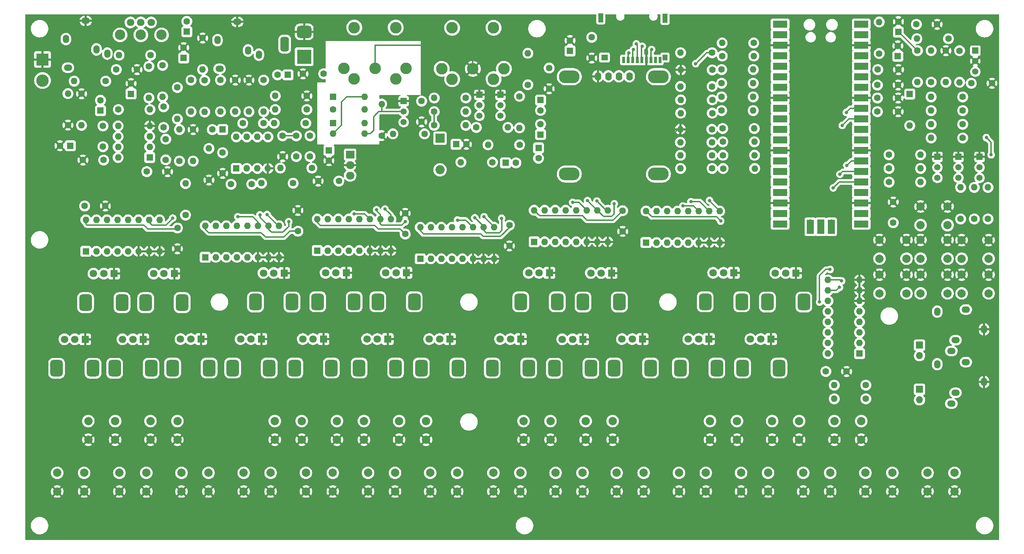
<source format=gbr>
%TF.GenerationSoftware,KiCad,Pcbnew,(6.0.11)*%
%TF.CreationDate,2024-06-08T07:03:48-05:00*%
%TF.ProjectId,TrebleSynth,54726562-6c65-4537-996e-74682e6b6963,rev?*%
%TF.SameCoordinates,Original*%
%TF.FileFunction,Copper,L1,Top*%
%TF.FilePolarity,Positive*%
%FSLAX46Y46*%
G04 Gerber Fmt 4.6, Leading zero omitted, Abs format (unit mm)*
G04 Created by KiCad (PCBNEW (6.0.11)) date 2024-06-08 07:03:48*
%MOMM*%
%LPD*%
G01*
G04 APERTURE LIST*
G04 Aperture macros list*
%AMRoundRect*
0 Rectangle with rounded corners*
0 $1 Rounding radius*
0 $2 $3 $4 $5 $6 $7 $8 $9 X,Y pos of 4 corners*
0 Add a 4 corners polygon primitive as box body*
4,1,4,$2,$3,$4,$5,$6,$7,$8,$9,$2,$3,0*
0 Add four circle primitives for the rounded corners*
1,1,$1+$1,$2,$3*
1,1,$1+$1,$4,$5*
1,1,$1+$1,$6,$7*
1,1,$1+$1,$8,$9*
0 Add four rect primitives between the rounded corners*
20,1,$1+$1,$2,$3,$4,$5,0*
20,1,$1+$1,$4,$5,$6,$7,0*
20,1,$1+$1,$6,$7,$8,$9,0*
20,1,$1+$1,$8,$9,$2,$3,0*%
G04 Aperture macros list end*
%TA.AperFunction,ComponentPad*%
%ADD10C,2.000000*%
%TD*%
%TA.AperFunction,ComponentPad*%
%ADD11C,1.600000*%
%TD*%
%TA.AperFunction,ComponentPad*%
%ADD12R,1.600000X1.600000*%
%TD*%
%TA.AperFunction,ComponentPad*%
%ADD13R,1.500000X1.500000*%
%TD*%
%TA.AperFunction,ComponentPad*%
%ADD14C,1.500000*%
%TD*%
%TA.AperFunction,ComponentPad*%
%ADD15O,1.500000X2.000000*%
%TD*%
%TA.AperFunction,ComponentPad*%
%ADD16O,2.000000X1.500000*%
%TD*%
%TA.AperFunction,ComponentPad*%
%ADD17O,1.600000X1.600000*%
%TD*%
%TA.AperFunction,ComponentPad*%
%ADD18R,2.200000X2.200000*%
%TD*%
%TA.AperFunction,ComponentPad*%
%ADD19O,2.200000X2.200000*%
%TD*%
%TA.AperFunction,ComponentPad*%
%ADD20R,1.800000X1.800000*%
%TD*%
%TA.AperFunction,ComponentPad*%
%ADD21C,1.800000*%
%TD*%
%TA.AperFunction,ComponentPad*%
%ADD22RoundRect,0.750000X-0.750000X1.250000X-0.750000X-1.250000X0.750000X-1.250000X0.750000X1.250000X0*%
%TD*%
%TA.AperFunction,ComponentPad*%
%ADD23R,2.000000X1.905000*%
%TD*%
%TA.AperFunction,ComponentPad*%
%ADD24O,2.000000X1.905000*%
%TD*%
%TA.AperFunction,ComponentPad*%
%ADD25R,1.700000X1.700000*%
%TD*%
%TA.AperFunction,ComponentPad*%
%ADD26O,1.700000X1.700000*%
%TD*%
%TA.AperFunction,ComponentPad*%
%ADD27C,2.800000*%
%TD*%
%TA.AperFunction,ComponentPad*%
%ADD28R,3.500000X3.500000*%
%TD*%
%TA.AperFunction,ComponentPad*%
%ADD29RoundRect,0.750000X-1.000000X0.750000X-1.000000X-0.750000X1.000000X-0.750000X1.000000X0.750000X0*%
%TD*%
%TA.AperFunction,ComponentPad*%
%ADD30RoundRect,0.500000X-0.500000X1.250000X-0.500000X-1.250000X0.500000X-1.250000X0.500000X1.250000X0*%
%TD*%
%TA.AperFunction,ComponentPad*%
%ADD31R,3.000000X3.000000*%
%TD*%
%TA.AperFunction,ComponentPad*%
%ADD32C,3.000000*%
%TD*%
%TA.AperFunction,SMDPad,CuDef*%
%ADD33R,1.600000X1.400000*%
%TD*%
%TA.AperFunction,SMDPad,CuDef*%
%ADD34R,1.200000X2.200000*%
%TD*%
%TA.AperFunction,SMDPad,CuDef*%
%ADD35R,0.700000X1.600000*%
%TD*%
%TA.AperFunction,SMDPad,CuDef*%
%ADD36R,1.200000X1.400000*%
%TD*%
%TA.AperFunction,ComponentPad*%
%ADD37C,2.500000*%
%TD*%
%TA.AperFunction,SMDPad,CuDef*%
%ADD38R,3.500000X1.700000*%
%TD*%
%TA.AperFunction,SMDPad,CuDef*%
%ADD39R,1.700000X3.500000*%
%TD*%
%TA.AperFunction,WasherPad*%
%ADD40O,5.000000X3.100000*%
%TD*%
%TA.AperFunction,ComponentPad*%
%ADD41O,1.600000X2.000000*%
%TD*%
%TA.AperFunction,ViaPad*%
%ADD42C,0.800000*%
%TD*%
%TA.AperFunction,Conductor*%
%ADD43C,0.350000*%
%TD*%
G04 APERTURE END LIST*
D10*
%TO.P,SW23,1,1*%
%TO.N,GND*%
X227250000Y-141250000D03*
X220750000Y-141250000D03*
%TO.P,SW23,2,2*%
%TO.N,Net-(SW23-Pad2)*%
X220750000Y-136750000D03*
X227250000Y-136750000D03*
%TD*%
D11*
%TO.P,C22,1*%
%TO.N,GND*%
X236226000Y-51878000D03*
%TO.P,C22,2*%
%TO.N,VREF*%
X231226000Y-51878000D03*
%TD*%
D12*
%TO.P,C15,1*%
%TO.N,Net-(C13-Pad1)*%
X88906000Y-53148000D03*
D11*
%TO.P,C15,2*%
%TO.N,Net-(C15-Pad2)*%
X86406000Y-53148000D03*
%TD*%
D13*
%TO.P,Q3,1,E*%
%TO.N,GND*%
X255784000Y-72960000D03*
D14*
%TO.P,Q3,2,B*%
%TO.N,Net-(Q3-Pad2)*%
X255784000Y-75500000D03*
%TO.P,Q3,3,C*%
%TO.N,CTRLC*%
X255784000Y-78040000D03*
%TD*%
D15*
%TO.P,J8,G*%
%TO.N,GND*%
X256878000Y-114616000D03*
D16*
%TO.P,J8,S1*%
%TO.N,Net-(J8-PadS1)*%
X248978000Y-119816000D03*
%TO.P,J8,SN1*%
%TO.N,unconnected-(J8-PadSN1)*%
X249978000Y-117216000D03*
%TO.P,J8,T1*%
%TO.N,Net-(J8-PadT1)*%
X252478000Y-109816000D03*
D15*
%TO.P,J8,TN1*%
%TO.N,unconnected-(J8-PadTN1)*%
X245578000Y-110316000D03*
%TD*%
D11*
%TO.P,R46,1*%
%TO.N,Net-(J3-PadT1)*%
X72650000Y-54418000D03*
D17*
%TO.P,R46,2*%
%TO.N,Net-(C38-Pad2)*%
X72650000Y-62038000D03*
%TD*%
D11*
%TO.P,R9,1*%
%TO.N,Net-(C7-Pad1)*%
X58680000Y-50862000D03*
D17*
%TO.P,R9,2*%
%TO.N,Net-(C8-Pad2)*%
X58680000Y-58482000D03*
%TD*%
D18*
%TO.P,D1,1,K*%
%TO.N,+5V*%
X125600000Y-68475000D03*
D19*
%TO.P,D1,2,A*%
%TO.N,Net-(C21-Pad1)*%
X125600000Y-76095000D03*
%TD*%
D11*
%TO.P,R56,1*%
%TO.N,FROMDAC2*%
X193554000Y-61784000D03*
D17*
%TO.P,R56,2*%
%TO.N,Net-(R56-Pad2)*%
X201174000Y-61784000D03*
%TD*%
D20*
%TO.P,RV19,1,1*%
%TO.N,GND*%
X190500000Y-116950000D03*
D21*
%TO.P,RV19,2,2*%
%TO.N,Net-(RV19-Pad2)*%
X188000000Y-116950000D03*
%TO.P,RV19,3,3*%
%TO.N,VREF*%
X185500000Y-116950000D03*
D22*
%TO.P,RV19,MP*%
%TO.N,N/C*%
X183600000Y-123950000D03*
X192400000Y-123950000D03*
%TD*%
D11*
%TO.P,C46,1*%
%TO.N,Net-(C46-Pad1)*%
X44290000Y-70490000D03*
%TO.P,C46,2*%
%TO.N,Net-(C46-Pad2)*%
X44290000Y-65490000D03*
%TD*%
D13*
%TO.P,Q5,1,E*%
%TO.N,GND*%
X135134000Y-57974000D03*
D14*
%TO.P,Q5,2,B*%
%TO.N,Net-(Q5-Pad2)*%
X135134000Y-60514000D03*
%TO.P,Q5,3,C*%
%TO.N,Net-(Q5-Pad3)*%
X135134000Y-63054000D03*
%TD*%
D20*
%TO.P,RV10,1,1*%
%TO.N,GND*%
X103000000Y-100950000D03*
D21*
%TO.P,RV10,2,2*%
%TO.N,Net-(RV10-Pad2)*%
X100500000Y-100950000D03*
%TO.P,RV10,3,3*%
%TO.N,VREF*%
X98000000Y-100950000D03*
D22*
%TO.P,RV10,MP*%
%TO.N,N/C*%
X104900000Y-107950000D03*
X96100000Y-107950000D03*
%TD*%
D11*
%TO.P,R19,1*%
%TO.N,Net-(C36-Pad2)*%
X93224000Y-64832000D03*
D17*
%TO.P,R19,2*%
%TO.N,Net-(C37-Pad1)*%
X85604000Y-64832000D03*
%TD*%
D23*
%TO.P,U4,1,VI*%
%TO.N,Net-(C20-Pad1)*%
X103920000Y-72410000D03*
D24*
%TO.P,U4,2,GND*%
%TO.N,GND*%
X103920000Y-74950000D03*
%TO.P,U4,3,VO*%
%TO.N,Net-(C21-Pad1)*%
X103920000Y-77490000D03*
%TD*%
D16*
%TO.P,J3,G*%
%TO.N,GND*%
X76714000Y-40370000D03*
D15*
%TO.P,J3,S1*%
%TO.N,Net-(J3-PadS1)*%
X81914000Y-48270000D03*
%TO.P,J3,SN1*%
%TO.N,unconnected-(J3-PadSN1)*%
X79314000Y-47270000D03*
%TO.P,J3,T1*%
%TO.N,Net-(J3-PadT1)*%
X71914000Y-44770000D03*
D16*
%TO.P,J3,TN1*%
%TO.N,unconnected-(J3-PadTN1)*%
X72414000Y-51670000D03*
%TD*%
D25*
%TO.P,JP2,1,A*%
%TO.N,Net-(J9-PadS1)*%
X241306000Y-129094000D03*
D26*
%TO.P,JP2,2,B*%
%TO.N,VREF*%
X241306000Y-131634000D03*
%TD*%
D11*
%TO.P,R64,1*%
%TO.N,+5V*%
X124212000Y-62038000D03*
D17*
%TO.P,R64,2*%
%TO.N,Net-(Q5-Pad3)*%
X131832000Y-62038000D03*
%TD*%
D12*
%TO.P,C11,1*%
%TO.N,Net-(C11-Pad1)*%
X141425000Y-74400000D03*
D11*
%TO.P,C11,2*%
%TO.N,Net-(C10-Pad2)*%
X143925000Y-74400000D03*
%TD*%
%TO.P,C41,1*%
%TO.N,+5V*%
X117220000Y-91580000D03*
%TO.P,C41,2*%
%TO.N,GND*%
X117220000Y-86580000D03*
%TD*%
D10*
%TO.P,SW32,1,1*%
%TO.N,GND*%
X238154000Y-93026000D03*
X231654000Y-93026000D03*
%TO.P,SW32,2,2*%
%TO.N,Net-(SW32-Pad2)*%
X238154000Y-97526000D03*
X231654000Y-97526000D03*
%TD*%
%TO.P,SW14,1,1*%
%TO.N,GND*%
X145750000Y-141250000D03*
X152250000Y-141250000D03*
%TO.P,SW14,2,2*%
%TO.N,Net-(SW14-Pad2)*%
X145750000Y-136750000D03*
X152250000Y-136750000D03*
%TD*%
D11*
%TO.P,R21,1*%
%TO.N,GND*%
X79508000Y-54418000D03*
D17*
%TO.P,R21,2*%
%TO.N,Net-(C15-Pad2)*%
X79508000Y-62038000D03*
%TD*%
D12*
%TO.P,C4,1*%
%TO.N,Net-(C4-Pad1)*%
X43694000Y-61784000D03*
D11*
%TO.P,C4,2*%
%TO.N,Net-(C3-Pad1)*%
X43694000Y-59284000D03*
%TD*%
%TO.P,R23,1*%
%TO.N,Net-(R23-Pad1)*%
X231580000Y-48000000D03*
D17*
%TO.P,R23,2*%
%TO.N,Net-(R23-Pad2)*%
X231580000Y-40380000D03*
%TD*%
D15*
%TO.P,J9,G*%
%TO.N,GND*%
X256878000Y-127316000D03*
D16*
%TO.P,J9,S1*%
%TO.N,Net-(J9-PadS1)*%
X248978000Y-132516000D03*
%TO.P,J9,SN1*%
%TO.N,unconnected-(J9-PadSN1)*%
X249978000Y-129916000D03*
%TO.P,J9,T1*%
%TO.N,Net-(J9-PadT1)*%
X252478000Y-122516000D03*
D15*
%TO.P,J9,TN1*%
%TO.N,unconnected-(J9-PadTN1)*%
X245578000Y-123016000D03*
%TD*%
D11*
%TO.P,R68,1*%
%TO.N,GND*%
X111530000Y-67820000D03*
D17*
%TO.P,R68,2*%
%TO.N,Net-(Q6-Pad2)*%
X111530000Y-60200000D03*
%TD*%
D11*
%TO.P,R10,1*%
%TO.N,Net-(C8-Pad2)*%
X62236000Y-56196000D03*
D17*
%TO.P,R10,2*%
%TO.N,Net-(C9-Pad2)*%
X62236000Y-63816000D03*
%TD*%
D11*
%TO.P,R70,1*%
%TO.N,+5V*%
X257816000Y-87946000D03*
D17*
%TO.P,R70,2*%
%TO.N,CTRLC*%
X257816000Y-80326000D03*
%TD*%
D12*
%TO.P,C10,1*%
%TO.N,FROMDAC1*%
X149375000Y-70800000D03*
D11*
%TO.P,C10,2*%
%TO.N,Net-(C10-Pad2)*%
X149375000Y-73300000D03*
%TD*%
D20*
%TO.P,RV7,1,1*%
%TO.N,GND*%
X82500000Y-116950000D03*
D21*
%TO.P,RV7,2,2*%
%TO.N,Net-(RV7-Pad2)*%
X80000000Y-116950000D03*
%TO.P,RV7,3,3*%
%TO.N,VREF*%
X77500000Y-116950000D03*
D22*
%TO.P,RV7,MP*%
%TO.N,N/C*%
X84400000Y-123950000D03*
X75600000Y-123950000D03*
%TD*%
D25*
%TO.P,JP1,1,A*%
%TO.N,Net-(J8-PadS1)*%
X241306000Y-118426000D03*
D26*
%TO.P,JP1,2,B*%
%TO.N,VREF*%
X241306000Y-120966000D03*
%TD*%
D12*
%TO.P,U6,1,X4*%
%TO.N,Net-(SW5-Pad2)*%
X40160000Y-95770000D03*
D17*
%TO.P,U6,2,X6*%
%TO.N,Net-(SW6-Pad2)*%
X42700000Y-95770000D03*
%TO.P,U6,3,X*%
%TO.N,BUTTON1*%
X45240000Y-95770000D03*
%TO.P,U6,4,X7*%
%TO.N,Net-(SW7-Pad2)*%
X47780000Y-95770000D03*
%TO.P,U6,5,X5*%
%TO.N,Net-(SW8-Pad2)*%
X50320000Y-95770000D03*
%TO.P,U6,6,Inh*%
%TO.N,GND*%
X52860000Y-95770000D03*
%TO.P,U6,7,VEE*%
X55400000Y-95770000D03*
%TO.P,U6,8,VSS*%
X57940000Y-95770000D03*
%TO.P,U6,9,C*%
%TO.N,CTRLC*%
X57940000Y-88150000D03*
%TO.P,U6,10,B*%
%TO.N,CTRLB*%
X55400000Y-88150000D03*
%TO.P,U6,11,A*%
%TO.N,CTRLA*%
X52860000Y-88150000D03*
%TO.P,U6,12,X3*%
%TO.N,Net-(SW4-Pad2)*%
X50320000Y-88150000D03*
%TO.P,U6,13,X0*%
%TO.N,Net-(SW3-Pad2)*%
X47780000Y-88150000D03*
%TO.P,U6,14,X1*%
%TO.N,Net-(SW2-Pad2)*%
X45240000Y-88150000D03*
%TO.P,U6,15,X2*%
%TO.N,Net-(SW1-Pad2)*%
X42700000Y-88150000D03*
%TO.P,U6,16,VDD*%
%TO.N,+5V*%
X40160000Y-88150000D03*
%TD*%
D11*
%TO.P,C36,1*%
%TO.N,BIAS*%
X94240000Y-67880000D03*
%TO.P,C36,2*%
%TO.N,Net-(C36-Pad2)*%
X94240000Y-72880000D03*
%TD*%
%TO.P,C24,1*%
%TO.N,GND*%
X151950000Y-56500000D03*
%TO.P,C24,2*%
%TO.N,Net-(Brd1-Pad2)*%
X151950000Y-51500000D03*
%TD*%
%TO.P,R28,1*%
%TO.N,Net-(R28-Pad1)*%
X191208000Y-66284000D03*
D17*
%TO.P,R28,2*%
%TO.N,GND*%
X183588000Y-66284000D03*
%TD*%
D11*
%TO.P,R2,1*%
%TO.N,GND*%
X68332000Y-44258000D03*
D17*
%TO.P,R2,2*%
%TO.N,BIAS*%
X68332000Y-51878000D03*
%TD*%
D10*
%TO.P,SW17,1,1*%
%TO.N,GND*%
X174750000Y-153750000D03*
X168250000Y-153750000D03*
%TO.P,SW17,2,2*%
%TO.N,Net-(SW17-Pad2)*%
X174750000Y-149250000D03*
X168250000Y-149250000D03*
%TD*%
D13*
%TO.P,Q2,1,E*%
%TO.N,GND*%
X250704000Y-72960000D03*
D14*
%TO.P,Q2,2,B*%
%TO.N,Net-(Q2-Pad2)*%
X250704000Y-75500000D03*
%TO.P,Q2,3,C*%
%TO.N,CTRLB*%
X250704000Y-78040000D03*
%TD*%
D11*
%TO.P,R14,1*%
%TO.N,Net-(C12-Pad2)*%
X90176000Y-79310000D03*
D17*
%TO.P,R14,2*%
%TO.N,Net-(C13-Pad2)*%
X82556000Y-79310000D03*
%TD*%
D20*
%TO.P,RV12,1,1*%
%TO.N,GND*%
X117500000Y-100950000D03*
D21*
%TO.P,RV12,2,2*%
%TO.N,Net-(RV12-Pad2)*%
X115000000Y-100950000D03*
%TO.P,RV12,3,3*%
%TO.N,VREF*%
X112500000Y-100950000D03*
D22*
%TO.P,RV12,MP*%
%TO.N,N/C*%
X110600000Y-107950000D03*
X119400000Y-107950000D03*
%TD*%
D11*
%TO.P,R47,1*%
%TO.N,VREF*%
X228352000Y-128078000D03*
D17*
%TO.P,R47,2*%
%TO.N,Net-(J8-PadT1)*%
X220732000Y-128078000D03*
%TD*%
D20*
%TO.P,RV13,1,1*%
%TO.N,GND*%
X128000000Y-116950000D03*
D21*
%TO.P,RV13,2,2*%
%TO.N,Net-(RV13-Pad2)*%
X125500000Y-116950000D03*
%TO.P,RV13,3,3*%
%TO.N,VREF*%
X123000000Y-116950000D03*
D22*
%TO.P,RV13,MP*%
%TO.N,N/C*%
X129900000Y-123950000D03*
X121100000Y-123950000D03*
%TD*%
D11*
%TO.P,C12,1*%
%TO.N,BIAS*%
X90938000Y-67880000D03*
%TO.P,C12,2*%
%TO.N,Net-(C12-Pad2)*%
X90938000Y-72880000D03*
%TD*%
%TO.P,R65,1*%
%TO.N,Net-(Q5-Pad3)*%
X131830000Y-58720000D03*
D17*
%TO.P,R65,2*%
%TO.N,Net-(J11-Pad5)*%
X124210000Y-58720000D03*
%TD*%
D11*
%TO.P,R16,1*%
%TO.N,GND*%
X93478000Y-58228000D03*
D17*
%TO.P,R16,2*%
%TO.N,Net-(C13-Pad1)*%
X85858000Y-58228000D03*
%TD*%
D11*
%TO.P,C26,1*%
%TO.N,ADC2*%
X231146000Y-55610000D03*
%TO.P,C26,2*%
%TO.N,GND*%
X236146000Y-55610000D03*
%TD*%
D10*
%TO.P,SW22,1,1*%
%TO.N,GND*%
X213250000Y-153750000D03*
X219750000Y-153750000D03*
%TO.P,SW22,2,2*%
%TO.N,Net-(SW22-Pad2)*%
X213250000Y-149250000D03*
X219750000Y-149250000D03*
%TD*%
D12*
%TO.P,U7,1*%
%TO.N,Net-(D3-Pad1)*%
X99838000Y-64827000D03*
D17*
%TO.P,U7,2*%
%TO.N,Net-(D3-Pad2)*%
X99838000Y-67367000D03*
%TO.P,U7,3*%
%TO.N,Net-(Q6-Pad2)*%
X107458000Y-67367000D03*
%TO.P,U7,4*%
%TO.N,+3V3*%
X107458000Y-64827000D03*
%TD*%
D27*
%TO.P,J11,1*%
%TO.N,unconnected-(J11-Pad1)*%
X126030000Y-51690000D03*
%TO.P,J11,2*%
%TO.N,GND*%
X133530000Y-51690000D03*
%TO.P,J11,3*%
%TO.N,unconnected-(J11-Pad3)*%
X141030000Y-51690000D03*
%TO.P,J11,4*%
%TO.N,Net-(J11-Pad4)*%
X128530000Y-54190000D03*
%TO.P,J11,5*%
%TO.N,Net-(J11-Pad5)*%
X138530000Y-54190000D03*
%TO.P,J11,G*%
%TO.N,Net-(C40-Pad1)*%
X128530000Y-41790000D03*
X138530000Y-41790000D03*
%TD*%
D28*
%TO.P,J5,1*%
%TO.N,Net-(C20-Pad1)*%
X92840000Y-48760000D03*
D29*
%TO.P,J5,2*%
%TO.N,GND*%
X92840000Y-42760000D03*
D30*
%TO.P,J5,3*%
%TO.N,unconnected-(J5-Pad3)*%
X88140000Y-45760000D03*
%TD*%
D12*
%TO.P,U12,1,X4*%
%TO.N,Net-(SW29-Pad2)*%
X226828000Y-120458000D03*
D17*
%TO.P,U12,2,X6*%
%TO.N,Net-(SW31-Pad2)*%
X226828000Y-117918000D03*
%TO.P,U12,3,X*%
%TO.N,BUTTON4*%
X226828000Y-115378000D03*
%TO.P,U12,4,X7*%
%TO.N,Net-(SW32-Pad2)*%
X226828000Y-112838000D03*
%TO.P,U12,5,X5*%
%TO.N,Net-(SW26-Pad2)*%
X226828000Y-110298000D03*
%TO.P,U12,6,Inh*%
%TO.N,GND*%
X226828000Y-107758000D03*
%TO.P,U12,7,VEE*%
X226828000Y-105218000D03*
%TO.P,U12,8,VSS*%
X226828000Y-102678000D03*
%TO.P,U12,9,C*%
%TO.N,CTRLC*%
X219208000Y-102678000D03*
%TO.P,U12,10,B*%
%TO.N,CTRLB*%
X219208000Y-105218000D03*
%TO.P,U12,11,A*%
%TO.N,CTRLA*%
X219208000Y-107758000D03*
%TO.P,U12,12,X3*%
%TO.N,Net-(SW30-Pad2)*%
X219208000Y-110298000D03*
%TO.P,U12,13,X0*%
%TO.N,Net-(SW25-Pad2)*%
X219208000Y-112838000D03*
%TO.P,U12,14,X1*%
%TO.N,Net-(SW27-Pad2)*%
X219208000Y-115378000D03*
%TO.P,U12,15,X2*%
%TO.N,Net-(SW28-Pad2)*%
X219208000Y-117918000D03*
%TO.P,U12,16,VDD*%
%TO.N,+5V*%
X219208000Y-120458000D03*
%TD*%
D11*
%TO.P,R36,1*%
%TO.N,+3V3*%
X191268000Y-47814000D03*
D17*
%TO.P,R36,2*%
%TO.N,SCL*%
X183648000Y-47814000D03*
%TD*%
D11*
%TO.P,C1,1*%
%TO.N,BIAS*%
X87636000Y-67880000D03*
%TO.P,C1,2*%
%TO.N,GND*%
X87636000Y-72880000D03*
%TD*%
D10*
%TO.P,SW31,1,1*%
%TO.N,GND*%
X248060000Y-93026000D03*
X241560000Y-93026000D03*
%TO.P,SW31,2,2*%
%TO.N,Net-(SW31-Pad2)*%
X241560000Y-97526000D03*
X248060000Y-97526000D03*
%TD*%
D11*
%TO.P,C8,1*%
%TO.N,BIAS*%
X58934000Y-65848000D03*
%TO.P,C8,2*%
%TO.N,Net-(C8-Pad2)*%
X58934000Y-60848000D03*
%TD*%
D20*
%TO.P,RV17,1,1*%
%TO.N,GND*%
X167000000Y-101000000D03*
D21*
%TO.P,RV17,2,2*%
%TO.N,Net-(RV17-Pad2)*%
X164500000Y-101000000D03*
%TO.P,RV17,3,3*%
%TO.N,VREF*%
X162000000Y-101000000D03*
D22*
%TO.P,RV17,MP*%
%TO.N,N/C*%
X168900000Y-108000000D03*
X160100000Y-108000000D03*
%TD*%
D11*
%TO.P,C39,1*%
%TO.N,Net-(C39-Pad1)*%
X97542000Y-52894000D03*
%TO.P,C39,2*%
%TO.N,GND*%
X92542000Y-52894000D03*
%TD*%
%TO.P,C29,1*%
%TO.N,+5V*%
X169678000Y-85954000D03*
%TO.P,C29,2*%
%TO.N,GND*%
X169678000Y-90954000D03*
%TD*%
%TO.P,R66,1*%
%TO.N,+5V*%
X124212000Y-65340000D03*
D17*
%TO.P,R66,2*%
%TO.N,Net-(J11-Pad4)*%
X131832000Y-65340000D03*
%TD*%
D20*
%TO.P,RV20,1,1*%
%TO.N,GND*%
X196500000Y-100950000D03*
D21*
%TO.P,RV20,2,2*%
%TO.N,Net-(RV20-Pad2)*%
X194000000Y-100950000D03*
%TO.P,RV20,3,3*%
%TO.N,VREF*%
X191500000Y-100950000D03*
D22*
%TO.P,RV20,MP*%
%TO.N,N/C*%
X189600000Y-107950000D03*
X198400000Y-107950000D03*
%TD*%
D10*
%TO.P,SW12,1,1*%
%TO.N,GND*%
X123250000Y-153750000D03*
X129750000Y-153750000D03*
%TO.P,SW12,2,2*%
%TO.N,Net-(SW12-Pad2)*%
X123250000Y-149250000D03*
X129750000Y-149250000D03*
%TD*%
D20*
%TO.P,RV6,1,1*%
%TO.N,GND*%
X68000000Y-116950000D03*
D21*
%TO.P,RV6,2,2*%
%TO.N,Net-(RV6-Pad2)*%
X65500000Y-116950000D03*
%TO.P,RV6,3,3*%
%TO.N,VREF*%
X63000000Y-116950000D03*
D22*
%TO.P,RV6,MP*%
%TO.N,N/C*%
X61100000Y-123950000D03*
X69900000Y-123950000D03*
%TD*%
D11*
%TO.P,R52,1*%
%TO.N,FROMDAC2*%
X191300000Y-62400000D03*
D17*
%TO.P,R52,2*%
%TO.N,Net-(R51-Pad1)*%
X183680000Y-62400000D03*
%TD*%
D12*
%TO.P,C7,1*%
%TO.N,Net-(C7-Pad1)*%
X64522000Y-42734000D03*
D11*
%TO.P,C7,2*%
%TO.N,Net-(C46-Pad1)*%
X64522000Y-40234000D03*
%TD*%
%TO.P,R62,1*%
%TO.N,Net-(D3-Pad1)*%
X99828000Y-61530000D03*
D17*
%TO.P,R62,2*%
%TO.N,Net-(J10-Pad4)*%
X107448000Y-61530000D03*
%TD*%
D11*
%TO.P,R11,1*%
%TO.N,Net-(C9-Pad1)*%
X62744000Y-73976000D03*
D17*
%TO.P,R11,2*%
%TO.N,Net-(C8-Pad2)*%
X62744000Y-66356000D03*
%TD*%
D11*
%TO.P,R72,1*%
%TO.N,+3V3*%
X251720000Y-61784000D03*
D17*
%TO.P,R72,2*%
%TO.N,BUTTON3*%
X244100000Y-61784000D03*
%TD*%
D11*
%TO.P,C14,1*%
%TO.N,+5V*%
X73158000Y-71944000D03*
%TO.P,C14,2*%
%TO.N,GND*%
X73158000Y-76944000D03*
%TD*%
D10*
%TO.P,SW11,1,1*%
%TO.N,GND*%
X115750000Y-141250000D03*
X122250000Y-141250000D03*
%TO.P,SW11,2,2*%
%TO.N,Net-(SW11-Pad2)*%
X115750000Y-136750000D03*
X122250000Y-136750000D03*
%TD*%
D12*
%TO.P,C34,1*%
%TO.N,VREF*%
X236050000Y-48650000D03*
D11*
%TO.P,C34,2*%
%TO.N,GND*%
X236050000Y-46150000D03*
%TD*%
%TO.P,R22,1*%
%TO.N,Net-(J3-PadS1)*%
X83064000Y-54418000D03*
D17*
%TO.P,R22,2*%
%TO.N,Net-(C15-Pad2)*%
X83064000Y-62038000D03*
%TD*%
D31*
%TO.P,J1,1,Pin_1*%
%TO.N,GND*%
X29710000Y-49430000D03*
D32*
%TO.P,J1,2,Pin_2*%
%TO.N,Net-(J1-Pad2)*%
X29710000Y-54510000D03*
%TD*%
D11*
%TO.P,C23,1*%
%TO.N,ADC0*%
X231146000Y-62038000D03*
%TO.P,C23,2*%
%TO.N,GND*%
X236146000Y-62038000D03*
%TD*%
D12*
%TO.P,C2,1*%
%TO.N,BIAS*%
X63760000Y-49084000D03*
D11*
%TO.P,C2,2*%
%TO.N,GND*%
X63760000Y-46584000D03*
%TD*%
%TO.P,R60,1*%
%TO.N,+5V*%
X68840000Y-54494000D03*
D17*
%TO.P,R60,2*%
%TO.N,Net-(C35-Pad1)*%
X68840000Y-62114000D03*
%TD*%
D12*
%TO.P,U8,1,X4*%
%TO.N,Net-(RV5-Pad2)*%
X68970000Y-97210000D03*
D17*
%TO.P,U8,2,X6*%
%TO.N,Net-(RV6-Pad2)*%
X71510000Y-97210000D03*
%TO.P,U8,3,X*%
%TO.N,ADC0*%
X74050000Y-97210000D03*
%TO.P,U8,4,X7*%
%TO.N,Net-(RV7-Pad2)*%
X76590000Y-97210000D03*
%TO.P,U8,5,X5*%
%TO.N,Net-(RV8-Pad2)*%
X79130000Y-97210000D03*
%TO.P,U8,6,Inh*%
%TO.N,GND*%
X81670000Y-97210000D03*
%TO.P,U8,7,VEE*%
X84210000Y-97210000D03*
%TO.P,U8,8,VSS*%
X86750000Y-97210000D03*
%TO.P,U8,9,C*%
%TO.N,CTRLC*%
X86750000Y-89590000D03*
%TO.P,U8,10,B*%
%TO.N,CTRLB*%
X84210000Y-89590000D03*
%TO.P,U8,11,A*%
%TO.N,CTRLA*%
X81670000Y-89590000D03*
%TO.P,U8,12,X3*%
%TO.N,Net-(RV4-Pad2)*%
X79130000Y-89590000D03*
%TO.P,U8,13,X0*%
%TO.N,TOADC*%
X76590000Y-89590000D03*
%TO.P,U8,14,X1*%
%TO.N,Net-(RV2-Pad2)*%
X74050000Y-89590000D03*
%TO.P,U8,15,X2*%
%TO.N,Net-(RV3-Pad2)*%
X71510000Y-89590000D03*
%TO.P,U8,16,VDD*%
%TO.N,+5V*%
X68970000Y-89590000D03*
%TD*%
D11*
%TO.P,R25,1*%
%TO.N,Net-(R25-Pad1)*%
X250958000Y-47320000D03*
D17*
%TO.P,R25,2*%
%TO.N,Net-(C31-Pad2)*%
X250958000Y-54940000D03*
%TD*%
D11*
%TO.P,C18,1*%
%TO.N,BIAS*%
X54870000Y-76516000D03*
%TO.P,C18,2*%
%TO.N,GND*%
X59870000Y-76516000D03*
%TD*%
%TO.P,R39,1*%
%TO.N,+5V*%
X251212000Y-87946000D03*
D17*
%TO.P,R39,2*%
%TO.N,CTRLA*%
X251212000Y-80326000D03*
%TD*%
D11*
%TO.P,R55,1*%
%TO.N,Net-(R51-Pad1)*%
X193554000Y-58482000D03*
D17*
%TO.P,R55,2*%
%TO.N,Net-(R55-Pad2)*%
X201174000Y-58482000D03*
%TD*%
D20*
%TO.P,RV14,1,1*%
%TO.N,GND*%
X145100000Y-116950000D03*
D21*
%TO.P,RV14,2,2*%
%TO.N,Net-(RV14-Pad2)*%
X142600000Y-116950000D03*
%TO.P,RV14,3,3*%
%TO.N,VREF*%
X140100000Y-116950000D03*
D22*
%TO.P,RV14,MP*%
%TO.N,N/C*%
X147000000Y-123950000D03*
X138200000Y-123950000D03*
%TD*%
D11*
%TO.P,C13,1*%
%TO.N,Net-(C13-Pad1)*%
X75190000Y-79564000D03*
%TO.P,C13,2*%
%TO.N,Net-(C13-Pad2)*%
X80190000Y-79564000D03*
%TD*%
%TO.P,R73,1*%
%TO.N,+3V3*%
X251720000Y-58482000D03*
D17*
%TO.P,R73,2*%
%TO.N,BUTTON4*%
X244100000Y-58482000D03*
%TD*%
D33*
%TO.P,U14,*%
%TO.N,*%
X165300000Y-48960000D03*
D34*
X179900000Y-39460000D03*
D35*
%TO.P,U14,1*%
%TO.N,N/C*%
X169900000Y-49560000D03*
%TO.P,U14,2,~{CS}*%
%TO.N,SPICS*%
X171000000Y-49560000D03*
%TO.P,U14,3,DI*%
%TO.N,MOSI*%
X172100000Y-49560000D03*
%TO.P,U14,4,VDD*%
%TO.N,+3V3*%
X173200000Y-49560000D03*
%TO.P,U14,5,SCLK*%
%TO.N,SCK*%
X174300000Y-49560000D03*
%TO.P,U14,6,GND*%
%TO.N,GND*%
X175400000Y-49560000D03*
%TO.P,U14,7,DO*%
%TO.N,MISO*%
X176500000Y-49560000D03*
%TO.P,U14,8*%
%TO.N,N/C*%
X177600000Y-49560000D03*
%TO.P,U14,9,CD*%
%TO.N,unconnected-(U14-Pad9)*%
X178700000Y-49560000D03*
D36*
%TO.P,U14,10*%
%TO.N,N/C*%
X179900000Y-48960000D03*
D34*
%TO.P,U14,~*%
X164400000Y-39360000D03*
%TD*%
D11*
%TO.P,C30,1*%
%TO.N,+5V*%
X218700000Y-124776000D03*
%TO.P,C30,2*%
%TO.N,GND*%
X223700000Y-124776000D03*
%TD*%
D37*
%TO.P,RV1,1,1*%
%TO.N,Net-(C46-Pad2)*%
X48420000Y-43500000D03*
D21*
X50920000Y-40500000D03*
D37*
%TO.P,RV1,2,2*%
X53420000Y-43500000D03*
D21*
X53420000Y-40500000D03*
D37*
%TO.P,RV1,3,3*%
%TO.N,Net-(C46-Pad1)*%
X58420000Y-43500000D03*
D21*
X55920000Y-40500000D03*
%TD*%
D11*
%TO.P,R12,1*%
%TO.N,GND*%
X66046000Y-66356000D03*
D17*
%TO.P,R12,2*%
%TO.N,Net-(C9-Pad1)*%
X66046000Y-73976000D03*
%TD*%
D11*
%TO.P,R18,1*%
%TO.N,Net-(C36-Pad2)*%
X93478000Y-61530000D03*
D17*
%TO.P,R18,2*%
%TO.N,Net-(C37-Pad2)*%
X85858000Y-61530000D03*
%TD*%
D11*
%TO.P,R40,1*%
%TO.N,SEL1*%
X233940000Y-75754000D03*
D17*
%TO.P,R40,2*%
%TO.N,Net-(Q2-Pad2)*%
X241560000Y-75754000D03*
%TD*%
D26*
%TO.P,U3,1,GPIO0*%
%TO.N,TX0*%
X208570000Y-40910000D03*
D38*
X207670000Y-40910000D03*
D26*
%TO.P,U3,2,GPIO1*%
%TO.N,RX0*%
X208570000Y-43450000D03*
D38*
X207670000Y-43450000D03*
D25*
%TO.P,U3,3,GND*%
%TO.N,GND*%
X208570000Y-45990000D03*
D38*
X207670000Y-45990000D03*
D26*
%TO.P,U3,4,GPIO2*%
%TO.N,SCK*%
X208570000Y-48530000D03*
D38*
X207670000Y-48530000D03*
D26*
%TO.P,U3,5,GPIO3*%
%TO.N,MOSI*%
X208570000Y-51070000D03*
D38*
X207670000Y-51070000D03*
%TO.P,U3,6,GPIO4*%
%TO.N,MISO*%
X207670000Y-53610000D03*
D26*
X208570000Y-53610000D03*
D38*
%TO.P,U3,7,GPIO5*%
%TO.N,SPICS*%
X207670000Y-56150000D03*
D26*
X208570000Y-56150000D03*
D38*
%TO.P,U3,8,GND*%
%TO.N,GND*%
X207670000Y-58690000D03*
D25*
X208570000Y-58690000D03*
D38*
%TO.P,U3,9,GPIO6*%
%TO.N,Net-(R53-Pad2)*%
X207670000Y-61230000D03*
D26*
X208570000Y-61230000D03*
%TO.P,U3,10,GPIO7*%
%TO.N,Net-(R54-Pad2)*%
X208570000Y-63770000D03*
D38*
X207670000Y-63770000D03*
D26*
%TO.P,U3,11,GPIO8*%
%TO.N,Net-(R55-Pad2)*%
X208570000Y-66310000D03*
D38*
X207670000Y-66310000D03*
%TO.P,U3,12,GPIO9*%
%TO.N,Net-(R56-Pad2)*%
X207670000Y-68850000D03*
D26*
X208570000Y-68850000D03*
D25*
%TO.P,U3,13,GND*%
%TO.N,GND*%
X208570000Y-71390000D03*
D38*
X207670000Y-71390000D03*
D26*
%TO.P,U3,14,GPIO10*%
%TO.N,SDA*%
X208570000Y-73930000D03*
D38*
X207670000Y-73930000D03*
%TO.P,U3,15,GPIO11*%
%TO.N,SCL*%
X207670000Y-76470000D03*
D26*
X208570000Y-76470000D03*
D38*
%TO.P,U3,16,GPIO12*%
%TO.N,Net-(R29-Pad2)*%
X207670000Y-79010000D03*
D26*
X208570000Y-79010000D03*
D38*
%TO.P,U3,17,GPIO13*%
%TO.N,Net-(R31-Pad2)*%
X207670000Y-81550000D03*
D26*
X208570000Y-81550000D03*
D25*
%TO.P,U3,18,GND*%
%TO.N,GND*%
X208570000Y-84090000D03*
D38*
X207670000Y-84090000D03*
%TO.P,U3,19,GPIO14*%
%TO.N,Net-(R33-Pad2)*%
X207670000Y-86630000D03*
D26*
X208570000Y-86630000D03*
%TO.P,U3,20,GPIO15*%
%TO.N,Net-(R35-Pad2)*%
X208570000Y-89170000D03*
D38*
X207670000Y-89170000D03*
%TO.P,U3,21,GPIO16*%
%TO.N,SEL0*%
X227250000Y-89170000D03*
D26*
X226350000Y-89170000D03*
%TO.P,U3,22,GPIO17*%
%TO.N,SEL1*%
X226350000Y-86630000D03*
D38*
X227250000Y-86630000D03*
D25*
%TO.P,U3,23,GND*%
%TO.N,GND*%
X226350000Y-84090000D03*
D38*
X227250000Y-84090000D03*
D26*
%TO.P,U3,24,GPIO18*%
%TO.N,SEL2*%
X226350000Y-81550000D03*
D38*
X227250000Y-81550000D03*
%TO.P,U3,25,GPIO19*%
%TO.N,BUTTON1*%
X227250000Y-79010000D03*
D26*
X226350000Y-79010000D03*
D38*
%TO.P,U3,26,GPIO20*%
%TO.N,BUTTON2*%
X227250000Y-76470000D03*
D26*
X226350000Y-76470000D03*
D38*
%TO.P,U3,27,GPIO21*%
%TO.N,BUTTON3*%
X227250000Y-73930000D03*
D26*
X226350000Y-73930000D03*
D38*
%TO.P,U3,28,GND*%
%TO.N,GND*%
X227250000Y-71390000D03*
D25*
X226350000Y-71390000D03*
D38*
%TO.P,U3,29,GPIO22*%
%TO.N,BUTTON4*%
X227250000Y-68850000D03*
D26*
X226350000Y-68850000D03*
D38*
%TO.P,U3,30,RUN*%
%TO.N,Net-(R44-Pad2)*%
X227250000Y-66310000D03*
D26*
X226350000Y-66310000D03*
%TO.P,U3,31,GPIO26_ADC0*%
%TO.N,ADC0*%
X226350000Y-63770000D03*
D38*
X227250000Y-63770000D03*
D26*
%TO.P,U3,32,GPIO27_ADC1*%
%TO.N,ADC1*%
X226350000Y-61230000D03*
D38*
X227250000Y-61230000D03*
D25*
%TO.P,U3,33,AGND*%
%TO.N,GND*%
X226350000Y-58690000D03*
D38*
X227250000Y-58690000D03*
D26*
%TO.P,U3,34,GPIO28_ADC2*%
%TO.N,ADC2*%
X226350000Y-56150000D03*
D38*
X227250000Y-56150000D03*
D26*
%TO.P,U3,35,ADC_VREF*%
%TO.N,VREF*%
X226350000Y-53610000D03*
D38*
X227250000Y-53610000D03*
D26*
%TO.P,U3,36,3V3*%
%TO.N,+3V3*%
X226350000Y-51070000D03*
D38*
X227250000Y-51070000D03*
%TO.P,U3,37,3V3_EN*%
%TO.N,Net-(R23-Pad1)*%
X227250000Y-48530000D03*
D26*
X226350000Y-48530000D03*
D38*
%TO.P,U3,38,GND*%
%TO.N,GND*%
X227250000Y-45990000D03*
D25*
X226350000Y-45990000D03*
D26*
%TO.P,U3,39,VSYS*%
%TO.N,Net-(R23-Pad2)*%
X226350000Y-43450000D03*
D38*
X227250000Y-43450000D03*
D26*
%TO.P,U3,40,VBUS*%
%TO.N,+5V*%
X226350000Y-40910000D03*
D38*
X227250000Y-40910000D03*
D26*
%TO.P,U3,41,SWCLK*%
%TO.N,unconnected-(U3-Pad41)*%
X214920000Y-88940000D03*
D39*
X214920000Y-89840000D03*
%TO.P,U3,42,GND*%
%TO.N,unconnected-(U3-Pad42)*%
X217460000Y-89840000D03*
D25*
X217460000Y-88940000D03*
D26*
%TO.P,U3,43,SWDIO*%
%TO.N,unconnected-(U3-Pad43)*%
X220000000Y-88940000D03*
D39*
X220000000Y-89840000D03*
%TD*%
D20*
%TO.P,RV9,1,1*%
%TO.N,GND*%
X97500000Y-116950000D03*
D21*
%TO.P,RV9,2,2*%
%TO.N,Net-(RV9-Pad2)*%
X95000000Y-116950000D03*
%TO.P,RV9,3,3*%
%TO.N,VREF*%
X92500000Y-116950000D03*
D22*
%TO.P,RV9,MP*%
%TO.N,N/C*%
X90600000Y-123950000D03*
X99400000Y-123950000D03*
%TD*%
D10*
%TO.P,SW20,1,1*%
%TO.N,GND*%
X204750000Y-153750000D03*
X198250000Y-153750000D03*
%TO.P,SW20,2,2*%
%TO.N,Net-(SW20-Pad2)*%
X204750000Y-149250000D03*
X198250000Y-149250000D03*
%TD*%
D20*
%TO.P,RV11,1,1*%
%TO.N,GND*%
X113000000Y-116950000D03*
D21*
%TO.P,RV11,2,2*%
%TO.N,Net-(RV11-Pad2)*%
X110500000Y-116950000D03*
%TO.P,RV11,3,3*%
%TO.N,VREF*%
X108000000Y-116950000D03*
D22*
%TO.P,RV11,MP*%
%TO.N,N/C*%
X114900000Y-123950000D03*
X106100000Y-123950000D03*
%TD*%
D12*
%TO.P,C20,1*%
%TO.N,Net-(C20-Pad1)*%
X98800000Y-71374888D03*
D11*
%TO.P,C20,2*%
%TO.N,GND*%
X98800000Y-73874888D03*
%TD*%
%TO.P,R57,1*%
%TO.N,Net-(Q4-Pad2)*%
X146800000Y-55560000D03*
D17*
%TO.P,R57,2*%
%TO.N,TX0*%
X146800000Y-47940000D03*
%TD*%
D11*
%TO.P,C31,1*%
%TO.N,GND*%
X258792000Y-55180000D03*
%TO.P,C31,2*%
%TO.N,Net-(C31-Pad2)*%
X253792000Y-55180000D03*
%TD*%
%TO.P,R8,1*%
%TO.N,GND*%
X39122000Y-57720000D03*
D17*
%TO.P,R8,2*%
%TO.N,Net-(C46-Pad1)*%
X39122000Y-65340000D03*
%TD*%
D10*
%TO.P,SW10,1,1*%
%TO.N,GND*%
X108250000Y-153750000D03*
X114750000Y-153750000D03*
%TO.P,SW10,2,2*%
%TO.N,Net-(SW10-Pad2)*%
X108250000Y-149250000D03*
X114750000Y-149250000D03*
%TD*%
D27*
%TO.P,J10,1*%
%TO.N,unconnected-(J10-Pad1)*%
X102420000Y-51630000D03*
%TO.P,J10,2*%
%TO.N,GND*%
X109920000Y-51630000D03*
%TO.P,J10,3*%
%TO.N,unconnected-(J10-Pad3)*%
X117420000Y-51630000D03*
%TO.P,J10,4*%
%TO.N,Net-(J10-Pad4)*%
X104920000Y-54130000D03*
%TO.P,J10,5*%
%TO.N,Net-(D3-Pad2)*%
X114920000Y-54130000D03*
%TO.P,J10,G*%
%TO.N,Net-(C39-Pad1)*%
X104920000Y-41730000D03*
X114920000Y-41730000D03*
%TD*%
D10*
%TO.P,SW29,1,1*%
%TO.N,GND*%
X251466000Y-93062000D03*
X257966000Y-93062000D03*
%TO.P,SW29,2,2*%
%TO.N,Net-(SW29-Pad2)*%
X251466000Y-97562000D03*
X257966000Y-97562000D03*
%TD*%
D11*
%TO.P,R49,1*%
%TO.N,Net-(R49-Pad1)*%
X191300000Y-51950000D03*
D17*
%TO.P,R49,2*%
%TO.N,GND*%
X183680000Y-51950000D03*
%TD*%
D10*
%TO.P,SW24,1,1*%
%TO.N,GND*%
X234750000Y-153750000D03*
X228250000Y-153750000D03*
%TO.P,SW24,2,2*%
%TO.N,Net-(SW24-Pad2)*%
X228250000Y-149250000D03*
X234750000Y-149250000D03*
%TD*%
%TO.P,SW28,1,1*%
%TO.N,GND*%
X257966000Y-101408000D03*
X251466000Y-101408000D03*
%TO.P,SW28,2,2*%
%TO.N,Net-(SW28-Pad2)*%
X251466000Y-105908000D03*
X257966000Y-105908000D03*
%TD*%
D11*
%TO.P,C25,1*%
%TO.N,+5V*%
X240544000Y-40956000D03*
%TO.P,C25,2*%
%TO.N,GND*%
X245544000Y-40956000D03*
%TD*%
D20*
%TO.P,RV22,1,1*%
%TO.N,GND*%
X211500000Y-101000000D03*
D21*
%TO.P,RV22,2,2*%
%TO.N,Net-(RV22-Pad2)*%
X209000000Y-101000000D03*
%TO.P,RV22,3,3*%
%TO.N,VREF*%
X206500000Y-101000000D03*
D22*
%TO.P,RV22,MP*%
%TO.N,N/C*%
X204600000Y-108000000D03*
X213400000Y-108000000D03*
%TD*%
D10*
%TO.P,SW7,1,1*%
%TO.N,GND*%
X92250000Y-141250000D03*
X85750000Y-141250000D03*
%TO.P,SW7,2,2*%
%TO.N,Net-(SW7-Pad2)*%
X92250000Y-136750000D03*
X85750000Y-136750000D03*
%TD*%
D12*
%TO.P,U13,1,X4*%
%TO.N,Net-(RV21-Pad2)*%
X175310000Y-93650000D03*
D17*
%TO.P,U13,2,X6*%
%TO.N,Net-(RV22-Pad2)*%
X177850000Y-93650000D03*
%TO.P,U13,3,X*%
%TO.N,ADC2*%
X180390000Y-93650000D03*
%TO.P,U13,4,X7*%
%TO.N,Net-(J9-PadT1)*%
X182930000Y-93650000D03*
%TO.P,U13,5,X5*%
%TO.N,Net-(J8-PadT1)*%
X185470000Y-93650000D03*
%TO.P,U13,6,Inh*%
%TO.N,GND*%
X188010000Y-93650000D03*
%TO.P,U13,7,VEE*%
X190550000Y-93650000D03*
%TO.P,U13,8,VSS*%
X193090000Y-93650000D03*
%TO.P,U13,9,C*%
%TO.N,CTRLC*%
X193090000Y-86030000D03*
%TO.P,U13,10,B*%
%TO.N,CTRLB*%
X190550000Y-86030000D03*
%TO.P,U13,11,A*%
%TO.N,CTRLA*%
X188010000Y-86030000D03*
%TO.P,U13,12,X3*%
%TO.N,Net-(RV20-Pad2)*%
X185470000Y-86030000D03*
%TO.P,U13,13,X0*%
%TO.N,Net-(RV19-Pad2)*%
X182930000Y-86030000D03*
%TO.P,U13,14,X1*%
%TO.N,Net-(RV18-Pad2)*%
X180390000Y-86030000D03*
%TO.P,U13,15,X2*%
%TO.N,Net-(RV17-Pad2)*%
X177850000Y-86030000D03*
%TO.P,U13,16,VDD*%
%TO.N,+5V*%
X175310000Y-86030000D03*
%TD*%
D11*
%TO.P,R41,1*%
%TO.N,+5V*%
X254514000Y-87946000D03*
D17*
%TO.P,R41,2*%
%TO.N,CTRLB*%
X254514000Y-80326000D03*
%TD*%
D11*
%TO.P,C44,1*%
%TO.N,+5V*%
X91330000Y-90890000D03*
%TO.P,C44,2*%
%TO.N,GND*%
X91330000Y-85890000D03*
%TD*%
%TO.P,R48,1*%
%TO.N,VREF*%
X228352000Y-131380000D03*
D17*
%TO.P,R48,2*%
%TO.N,Net-(J9-PadT1)*%
X220732000Y-131380000D03*
%TD*%
D11*
%TO.P,R29,1*%
%TO.N,Net-(R28-Pad1)*%
X193808000Y-66102000D03*
D17*
%TO.P,R29,2*%
%TO.N,Net-(R29-Pad2)*%
X201428000Y-66102000D03*
%TD*%
D11*
%TO.P,R1,1*%
%TO.N,BIAS*%
X65538000Y-54418000D03*
D17*
%TO.P,R1,2*%
%TO.N,Net-(C35-Pad1)*%
X65538000Y-62038000D03*
%TD*%
D10*
%TO.P,SW30,1,1*%
%TO.N,GND*%
X231654000Y-101408000D03*
X238154000Y-101408000D03*
%TO.P,SW30,2,2*%
%TO.N,Net-(SW30-Pad2)*%
X238154000Y-105908000D03*
X231654000Y-105908000D03*
%TD*%
%TO.P,SW26,1,1*%
%TO.N,GND*%
X241560000Y-84934000D03*
X248060000Y-84934000D03*
%TO.P,SW26,2,2*%
%TO.N,Net-(SW26-Pad2)*%
X248060000Y-89434000D03*
X241560000Y-89434000D03*
%TD*%
D16*
%TO.P,J2,G*%
%TO.N,GND*%
X40142000Y-40110000D03*
D15*
%TO.P,J2,S1*%
%TO.N,unconnected-(J2-PadS1)*%
X45342000Y-48010000D03*
%TO.P,J2,SN1*%
%TO.N,unconnected-(J2-PadSN1)*%
X42742000Y-47010000D03*
%TO.P,J2,T1*%
%TO.N,Net-(J1-Pad2)*%
X35342000Y-44510000D03*
D16*
%TO.P,J2,TN1*%
%TO.N,unconnected-(J2-PadTN1)*%
X35842000Y-51410000D03*
%TD*%
D20*
%TO.P,RV8,1,1*%
%TO.N,GND*%
X88000000Y-101000000D03*
D21*
%TO.P,RV8,2,2*%
%TO.N,Net-(RV8-Pad2)*%
X85500000Y-101000000D03*
%TO.P,RV8,3,3*%
%TO.N,VREF*%
X83000000Y-101000000D03*
D22*
%TO.P,RV8,MP*%
%TO.N,N/C*%
X81100000Y-108000000D03*
X89900000Y-108000000D03*
%TD*%
D11*
%TO.P,R27,1*%
%TO.N,Net-(C31-Pad2)*%
X248280000Y-44410000D03*
D17*
%TO.P,R27,2*%
%TO.N,+5V*%
X240660000Y-44410000D03*
%TD*%
D11*
%TO.P,R35,1*%
%TO.N,FROMDAC1*%
X193908000Y-75762000D03*
D17*
%TO.P,R35,2*%
%TO.N,Net-(R35-Pad2)*%
X201528000Y-75762000D03*
%TD*%
D11*
%TO.P,C47,1*%
%TO.N,+3V3*%
X162210000Y-44090000D03*
%TO.P,C47,2*%
%TO.N,GND*%
X162210000Y-49090000D03*
%TD*%
%TO.P,C43,1*%
%TO.N,+5V*%
X62260000Y-90130000D03*
%TO.P,C43,2*%
%TO.N,GND*%
X62260000Y-95130000D03*
%TD*%
D10*
%TO.P,SW2,1,1*%
%TO.N,GND*%
X47250000Y-141250000D03*
X40750000Y-141250000D03*
%TO.P,SW2,2,2*%
%TO.N,Net-(SW2-Pad2)*%
X40750000Y-136750000D03*
X47250000Y-136750000D03*
%TD*%
D11*
%TO.P,R59,1*%
%TO.N,Net-(C31-Pad2)*%
X244100000Y-54910000D03*
D17*
%TO.P,R59,2*%
%TO.N,VREF*%
X244100000Y-47290000D03*
%TD*%
D10*
%TO.P,SW3,1,1*%
%TO.N,GND*%
X48250000Y-153750000D03*
X54750000Y-153750000D03*
%TO.P,SW3,2,2*%
%TO.N,Net-(SW3-Pad2)*%
X54750000Y-149250000D03*
X48250000Y-149250000D03*
%TD*%
D11*
%TO.P,R54,1*%
%TO.N,Net-(R50-Pad1)*%
X193554000Y-55180000D03*
D17*
%TO.P,R54,2*%
%TO.N,Net-(R54-Pad2)*%
X201174000Y-55180000D03*
%TD*%
D40*
%TO.P,Brd1,*%
%TO.N,*%
X156800000Y-77100000D03*
X178300000Y-53600000D03*
X156800000Y-53600000D03*
X178300000Y-77100000D03*
D41*
%TO.P,Brd1,1,GND*%
%TO.N,GND*%
X163680000Y-53500000D03*
%TO.P,Brd1,2,VCC*%
%TO.N,Net-(Brd1-Pad2)*%
X166220000Y-53500000D03*
%TO.P,Brd1,3,SCL*%
%TO.N,SCL*%
X168760000Y-53500000D03*
%TO.P,Brd1,4,SDA*%
%TO.N,SDA*%
X171300000Y-53500000D03*
%TD*%
D20*
%TO.P,RV16,1,1*%
%TO.N,GND*%
X160100000Y-117000000D03*
D21*
%TO.P,RV16,2,2*%
%TO.N,Net-(RV16-Pad2)*%
X157600000Y-117000000D03*
%TO.P,RV16,3,3*%
%TO.N,VREF*%
X155100000Y-117000000D03*
D22*
%TO.P,RV16,MP*%
%TO.N,N/C*%
X153200000Y-124000000D03*
X162000000Y-124000000D03*
%TD*%
D10*
%TO.P,SW16,1,1*%
%TO.N,GND*%
X160750000Y-141250000D03*
X167250000Y-141250000D03*
%TO.P,SW16,2,2*%
%TO.N,Net-(SW16-Pad2)*%
X167250000Y-136750000D03*
X160750000Y-136750000D03*
%TD*%
D11*
%TO.P,R33,1*%
%TO.N,Net-(R32-Pad1)*%
X193878000Y-72562000D03*
D17*
%TO.P,R33,2*%
%TO.N,Net-(R33-Pad2)*%
X201498000Y-72562000D03*
%TD*%
D11*
%TO.P,C45,1*%
%TO.N,+5V*%
X234950000Y-88850000D03*
%TO.P,C45,2*%
%TO.N,GND*%
X234950000Y-83850000D03*
%TD*%
D10*
%TO.P,SW13,1,1*%
%TO.N,GND*%
X138500000Y-153750000D03*
X145000000Y-153750000D03*
%TO.P,SW13,2,2*%
%TO.N,Net-(SW13-Pad2)*%
X138500000Y-149250000D03*
X145000000Y-149250000D03*
%TD*%
D12*
%TO.P,C35,1*%
%TO.N,Net-(C35-Pad1)*%
X36410000Y-70280000D03*
D11*
%TO.P,C35,2*%
%TO.N,GND*%
X33910000Y-70280000D03*
%TD*%
D12*
%TO.P,C5,1*%
%TO.N,Net-(C5-Pad1)*%
X51070000Y-57750000D03*
D11*
%TO.P,C5,2*%
%TO.N,GND*%
X51070000Y-55250000D03*
%TD*%
%TO.P,R5,1*%
%TO.N,Net-(C46-Pad2)*%
X55378000Y-51116000D03*
D17*
%TO.P,R5,2*%
%TO.N,Net-(C5-Pad1)*%
X55378000Y-58736000D03*
%TD*%
D10*
%TO.P,SW6,1,1*%
%TO.N,GND*%
X78250000Y-153750000D03*
X84750000Y-153750000D03*
%TO.P,SW6,2,2*%
%TO.N,Net-(SW6-Pad2)*%
X84750000Y-149250000D03*
X78250000Y-149250000D03*
%TD*%
D20*
%TO.P,RV5,1,1*%
%TO.N,GND*%
X61500000Y-101154000D03*
D21*
%TO.P,RV5,2,2*%
%TO.N,Net-(RV5-Pad2)*%
X59000000Y-101154000D03*
%TO.P,RV5,3,3*%
%TO.N,VREF*%
X56500000Y-101154000D03*
D22*
%TO.P,RV5,MP*%
%TO.N,N/C*%
X54600000Y-108154000D03*
X63400000Y-108154000D03*
%TD*%
D13*
%TO.P,Q6,1,E*%
%TO.N,GND*%
X116846000Y-59498000D03*
D14*
%TO.P,Q6,2,B*%
%TO.N,Net-(Q6-Pad2)*%
X116846000Y-62038000D03*
%TO.P,Q6,3,C*%
%TO.N,RX0*%
X116846000Y-64578000D03*
%TD*%
D11*
%TO.P,R26,1*%
%TO.N,GND*%
X247656000Y-47306000D03*
D17*
%TO.P,R26,2*%
%TO.N,Net-(R25-Pad1)*%
X247656000Y-54926000D03*
%TD*%
D20*
%TO.P,RV2,1,1*%
%TO.N,GND*%
X40000000Y-117000000D03*
D21*
%TO.P,RV2,2,2*%
%TO.N,Net-(RV2-Pad2)*%
X37500000Y-117000000D03*
%TO.P,RV2,3,3*%
%TO.N,VREF*%
X35000000Y-117000000D03*
D22*
%TO.P,RV2,MP*%
%TO.N,N/C*%
X33100000Y-124000000D03*
X41900000Y-124000000D03*
%TD*%
D11*
%TO.P,C37,1*%
%TO.N,Net-(C37-Pad1)*%
X78024000Y-64832000D03*
%TO.P,C37,2*%
%TO.N,Net-(C37-Pad2)*%
X83024000Y-64832000D03*
%TD*%
D12*
%TO.P,C16,1*%
%TO.N,FROMDAC2*%
X149866000Y-59244000D03*
D11*
%TO.P,C16,2*%
%TO.N,Net-(C16-Pad2)*%
X149866000Y-61744000D03*
%TD*%
D12*
%TO.P,U10,1,X4*%
%TO.N,Net-(RV13-Pad2)*%
X120840000Y-97560000D03*
D17*
%TO.P,U10,2,X6*%
%TO.N,Net-(RV14-Pad2)*%
X123380000Y-97560000D03*
%TO.P,U10,3,X*%
%TO.N,ADC1*%
X125920000Y-97560000D03*
%TO.P,U10,4,X7*%
%TO.N,Net-(RV15-Pad2)*%
X128460000Y-97560000D03*
%TO.P,U10,5,X5*%
%TO.N,Net-(RV16-Pad2)*%
X131000000Y-97560000D03*
%TO.P,U10,6,Inh*%
%TO.N,GND*%
X133540000Y-97560000D03*
%TO.P,U10,7,VEE*%
X136080000Y-97560000D03*
%TO.P,U10,8,VSS*%
X138620000Y-97560000D03*
%TO.P,U10,9,C*%
%TO.N,CTRLC*%
X138620000Y-89940000D03*
%TO.P,U10,10,B*%
%TO.N,CTRLB*%
X136080000Y-89940000D03*
%TO.P,U10,11,A*%
%TO.N,CTRLA*%
X133540000Y-89940000D03*
%TO.P,U10,12,X3*%
%TO.N,Net-(RV12-Pad2)*%
X131000000Y-89940000D03*
%TO.P,U10,13,X0*%
%TO.N,Net-(RV11-Pad2)*%
X128460000Y-89940000D03*
%TO.P,U10,14,X1*%
%TO.N,Net-(RV10-Pad2)*%
X125920000Y-89940000D03*
%TO.P,U10,15,X2*%
%TO.N,Net-(RV9-Pad2)*%
X123380000Y-89940000D03*
%TO.P,U10,16,VDD*%
%TO.N,+5V*%
X120840000Y-89940000D03*
%TD*%
D10*
%TO.P,SW15,1,1*%
%TO.N,GND*%
X153500000Y-153750000D03*
X160000000Y-153750000D03*
%TO.P,SW15,2,2*%
%TO.N,Net-(SW15-Pad2)*%
X160000000Y-149250000D03*
X153500000Y-149250000D03*
%TD*%
D11*
%TO.P,R4,1*%
%TO.N,GND*%
X35840000Y-65300000D03*
D17*
%TO.P,R4,2*%
%TO.N,Net-(C3-Pad1)*%
X35840000Y-57680000D03*
%TD*%
D12*
%TO.P,U1,1*%
%TO.N,Net-(C9-Pad1)*%
X55560000Y-73100000D03*
D17*
%TO.P,U1,2,-*%
%TO.N,Net-(C9-Pad2)*%
X55560000Y-70560000D03*
%TO.P,U1,3,+*%
%TO.N,BIAS*%
X55560000Y-68020000D03*
%TO.P,U1,4,V-*%
%TO.N,GND*%
X55560000Y-65480000D03*
%TO.P,U1,5,+*%
%TO.N,Net-(C4-Pad1)*%
X47940000Y-65480000D03*
%TO.P,U1,6,-*%
%TO.N,Net-(C46-Pad2)*%
X47940000Y-68020000D03*
%TO.P,U1,7*%
%TO.N,Net-(C46-Pad1)*%
X47940000Y-70560000D03*
%TO.P,U1,8,V+*%
%TO.N,Net-(C35-Pad1)*%
X47940000Y-73100000D03*
%TD*%
D11*
%TO.P,R45,1*%
%TO.N,GND*%
X76206000Y-54418000D03*
D17*
%TO.P,R45,2*%
%TO.N,Net-(C38-Pad2)*%
X76206000Y-62038000D03*
%TD*%
D11*
%TO.P,C40,1*%
%TO.N,Net-(C40-Pad1)*%
X121164000Y-59498000D03*
%TO.P,C40,2*%
%TO.N,GND*%
X121164000Y-64498000D03*
%TD*%
D12*
%TO.P,D3,1,K*%
%TO.N,Net-(D3-Pad1)*%
X99828000Y-58482000D03*
D17*
%TO.P,D3,2,A*%
%TO.N,Net-(D3-Pad2)*%
X107448000Y-58482000D03*
%TD*%
D11*
%TO.P,R7,1*%
%TO.N,Net-(C46-Pad1)*%
X55790000Y-48390000D03*
D17*
%TO.P,R7,2*%
%TO.N,Net-(C46-Pad2)*%
X48170000Y-48390000D03*
%TD*%
D12*
%TO.P,C19,1*%
%TO.N,+5V*%
X129475000Y-69900000D03*
D11*
%TO.P,C19,2*%
%TO.N,GND*%
X131975000Y-69900000D03*
%TD*%
%TO.P,R3,1*%
%TO.N,Net-(C3-Pad1)*%
X44964000Y-54672000D03*
D17*
%TO.P,R3,2*%
%TO.N,Net-(J1-Pad2)*%
X37344000Y-54672000D03*
%TD*%
D11*
%TO.P,R38,1*%
%TO.N,SEL0*%
X233940000Y-79056000D03*
D17*
%TO.P,R38,2*%
%TO.N,Net-(Q1-Pad2)*%
X241560000Y-79056000D03*
%TD*%
D10*
%TO.P,SW4,1,1*%
%TO.N,GND*%
X62250000Y-141250000D03*
X55750000Y-141250000D03*
%TO.P,SW4,2,2*%
%TO.N,Net-(SW4-Pad2)*%
X55750000Y-136750000D03*
X62250000Y-136750000D03*
%TD*%
%TO.P,SW5,1,1*%
%TO.N,GND*%
X63250000Y-153750000D03*
X69750000Y-153750000D03*
%TO.P,SW5,2,2*%
%TO.N,Net-(SW5-Pad2)*%
X63250000Y-149250000D03*
X69750000Y-149250000D03*
%TD*%
D11*
%TO.P,R17,1*%
%TO.N,Net-(C17-Pad1)*%
X144825000Y-70050000D03*
D17*
%TO.P,R17,2*%
%TO.N,Net-(C36-Pad2)*%
X137205000Y-70050000D03*
%TD*%
D11*
%TO.P,R37,1*%
%TO.N,SDA*%
X193700000Y-48600000D03*
D17*
%TO.P,R37,2*%
%TO.N,+3V3*%
X201320000Y-48600000D03*
%TD*%
D11*
%TO.P,R20,1*%
%TO.N,GND*%
X69856000Y-78548000D03*
D17*
%TO.P,R20,2*%
%TO.N,Net-(C37-Pad1)*%
X69856000Y-70928000D03*
%TD*%
D11*
%TO.P,R43,1*%
%TO.N,+3V3*%
X251720000Y-68388000D03*
D17*
%TO.P,R43,2*%
%TO.N,BUTTON1*%
X244100000Y-68388000D03*
%TD*%
D12*
%TO.P,C32,1*%
%TO.N,Net-(Brd1-Pad2)*%
X156970000Y-47375113D03*
D11*
%TO.P,C32,2*%
%TO.N,GND*%
X156970000Y-44875113D03*
%TD*%
D20*
%TO.P,RV15,1,1*%
%TO.N,GND*%
X152000000Y-100950000D03*
D21*
%TO.P,RV15,2,2*%
%TO.N,Net-(RV15-Pad2)*%
X149500000Y-100950000D03*
%TO.P,RV15,3,3*%
%TO.N,VREF*%
X147000000Y-100950000D03*
D22*
%TO.P,RV15,MP*%
%TO.N,N/C*%
X145100000Y-107950000D03*
X153900000Y-107950000D03*
%TD*%
D11*
%TO.P,R32,1*%
%TO.N,Net-(R32-Pad1)*%
X191248000Y-72584000D03*
D17*
%TO.P,R32,2*%
%TO.N,Net-(R30-Pad1)*%
X183628000Y-72584000D03*
%TD*%
D13*
%TO.P,Q4,1,E*%
%TO.N,GND*%
X140214000Y-57974000D03*
D14*
%TO.P,Q4,2,B*%
%TO.N,Net-(Q4-Pad2)*%
X140214000Y-60514000D03*
%TO.P,Q4,3,C*%
%TO.N,Net-(Q4-Pad3)*%
X140214000Y-63054000D03*
%TD*%
D11*
%TO.P,C6,1*%
%TO.N,Net-(C35-Pad1)*%
X44456000Y-73722000D03*
%TO.P,C6,2*%
%TO.N,GND*%
X39456000Y-73722000D03*
%TD*%
%TO.P,R6,1*%
%TO.N,Net-(C4-Pad1)*%
X48012000Y-61530000D03*
D17*
%TO.P,R6,2*%
%TO.N,BIAS*%
X55632000Y-61530000D03*
%TD*%
D10*
%TO.P,SW27,1,1*%
%TO.N,GND*%
X248060000Y-101408000D03*
X241560000Y-101408000D03*
%TO.P,SW27,2,2*%
%TO.N,Net-(SW27-Pad2)*%
X248060000Y-105908000D03*
X241560000Y-105908000D03*
%TD*%
D11*
%TO.P,R58,1*%
%TO.N,+3V3*%
X201300000Y-45450000D03*
D17*
%TO.P,R58,2*%
%TO.N,Net-(Brd1-Pad2)*%
X193680000Y-45450000D03*
%TD*%
D13*
%TO.P,Q1,1,E*%
%TO.N,GND*%
X245624000Y-72960000D03*
D14*
%TO.P,Q1,2,B*%
%TO.N,Net-(Q1-Pad2)*%
X245624000Y-75500000D03*
%TO.P,Q1,3,C*%
%TO.N,CTRLA*%
X245624000Y-78040000D03*
%TD*%
D11*
%TO.P,R13,1*%
%TO.N,Net-(C11-Pad1)*%
X138275000Y-74250000D03*
D17*
%TO.P,R13,2*%
%TO.N,Net-(C12-Pad2)*%
X130655000Y-74250000D03*
%TD*%
D11*
%TO.P,R30,1*%
%TO.N,Net-(R30-Pad1)*%
X191228000Y-69454000D03*
D17*
%TO.P,R30,2*%
%TO.N,Net-(R28-Pad1)*%
X183608000Y-69454000D03*
%TD*%
D13*
%TO.P,U5,1,REF*%
%TO.N,Net-(R25-Pad1)*%
X254768000Y-47306000D03*
D14*
%TO.P,U5,2,A*%
%TO.N,GND*%
X254768000Y-49846000D03*
%TO.P,U5,3,K*%
%TO.N,Net-(C31-Pad2)*%
X254768000Y-52386000D03*
%TD*%
D20*
%TO.P,RV21,1,1*%
%TO.N,GND*%
X205500000Y-116950000D03*
D21*
%TO.P,RV21,2,2*%
%TO.N,Net-(RV21-Pad2)*%
X203000000Y-116950000D03*
%TO.P,RV21,3,3*%
%TO.N,VREF*%
X200500000Y-116950000D03*
D22*
%TO.P,RV21,MP*%
%TO.N,N/C*%
X207400000Y-123950000D03*
X198600000Y-123950000D03*
%TD*%
D10*
%TO.P,SW19,1,1*%
%TO.N,GND*%
X190750000Y-141250000D03*
X197250000Y-141250000D03*
%TO.P,SW19,2,2*%
%TO.N,Net-(SW19-Pad2)*%
X190750000Y-136750000D03*
X197250000Y-136750000D03*
%TD*%
D11*
%TO.P,R44,1*%
%TO.N,+3V3*%
X240798000Y-47306000D03*
D17*
%TO.P,R44,2*%
%TO.N,Net-(R44-Pad2)*%
X240798000Y-54926000D03*
%TD*%
D11*
%TO.P,R61,1*%
%TO.N,+5V*%
X134372000Y-65848000D03*
D17*
%TO.P,R61,2*%
%TO.N,Net-(Q4-Pad3)*%
X141992000Y-65848000D03*
%TD*%
D11*
%TO.P,R34,1*%
%TO.N,FROMDAC1*%
X191268000Y-75754000D03*
D17*
%TO.P,R34,2*%
%TO.N,Net-(R32-Pad1)*%
X183648000Y-75754000D03*
%TD*%
D11*
%TO.P,C21,1*%
%TO.N,Net-(C21-Pad1)*%
X101210000Y-78800000D03*
%TO.P,C21,2*%
%TO.N,GND*%
X96210000Y-78800000D03*
%TD*%
D12*
%TO.P,U2,1*%
%TO.N,Net-(C13-Pad1)*%
X76470000Y-75744000D03*
D17*
%TO.P,U2,2,-*%
%TO.N,Net-(C13-Pad2)*%
X79010000Y-75744000D03*
%TO.P,U2,3,+*%
%TO.N,BIAS*%
X81550000Y-75744000D03*
%TO.P,U2,4,V-*%
%TO.N,GND*%
X84090000Y-75744000D03*
%TO.P,U2,5,+*%
%TO.N,BIAS*%
X84090000Y-68124000D03*
%TO.P,U2,6,-*%
%TO.N,Net-(C37-Pad2)*%
X81550000Y-68124000D03*
%TO.P,U2,7*%
%TO.N,Net-(C37-Pad1)*%
X79010000Y-68124000D03*
%TO.P,U2,8,V+*%
%TO.N,+5V*%
X76470000Y-68124000D03*
%TD*%
D10*
%TO.P,SW18,1,1*%
%TO.N,GND*%
X183250000Y-153750000D03*
X189750000Y-153750000D03*
%TO.P,SW18,2,2*%
%TO.N,Net-(SW18-Pad2)*%
X189750000Y-149250000D03*
X183250000Y-149250000D03*
%TD*%
D12*
%TO.P,D2,1,K*%
%TO.N,VREF*%
X238940000Y-57780000D03*
D17*
%TO.P,D2,2,A*%
%TO.N,ADC0*%
X238940000Y-65400000D03*
%TD*%
D11*
%TO.P,R31,1*%
%TO.N,Net-(R30-Pad1)*%
X193838000Y-69312000D03*
D17*
%TO.P,R31,2*%
%TO.N,Net-(R31-Pad2)*%
X201458000Y-69312000D03*
%TD*%
D11*
%TO.P,R63,1*%
%TO.N,Net-(Q5-Pad2)*%
X144790000Y-58330000D03*
D17*
%TO.P,R63,2*%
%TO.N,Net-(Q4-Pad3)*%
X144790000Y-65950000D03*
%TD*%
D12*
%TO.P,U9,1,X4*%
%TO.N,Net-(SW13-Pad2)*%
X95990000Y-95590000D03*
D17*
%TO.P,U9,2,X6*%
%TO.N,Net-(SW14-Pad2)*%
X98530000Y-95590000D03*
%TO.P,U9,3,X*%
%TO.N,BUTTON2*%
X101070000Y-95590000D03*
%TO.P,U9,4,X7*%
%TO.N,Net-(SW15-Pad2)*%
X103610000Y-95590000D03*
%TO.P,U9,5,X5*%
%TO.N,Net-(SW16-Pad2)*%
X106150000Y-95590000D03*
%TO.P,U9,6,Inh*%
%TO.N,GND*%
X108690000Y-95590000D03*
%TO.P,U9,7,VEE*%
X111230000Y-95590000D03*
%TO.P,U9,8,VSS*%
X113770000Y-95590000D03*
%TO.P,U9,9,C*%
%TO.N,CTRLC*%
X113770000Y-87970000D03*
%TO.P,U9,10,B*%
%TO.N,CTRLB*%
X111230000Y-87970000D03*
%TO.P,U9,11,A*%
%TO.N,CTRLA*%
X108690000Y-87970000D03*
%TO.P,U9,12,X3*%
%TO.N,Net-(SW12-Pad2)*%
X106150000Y-87970000D03*
%TO.P,U9,13,X0*%
%TO.N,Net-(SW11-Pad2)*%
X103610000Y-87970000D03*
%TO.P,U9,14,X1*%
%TO.N,Net-(SW10-Pad2)*%
X101070000Y-87970000D03*
%TO.P,U9,15,X2*%
%TO.N,Net-(SW9-Pad2)*%
X98530000Y-87970000D03*
%TO.P,U9,16,VDD*%
%TO.N,+5V*%
X95990000Y-87970000D03*
%TD*%
D11*
%TO.P,C28,1*%
%TO.N,+5V*%
X142350000Y-89460000D03*
%TO.P,C28,2*%
%TO.N,GND*%
X142350000Y-94460000D03*
%TD*%
D10*
%TO.P,SW9,1,1*%
%TO.N,GND*%
X100750000Y-141250000D03*
X107250000Y-141250000D03*
%TO.P,SW9,2,2*%
%TO.N,Net-(SW9-Pad2)*%
X107250000Y-136750000D03*
X100750000Y-136750000D03*
%TD*%
D12*
%TO.P,C33,1*%
%TO.N,+3V3*%
X236200000Y-42805112D03*
D11*
%TO.P,C33,2*%
%TO.N,GND*%
X236200000Y-40305112D03*
%TD*%
%TO.P,R71,1*%
%TO.N,+3V3*%
X251720000Y-65086000D03*
D17*
%TO.P,R71,2*%
%TO.N,BUTTON2*%
X244100000Y-65086000D03*
%TD*%
D20*
%TO.P,RV18,1,1*%
%TO.N,GND*%
X174500000Y-116950000D03*
D21*
%TO.P,RV18,2,2*%
%TO.N,Net-(RV18-Pad2)*%
X172000000Y-116950000D03*
%TO.P,RV18,3,3*%
%TO.N,VREF*%
X169500000Y-116950000D03*
D22*
%TO.P,RV18,MP*%
%TO.N,N/C*%
X167600000Y-123950000D03*
X176400000Y-123950000D03*
%TD*%
D12*
%TO.P,C17,1*%
%TO.N,Net-(C17-Pad1)*%
X149866000Y-67561112D03*
D11*
%TO.P,C17,2*%
%TO.N,Net-(C16-Pad2)*%
X149866000Y-65061112D03*
%TD*%
D12*
%TO.P,C38,1*%
%TO.N,Net-(C37-Pad1)*%
X73158000Y-66356000D03*
D11*
%TO.P,C38,2*%
%TO.N,Net-(C38-Pad2)*%
X70658000Y-66356000D03*
%TD*%
D20*
%TO.P,RV4,1,1*%
%TO.N,GND*%
X54000000Y-117000000D03*
D21*
%TO.P,RV4,2,2*%
%TO.N,Net-(RV4-Pad2)*%
X51500000Y-117000000D03*
%TO.P,RV4,3,3*%
%TO.N,VREF*%
X49000000Y-117000000D03*
D22*
%TO.P,RV4,MP*%
%TO.N,N/C*%
X47100000Y-124000000D03*
X55900000Y-124000000D03*
%TD*%
D10*
%TO.P,SW25,1,1*%
%TO.N,GND*%
X249750000Y-153750000D03*
X243250000Y-153750000D03*
%TO.P,SW25,2,2*%
%TO.N,Net-(SW25-Pad2)*%
X243250000Y-149250000D03*
X249750000Y-149250000D03*
%TD*%
D11*
%TO.P,C9,1*%
%TO.N,Net-(C9-Pad1)*%
X59442000Y-73682000D03*
%TO.P,C9,2*%
%TO.N,Net-(C9-Pad2)*%
X59442000Y-68682000D03*
%TD*%
%TO.P,R53,1*%
%TO.N,Net-(R49-Pad1)*%
X193554000Y-51878000D03*
D17*
%TO.P,R53,2*%
%TO.N,Net-(R53-Pad2)*%
X201174000Y-51878000D03*
%TD*%
D10*
%TO.P,SW21,1,1*%
%TO.N,GND*%
X205750000Y-141250000D03*
X212250000Y-141250000D03*
%TO.P,SW21,2,2*%
%TO.N,Net-(SW21-Pad2)*%
X205750000Y-136750000D03*
X212250000Y-136750000D03*
%TD*%
D11*
%TO.P,R69,1*%
%TO.N,RX0*%
X121860000Y-67400000D03*
D17*
%TO.P,R69,2*%
%TO.N,+3V3*%
X114240000Y-67400000D03*
%TD*%
D11*
%TO.P,C3,1*%
%TO.N,Net-(C3-Pad1)*%
X47504000Y-51878000D03*
%TO.P,C3,2*%
%TO.N,GND*%
X52504000Y-51878000D03*
%TD*%
%TO.P,R42,1*%
%TO.N,SEL2*%
X233940000Y-72452000D03*
D17*
%TO.P,R42,2*%
%TO.N,Net-(Q3-Pad2)*%
X241560000Y-72452000D03*
%TD*%
D11*
%TO.P,R24,1*%
%TO.N,TOADC*%
X64210000Y-87000000D03*
D17*
%TO.P,R24,2*%
%TO.N,Net-(C9-Pad1)*%
X64210000Y-79380000D03*
%TD*%
D10*
%TO.P,SW8,1,1*%
%TO.N,GND*%
X93250000Y-153750000D03*
X99750000Y-153750000D03*
%TO.P,SW8,2,2*%
%TO.N,Net-(SW8-Pad2)*%
X93250000Y-149250000D03*
X99750000Y-149250000D03*
%TD*%
D11*
%TO.P,R50,1*%
%TO.N,Net-(R50-Pad1)*%
X191250000Y-55950000D03*
D17*
%TO.P,R50,2*%
%TO.N,Net-(R49-Pad1)*%
X183630000Y-55950000D03*
%TD*%
D11*
%TO.P,R15,1*%
%TO.N,Net-(C12-Pad2)*%
X94710000Y-75650000D03*
D17*
%TO.P,R15,2*%
%TO.N,Net-(C13-Pad1)*%
X87090000Y-75650000D03*
%TD*%
D11*
%TO.P,C27,1*%
%TO.N,ADC1*%
X231146000Y-58736000D03*
%TO.P,C27,2*%
%TO.N,GND*%
X236146000Y-58736000D03*
%TD*%
%TO.P,C42,1*%
%TO.N,+5V*%
X39860000Y-84800000D03*
%TO.P,C42,2*%
%TO.N,GND*%
X44860000Y-84800000D03*
%TD*%
%TO.P,R51,1*%
%TO.N,Net-(R51-Pad1)*%
X191300000Y-59200000D03*
D17*
%TO.P,R51,2*%
%TO.N,Net-(R50-Pad1)*%
X183680000Y-59200000D03*
%TD*%
D10*
%TO.P,SW1,1,1*%
%TO.N,GND*%
X39750000Y-153750000D03*
X33250000Y-153750000D03*
%TO.P,SW1,2,2*%
%TO.N,Net-(SW1-Pad2)*%
X33250000Y-149250000D03*
X39750000Y-149250000D03*
%TD*%
D20*
%TO.P,RV3,1,1*%
%TO.N,GND*%
X46996000Y-101154000D03*
D21*
%TO.P,RV3,2,2*%
%TO.N,Net-(RV3-Pad2)*%
X44496000Y-101154000D03*
%TO.P,RV3,3,3*%
%TO.N,VREF*%
X41996000Y-101154000D03*
D22*
%TO.P,RV3,MP*%
%TO.N,N/C*%
X48896000Y-108154000D03*
X40096000Y-108154000D03*
%TD*%
D12*
%TO.P,U11,1,X4*%
%TO.N,Net-(SW21-Pad2)*%
X148310000Y-93460000D03*
D17*
%TO.P,U11,2,X6*%
%TO.N,Net-(SW22-Pad2)*%
X150850000Y-93460000D03*
%TO.P,U11,3,X*%
%TO.N,BUTTON3*%
X153390000Y-93460000D03*
%TO.P,U11,4,X7*%
%TO.N,Net-(SW23-Pad2)*%
X155930000Y-93460000D03*
%TO.P,U11,5,X5*%
%TO.N,Net-(SW24-Pad2)*%
X158470000Y-93460000D03*
%TO.P,U11,6,Inh*%
%TO.N,GND*%
X161010000Y-93460000D03*
%TO.P,U11,7,VEE*%
X163550000Y-93460000D03*
%TO.P,U11,8,VSS*%
X166090000Y-93460000D03*
%TO.P,U11,9,C*%
%TO.N,CTRLC*%
X166090000Y-85840000D03*
%TO.P,U11,10,B*%
%TO.N,CTRLB*%
X163550000Y-85840000D03*
%TO.P,U11,11,A*%
%TO.N,CTRLA*%
X161010000Y-85840000D03*
%TO.P,U11,12,X3*%
%TO.N,Net-(SW20-Pad2)*%
X158470000Y-85840000D03*
%TO.P,U11,13,X0*%
%TO.N,Net-(SW19-Pad2)*%
X155930000Y-85840000D03*
%TO.P,U11,14,X1*%
%TO.N,Net-(SW18-Pad2)*%
X153390000Y-85840000D03*
%TO.P,U11,15,X2*%
%TO.N,Net-(SW17-Pad2)*%
X150850000Y-85840000D03*
%TO.P,U11,16,VDD*%
%TO.N,+5V*%
X148310000Y-85840000D03*
%TD*%
D42*
%TO.N,+5V*%
X219716000Y-100138000D03*
X257410000Y-68300000D03*
X217188500Y-108012000D03*
X193330000Y-88450000D03*
X258578000Y-72452000D03*
%TO.N,+3V3*%
X172970000Y-45670000D03*
X187300000Y-50450000D03*
%TO.N,BUTTON1*%
X220480000Y-80460000D03*
%TO.N,BUTTON2*%
X222080000Y-77160000D03*
%TO.N,BUTTON3*%
X223770000Y-75000000D03*
%TO.N,GND*%
X28350000Y-77890000D03*
X92100000Y-82850000D03*
X126840000Y-82310000D03*
X178500000Y-73490000D03*
X28230000Y-82180000D03*
X153070000Y-78600000D03*
X120982655Y-83397345D03*
X198860000Y-80670000D03*
X200060000Y-79280000D03*
X77330000Y-82530000D03*
X68500000Y-81620000D03*
X138070000Y-80830000D03*
X161140000Y-72750000D03*
X28230000Y-61460000D03*
X196260000Y-77840000D03*
X170240000Y-75070000D03*
X108050000Y-80800000D03*
X145940000Y-77230000D03*
X161310000Y-75330000D03*
X151290000Y-77020000D03*
X181560000Y-78815500D03*
X120400000Y-80880000D03*
X46770000Y-80950000D03*
X95100000Y-81004500D03*
X67730000Y-83480000D03*
X132820000Y-81920000D03*
X179595000Y-74285000D03*
X203130000Y-85420000D03*
X50250000Y-83500000D03*
X191350000Y-77730000D03*
X138110000Y-83340000D03*
X114850000Y-81080000D03*
X106150000Y-82285500D03*
X86880000Y-82200000D03*
X152880000Y-73150000D03*
X141940000Y-78920000D03*
X38780000Y-78480000D03*
X54080000Y-81130000D03*
X196600000Y-79580000D03*
X78430000Y-84050000D03*
X201790000Y-84270000D03*
X88562345Y-83882345D03*
X59180000Y-83070000D03*
X33600000Y-81880000D03*
X37080000Y-83190000D03*
X169120000Y-72820000D03*
%TO.N,ADC0*%
X222670000Y-65360000D03*
%TO.N,ADC1*%
X223650000Y-62230000D03*
%TO.N,CTRLA*%
X104870000Y-86730000D03*
X157610000Y-83940000D03*
X76830000Y-87430000D03*
X184225000Y-84800000D03*
X129820000Y-88210000D03*
%TO.N,CTRLB*%
X61110000Y-87740000D03*
X222002000Y-104456000D03*
X110305000Y-85725500D03*
X134000000Y-87650000D03*
X161195000Y-83505000D03*
X167650000Y-84275000D03*
X117210000Y-88630000D03*
X186137500Y-83787500D03*
X89110000Y-88600000D03*
X140470000Y-87790000D03*
X82170000Y-86960000D03*
%TO.N,CTRLC*%
X190640000Y-83475500D03*
X136235000Y-87435000D03*
X163475000Y-83625000D03*
X222510000Y-102932000D03*
X83880000Y-86860000D03*
X112320000Y-85550000D03*
%TO.N,SCK*%
X174390000Y-46235500D03*
%TO.N,MOSI*%
X172280000Y-47010000D03*
%TO.N,MISO*%
X176660000Y-47020000D03*
%TO.N,SPICS*%
X171190000Y-47860000D03*
%TD*%
D43*
%TO.N,BIAS*%
X90938000Y-67880000D02*
X87636000Y-67880000D01*
%TO.N,+5V*%
X96770000Y-89540000D02*
X109890000Y-89540000D01*
X176718000Y-87438000D02*
X175310000Y-86030000D01*
X193330000Y-88450000D02*
X192318000Y-87438000D01*
X258578000Y-69468000D02*
X258578000Y-72452000D01*
X159980000Y-87180000D02*
X161040000Y-88240000D01*
X257410000Y-68300000D02*
X258578000Y-69468000D01*
X135440000Y-91580000D02*
X136030000Y-92170000D01*
X136030000Y-92170000D02*
X140220000Y-92170000D01*
X142350000Y-90040000D02*
X142350000Y-89460000D01*
X149650000Y-87180000D02*
X148310000Y-85840000D01*
X89390000Y-90890000D02*
X91330000Y-90890000D01*
X217188500Y-101649500D02*
X218700000Y-100138000D01*
X95990000Y-87970000D02*
X95990000Y-88760000D01*
X55080000Y-90380000D02*
X62010000Y-90380000D01*
X69810000Y-91260000D02*
X82450000Y-91260000D01*
X219716000Y-100138000D02*
X218700000Y-100138000D01*
X217188500Y-101649500D02*
X217188500Y-108012000D01*
X68970000Y-90420000D02*
X69810000Y-91260000D01*
X54140000Y-89440000D02*
X55080000Y-90380000D01*
X121610000Y-91580000D02*
X135440000Y-91580000D01*
X40160000Y-89180000D02*
X40420000Y-89440000D01*
X83500000Y-92310000D02*
X87970000Y-92310000D01*
X40420000Y-89440000D02*
X54140000Y-89440000D01*
X167392000Y-88240000D02*
X161040000Y-88240000D01*
X149650000Y-87180000D02*
X159980000Y-87180000D01*
X120840000Y-90810000D02*
X121610000Y-91580000D01*
X40160000Y-88150000D02*
X40160000Y-89180000D01*
X68970000Y-89590000D02*
X68970000Y-90420000D01*
X124212000Y-62038000D02*
X124212000Y-65340000D01*
X109890000Y-89540000D02*
X110720000Y-90370000D01*
X116010000Y-90370000D02*
X117220000Y-91580000D01*
X95990000Y-88760000D02*
X96770000Y-89540000D01*
X140220000Y-92170000D02*
X142350000Y-90040000D01*
X87970000Y-92310000D02*
X89390000Y-90890000D01*
X192318000Y-87438000D02*
X176718000Y-87438000D01*
X120840000Y-89940000D02*
X120840000Y-90810000D01*
X169678000Y-85954000D02*
X167392000Y-88240000D01*
X110720000Y-90370000D02*
X116010000Y-90370000D01*
X62010000Y-90380000D02*
X62260000Y-90130000D01*
X82450000Y-91260000D02*
X83500000Y-92310000D01*
%TO.N,+3V3*%
X172970000Y-45670000D02*
X173200000Y-45900000D01*
X236200000Y-42805112D02*
X236297112Y-42805112D01*
X187362000Y-50450000D02*
X189998000Y-47814000D01*
X173200000Y-45900000D02*
X173200000Y-49560000D01*
X236297112Y-42805112D02*
X240798000Y-47306000D01*
X189998000Y-47814000D02*
X191268000Y-47814000D01*
X187300000Y-50450000D02*
X187362000Y-50450000D01*
%TO.N,BUTTON1*%
X221930000Y-79010000D02*
X226350000Y-79010000D01*
X220480000Y-80460000D02*
X221930000Y-79010000D01*
%TO.N,BUTTON2*%
X226350000Y-76470000D02*
X222770000Y-76470000D01*
X222770000Y-76470000D02*
X222080000Y-77160000D01*
%TO.N,BUTTON3*%
X224840000Y-73930000D02*
X223770000Y-75000000D01*
X226350000Y-73930000D02*
X224840000Y-73930000D01*
%TO.N,Net-(D3-Pad2)*%
X101860000Y-59752000D02*
X101860000Y-65345000D01*
X101860000Y-65345000D02*
X99838000Y-67367000D01*
X107448000Y-58482000D02*
X103130000Y-58482000D01*
X103130000Y-58482000D02*
X101860000Y-59752000D01*
%TO.N,Net-(Q6-Pad2)*%
X111522000Y-62038000D02*
X110782000Y-62038000D01*
X108773000Y-67367000D02*
X107458000Y-67367000D01*
X109580000Y-63240000D02*
X109580000Y-66560000D01*
X111530000Y-62030000D02*
X111522000Y-62038000D01*
X109580000Y-66560000D02*
X108773000Y-67367000D01*
X111530000Y-60200000D02*
X111530000Y-62030000D01*
X110782000Y-62038000D02*
X109580000Y-63240000D01*
X116846000Y-62038000D02*
X111522000Y-62038000D01*
%TO.N,GND*%
X110000000Y-46000000D02*
X133000000Y-46000000D01*
X183056000Y-66284000D02*
X183588000Y-66284000D01*
X133530000Y-46530000D02*
X133530000Y-51690000D01*
X180210000Y-69130000D02*
X183056000Y-66284000D01*
X204460000Y-84090000D02*
X208570000Y-84090000D01*
X201970000Y-84090000D02*
X208570000Y-84090000D01*
X180210000Y-71780000D02*
X180210000Y-69130000D01*
X109920000Y-51630000D02*
X109920000Y-46080000D01*
X201790000Y-84270000D02*
X201970000Y-84090000D01*
X178500000Y-73490000D02*
X180210000Y-71780000D01*
X181230000Y-72650000D02*
X181230000Y-69560000D01*
X179595000Y-74285000D02*
X181230000Y-72650000D01*
X109920000Y-46080000D02*
X110000000Y-46000000D01*
X183588000Y-67202000D02*
X183588000Y-66284000D01*
X133000000Y-46000000D02*
X133530000Y-46530000D01*
X181230000Y-69560000D02*
X183588000Y-67202000D01*
X203130000Y-85420000D02*
X204460000Y-84090000D01*
%TO.N,ADC0*%
X224260000Y-63770000D02*
X226350000Y-63770000D01*
X222670000Y-65360000D02*
X224260000Y-63770000D01*
%TO.N,ADC1*%
X223650000Y-62200000D02*
X224620000Y-61230000D01*
X224620000Y-61230000D02*
X226350000Y-61230000D01*
X223650000Y-62230000D02*
X223650000Y-62200000D01*
%TO.N,CTRLA*%
X80410000Y-87410000D02*
X81670000Y-88670000D01*
X76850000Y-87410000D02*
X80410000Y-87410000D01*
X186780000Y-84800000D02*
X188010000Y-86030000D01*
X184225000Y-84800000D02*
X186780000Y-84800000D01*
X81670000Y-88670000D02*
X81670000Y-89590000D01*
X104870000Y-86730000D02*
X107450000Y-86730000D01*
X131810000Y-88210000D02*
X133540000Y-89940000D01*
X157610000Y-83940000D02*
X159110000Y-83940000D01*
X159110000Y-83940000D02*
X161010000Y-85840000D01*
X76830000Y-87430000D02*
X76850000Y-87410000D01*
X107450000Y-86730000D02*
X108690000Y-87970000D01*
X129820000Y-88210000D02*
X131810000Y-88210000D01*
%TO.N,CTRLB*%
X110305000Y-85965000D02*
X111230000Y-86890000D01*
X89110000Y-88600000D02*
X89110000Y-89790000D01*
X61110000Y-87790000D02*
X59480000Y-89420000D01*
X161195000Y-83505000D02*
X163530000Y-85840000D01*
X136080000Y-89940000D02*
X136080000Y-90650000D01*
X163530000Y-85840000D02*
X163550000Y-85840000D01*
X167650000Y-86760000D02*
X167050000Y-87360000D01*
X82170000Y-87550000D02*
X84210000Y-89590000D01*
X139930000Y-91280000D02*
X140540000Y-90670000D01*
X82170000Y-86960000D02*
X82170000Y-87550000D01*
X59480000Y-89420000D02*
X56130000Y-89420000D01*
X136080000Y-89730000D02*
X136080000Y-89940000D01*
X84960000Y-91170000D02*
X84210000Y-90420000D01*
X165070000Y-87360000D02*
X163550000Y-85840000D01*
X188307500Y-83787500D02*
X190550000Y-86030000D01*
X111230000Y-86890000D02*
X111230000Y-87970000D01*
X110305000Y-85725500D02*
X110305000Y-85965000D01*
X222002000Y-104456000D02*
X221240000Y-105218000D01*
X87730000Y-91170000D02*
X84960000Y-91170000D01*
X56130000Y-89420000D02*
X55400000Y-88690000D01*
X111180000Y-88020000D02*
X111180000Y-89060000D01*
X61110000Y-87740000D02*
X61110000Y-87790000D01*
X84210000Y-90420000D02*
X84210000Y-89590000D01*
X140540000Y-87860000D02*
X140470000Y-87790000D01*
X111540000Y-89420000D02*
X116420000Y-89420000D01*
X167650000Y-84275000D02*
X167650000Y-86760000D01*
X136080000Y-90650000D02*
X136710000Y-91280000D01*
X134000000Y-87650000D02*
X136080000Y-89730000D01*
X55400000Y-88690000D02*
X55400000Y-88150000D01*
X111180000Y-89060000D02*
X111540000Y-89420000D01*
X136710000Y-91280000D02*
X139930000Y-91280000D01*
X186137500Y-83787500D02*
X188307500Y-83787500D01*
X116420000Y-89420000D02*
X117210000Y-88630000D01*
X167050000Y-87360000D02*
X165070000Y-87360000D01*
X221240000Y-105218000D02*
X219208000Y-105218000D01*
X140540000Y-90670000D02*
X140540000Y-87860000D01*
X111230000Y-87970000D02*
X111180000Y-88020000D01*
X89110000Y-89790000D02*
X87730000Y-91170000D01*
%TO.N,CTRLC*%
X222510000Y-102932000D02*
X222256000Y-102678000D01*
X113770000Y-86950000D02*
X113770000Y-87970000D01*
X193090000Y-86010000D02*
X193090000Y-86030000D01*
X86610000Y-89590000D02*
X86750000Y-89590000D01*
X163475000Y-83625000D02*
X165690000Y-85840000D01*
X138620000Y-89820000D02*
X138620000Y-89940000D01*
X112320000Y-85550000D02*
X113000000Y-86230000D01*
X165690000Y-85840000D02*
X166090000Y-85840000D01*
X113050000Y-86230000D02*
X113770000Y-86950000D01*
X222256000Y-102678000D02*
X219208000Y-102678000D01*
X113000000Y-86230000D02*
X113050000Y-86230000D01*
X190640000Y-83560000D02*
X193090000Y-86010000D01*
X136235000Y-87435000D02*
X138620000Y-89820000D01*
X190640000Y-83475500D02*
X190640000Y-83560000D01*
X83880000Y-86860000D02*
X86610000Y-89590000D01*
%TO.N,SCK*%
X174390000Y-46235500D02*
X174220000Y-46405500D01*
X174220000Y-46405500D02*
X174220000Y-49480000D01*
X174220000Y-49480000D02*
X174300000Y-49560000D01*
%TO.N,MOSI*%
X172280000Y-47010000D02*
X172090000Y-47200000D01*
X172090000Y-49550000D02*
X172100000Y-49560000D01*
X172090000Y-47200000D02*
X172090000Y-49550000D01*
%TO.N,MISO*%
X176520000Y-49540000D02*
X176500000Y-49560000D01*
X176520000Y-47160000D02*
X176520000Y-49540000D01*
X176660000Y-47020000D02*
X176520000Y-47160000D01*
%TO.N,SPICS*%
X171190000Y-47860000D02*
X170970000Y-48080000D01*
X170970000Y-48080000D02*
X170970000Y-49530000D01*
X170970000Y-49530000D02*
X171000000Y-49560000D01*
%TD*%
%TA.AperFunction,Conductor*%
%TO.N,GND*%
G36*
X163233621Y-38528502D02*
G01*
X163280114Y-38582158D01*
X163291500Y-38634500D01*
X163291500Y-40508134D01*
X163298255Y-40570316D01*
X163349385Y-40706705D01*
X163436739Y-40823261D01*
X163553295Y-40910615D01*
X163689684Y-40961745D01*
X163751866Y-40968500D01*
X165048134Y-40968500D01*
X165110316Y-40961745D01*
X165246705Y-40910615D01*
X165363261Y-40823261D01*
X165450615Y-40706705D01*
X165501745Y-40570316D01*
X165508500Y-40508134D01*
X165508500Y-38634500D01*
X165528502Y-38566379D01*
X165582158Y-38519886D01*
X165634500Y-38508500D01*
X168044056Y-38508500D01*
X168112177Y-38528502D01*
X168158670Y-38582158D01*
X168168774Y-38652432D01*
X168164421Y-38671759D01*
X168107318Y-38856232D01*
X168106674Y-38862357D01*
X168106674Y-38862358D01*
X168106252Y-38866378D01*
X168086645Y-39052925D01*
X168092555Y-39117865D01*
X168103897Y-39242489D01*
X168104570Y-39249888D01*
X168106308Y-39255794D01*
X168106309Y-39255798D01*
X168108655Y-39263768D01*
X168160410Y-39439619D01*
X168163263Y-39445077D01*
X168163265Y-39445081D01*
X168202170Y-39519499D01*
X168252040Y-39614890D01*
X168375968Y-39769025D01*
X168380692Y-39772989D01*
X168387933Y-39779065D01*
X168527474Y-39896154D01*
X168532872Y-39899121D01*
X168532877Y-39899125D01*
X168639135Y-39957540D01*
X168700787Y-39991433D01*
X168706654Y-39993294D01*
X168706656Y-39993295D01*
X168883436Y-40049373D01*
X168889306Y-40051235D01*
X169043227Y-40068500D01*
X169149769Y-40068500D01*
X169152825Y-40068200D01*
X169152832Y-40068200D01*
X169227278Y-40060900D01*
X169296833Y-40054080D01*
X169302734Y-40052298D01*
X169302736Y-40052298D01*
X169419800Y-40016954D01*
X169486169Y-39996916D01*
X169660796Y-39904066D01*
X169761783Y-39821703D01*
X169809287Y-39782960D01*
X169809290Y-39782957D01*
X169814062Y-39779065D01*
X169822368Y-39769025D01*
X169936201Y-39631425D01*
X169936203Y-39631421D01*
X169940130Y-39626675D01*
X170034198Y-39452701D01*
X170092682Y-39263768D01*
X170094786Y-39243749D01*
X170112711Y-39073204D01*
X170112711Y-39073202D01*
X170113355Y-39067075D01*
X170105657Y-38982489D01*
X170095989Y-38876251D01*
X170095988Y-38876248D01*
X170095430Y-38870112D01*
X170091417Y-38856475D01*
X170041329Y-38686290D01*
X170039590Y-38680381D01*
X170039288Y-38679803D01*
X170032502Y-38611048D01*
X170064833Y-38547841D01*
X170126205Y-38512147D01*
X170156300Y-38508500D01*
X176044056Y-38508500D01*
X176112177Y-38528502D01*
X176158670Y-38582158D01*
X176168774Y-38652432D01*
X176164421Y-38671759D01*
X176107318Y-38856232D01*
X176106674Y-38862357D01*
X176106674Y-38862358D01*
X176106252Y-38866378D01*
X176086645Y-39052925D01*
X176092555Y-39117865D01*
X176103897Y-39242489D01*
X176104570Y-39249888D01*
X176106308Y-39255794D01*
X176106309Y-39255798D01*
X176108655Y-39263768D01*
X176160410Y-39439619D01*
X176163263Y-39445077D01*
X176163265Y-39445081D01*
X176202170Y-39519499D01*
X176252040Y-39614890D01*
X176375968Y-39769025D01*
X176380692Y-39772989D01*
X176387933Y-39779065D01*
X176527474Y-39896154D01*
X176532872Y-39899121D01*
X176532877Y-39899125D01*
X176639135Y-39957540D01*
X176700787Y-39991433D01*
X176706654Y-39993294D01*
X176706656Y-39993295D01*
X176883436Y-40049373D01*
X176889306Y-40051235D01*
X177043227Y-40068500D01*
X177149769Y-40068500D01*
X177152825Y-40068200D01*
X177152832Y-40068200D01*
X177227278Y-40060900D01*
X177296833Y-40054080D01*
X177302734Y-40052298D01*
X177302736Y-40052298D01*
X177419800Y-40016954D01*
X177486169Y-39996916D01*
X177660796Y-39904066D01*
X177761783Y-39821703D01*
X177809287Y-39782960D01*
X177809290Y-39782957D01*
X177814062Y-39779065D01*
X177822368Y-39769025D01*
X177936201Y-39631425D01*
X177936203Y-39631421D01*
X177940130Y-39626675D01*
X178034198Y-39452701D01*
X178092682Y-39263768D01*
X178094786Y-39243749D01*
X178112711Y-39073204D01*
X178112711Y-39073202D01*
X178113355Y-39067075D01*
X178105657Y-38982489D01*
X178095989Y-38876251D01*
X178095988Y-38876248D01*
X178095430Y-38870112D01*
X178091417Y-38856475D01*
X178041329Y-38686290D01*
X178039590Y-38680381D01*
X178039288Y-38679803D01*
X178032502Y-38611048D01*
X178064833Y-38547841D01*
X178126205Y-38512147D01*
X178156300Y-38508500D01*
X178665500Y-38508500D01*
X178733621Y-38528502D01*
X178780114Y-38582158D01*
X178791500Y-38634500D01*
X178791500Y-40608134D01*
X178798255Y-40670316D01*
X178849385Y-40806705D01*
X178936739Y-40923261D01*
X179053295Y-41010615D01*
X179189684Y-41061745D01*
X179251866Y-41068500D01*
X180548134Y-41068500D01*
X180610316Y-41061745D01*
X180746705Y-41010615D01*
X180863261Y-40923261D01*
X180950615Y-40806705D01*
X181001745Y-40670316D01*
X181008500Y-40608134D01*
X181008500Y-38634500D01*
X181028502Y-38566379D01*
X181082158Y-38519886D01*
X181134500Y-38508500D01*
X260365500Y-38508500D01*
X260433621Y-38528502D01*
X260480114Y-38582158D01*
X260491500Y-38634500D01*
X260491500Y-165365500D01*
X260471498Y-165433621D01*
X260417842Y-165480114D01*
X260365500Y-165491500D01*
X25634500Y-165491500D01*
X25566379Y-165471498D01*
X25519886Y-165417842D01*
X25508500Y-165365500D01*
X25508500Y-162132703D01*
X26890743Y-162132703D01*
X26928268Y-162417734D01*
X27004129Y-162695036D01*
X27116923Y-162959476D01*
X27264561Y-163206161D01*
X27444313Y-163430528D01*
X27652851Y-163628423D01*
X27886317Y-163796186D01*
X27890112Y-163798195D01*
X27890113Y-163798196D01*
X27911869Y-163809715D01*
X28140392Y-163930712D01*
X28410373Y-164029511D01*
X28691264Y-164090755D01*
X28719841Y-164093004D01*
X28914282Y-164108307D01*
X28914291Y-164108307D01*
X28916739Y-164108500D01*
X29072271Y-164108500D01*
X29074407Y-164108354D01*
X29074418Y-164108354D01*
X29282548Y-164094165D01*
X29282554Y-164094164D01*
X29286825Y-164093873D01*
X29291020Y-164093004D01*
X29291022Y-164093004D01*
X29427583Y-164064724D01*
X29568342Y-164035574D01*
X29839343Y-163939607D01*
X30094812Y-163807750D01*
X30098313Y-163805289D01*
X30098317Y-163805287D01*
X30212418Y-163725095D01*
X30330023Y-163642441D01*
X30540622Y-163446740D01*
X30722713Y-163224268D01*
X30872927Y-162979142D01*
X30988483Y-162715898D01*
X31067244Y-162439406D01*
X31107751Y-162154784D01*
X31107845Y-162136951D01*
X31107867Y-162132703D01*
X143890743Y-162132703D01*
X143928268Y-162417734D01*
X144004129Y-162695036D01*
X144116923Y-162959476D01*
X144264561Y-163206161D01*
X144444313Y-163430528D01*
X144652851Y-163628423D01*
X144886317Y-163796186D01*
X144890112Y-163798195D01*
X144890113Y-163798196D01*
X144911869Y-163809715D01*
X145140392Y-163930712D01*
X145410373Y-164029511D01*
X145691264Y-164090755D01*
X145719841Y-164093004D01*
X145914282Y-164108307D01*
X145914291Y-164108307D01*
X145916739Y-164108500D01*
X146072271Y-164108500D01*
X146074407Y-164108354D01*
X146074418Y-164108354D01*
X146282548Y-164094165D01*
X146282554Y-164094164D01*
X146286825Y-164093873D01*
X146291020Y-164093004D01*
X146291022Y-164093004D01*
X146427583Y-164064724D01*
X146568342Y-164035574D01*
X146839343Y-163939607D01*
X147094812Y-163807750D01*
X147098313Y-163805289D01*
X147098317Y-163805287D01*
X147212417Y-163725096D01*
X147330023Y-163642441D01*
X147540622Y-163446740D01*
X147722713Y-163224268D01*
X147872927Y-162979142D01*
X147988483Y-162715898D01*
X148067244Y-162439406D01*
X148107751Y-162154784D01*
X148107845Y-162136951D01*
X148107867Y-162132703D01*
X254890743Y-162132703D01*
X254928268Y-162417734D01*
X255004129Y-162695036D01*
X255116923Y-162959476D01*
X255264561Y-163206161D01*
X255444313Y-163430528D01*
X255652851Y-163628423D01*
X255886317Y-163796186D01*
X255890112Y-163798195D01*
X255890113Y-163798196D01*
X255911869Y-163809715D01*
X256140392Y-163930712D01*
X256410373Y-164029511D01*
X256691264Y-164090755D01*
X256719841Y-164093004D01*
X256914282Y-164108307D01*
X256914291Y-164108307D01*
X256916739Y-164108500D01*
X257072271Y-164108500D01*
X257074407Y-164108354D01*
X257074418Y-164108354D01*
X257282548Y-164094165D01*
X257282554Y-164094164D01*
X257286825Y-164093873D01*
X257291020Y-164093004D01*
X257291022Y-164093004D01*
X257427583Y-164064724D01*
X257568342Y-164035574D01*
X257839343Y-163939607D01*
X258094812Y-163807750D01*
X258098313Y-163805289D01*
X258098317Y-163805287D01*
X258212417Y-163725096D01*
X258330023Y-163642441D01*
X258540622Y-163446740D01*
X258722713Y-163224268D01*
X258872927Y-162979142D01*
X258988483Y-162715898D01*
X259067244Y-162439406D01*
X259107751Y-162154784D01*
X259107845Y-162136951D01*
X259109235Y-161871583D01*
X259109235Y-161871576D01*
X259109257Y-161867297D01*
X259071732Y-161582266D01*
X258995871Y-161304964D01*
X258883077Y-161040524D01*
X258735439Y-160793839D01*
X258555687Y-160569472D01*
X258347149Y-160371577D01*
X258113683Y-160203814D01*
X258091843Y-160192250D01*
X258068654Y-160179972D01*
X257859608Y-160069288D01*
X257589627Y-159970489D01*
X257308736Y-159909245D01*
X257277685Y-159906801D01*
X257085718Y-159891693D01*
X257085709Y-159891693D01*
X257083261Y-159891500D01*
X256927729Y-159891500D01*
X256925593Y-159891646D01*
X256925582Y-159891646D01*
X256717452Y-159905835D01*
X256717446Y-159905836D01*
X256713175Y-159906127D01*
X256708980Y-159906996D01*
X256708978Y-159906996D01*
X256572416Y-159935277D01*
X256431658Y-159964426D01*
X256160657Y-160060393D01*
X255905188Y-160192250D01*
X255901687Y-160194711D01*
X255901683Y-160194713D01*
X255891594Y-160201804D01*
X255669977Y-160357559D01*
X255459378Y-160553260D01*
X255277287Y-160775732D01*
X255127073Y-161020858D01*
X255011517Y-161284102D01*
X254932756Y-161560594D01*
X254892249Y-161845216D01*
X254892227Y-161849505D01*
X254892226Y-161849512D01*
X254890765Y-162128417D01*
X254890743Y-162132703D01*
X148107867Y-162132703D01*
X148109235Y-161871583D01*
X148109235Y-161871576D01*
X148109257Y-161867297D01*
X148071732Y-161582266D01*
X147995871Y-161304964D01*
X147883077Y-161040524D01*
X147735439Y-160793839D01*
X147555687Y-160569472D01*
X147347149Y-160371577D01*
X147113683Y-160203814D01*
X147091843Y-160192250D01*
X147068654Y-160179972D01*
X146859608Y-160069288D01*
X146589627Y-159970489D01*
X146308736Y-159909245D01*
X146277685Y-159906801D01*
X146085718Y-159891693D01*
X146085709Y-159891693D01*
X146083261Y-159891500D01*
X145927729Y-159891500D01*
X145925593Y-159891646D01*
X145925582Y-159891646D01*
X145717452Y-159905835D01*
X145717446Y-159905836D01*
X145713175Y-159906127D01*
X145708980Y-159906996D01*
X145708978Y-159906996D01*
X145572416Y-159935277D01*
X145431658Y-159964426D01*
X145160657Y-160060393D01*
X144905188Y-160192250D01*
X144901687Y-160194711D01*
X144901683Y-160194713D01*
X144891594Y-160201804D01*
X144669977Y-160357559D01*
X144459378Y-160553260D01*
X144277287Y-160775732D01*
X144127073Y-161020858D01*
X144011517Y-161284102D01*
X143932756Y-161560594D01*
X143892249Y-161845216D01*
X143892227Y-161849505D01*
X143892226Y-161849512D01*
X143890765Y-162128417D01*
X143890743Y-162132703D01*
X31107867Y-162132703D01*
X31109235Y-161871583D01*
X31109235Y-161871576D01*
X31109257Y-161867297D01*
X31071732Y-161582266D01*
X30995871Y-161304964D01*
X30883077Y-161040524D01*
X30735439Y-160793839D01*
X30555687Y-160569472D01*
X30347149Y-160371577D01*
X30113683Y-160203814D01*
X30091843Y-160192250D01*
X30068654Y-160179972D01*
X29859608Y-160069288D01*
X29589627Y-159970489D01*
X29308736Y-159909245D01*
X29277685Y-159906801D01*
X29085718Y-159891693D01*
X29085709Y-159891693D01*
X29083261Y-159891500D01*
X28927729Y-159891500D01*
X28925593Y-159891646D01*
X28925582Y-159891646D01*
X28717452Y-159905835D01*
X28717446Y-159905836D01*
X28713175Y-159906127D01*
X28708980Y-159906996D01*
X28708978Y-159906996D01*
X28572416Y-159935277D01*
X28431658Y-159964426D01*
X28160657Y-160060393D01*
X27905188Y-160192250D01*
X27901687Y-160194711D01*
X27901683Y-160194713D01*
X27891594Y-160201804D01*
X27669977Y-160357559D01*
X27459378Y-160553260D01*
X27277287Y-160775732D01*
X27127073Y-161020858D01*
X27011517Y-161284102D01*
X26932756Y-161560594D01*
X26892249Y-161845216D01*
X26892227Y-161849505D01*
X26892226Y-161849512D01*
X26890765Y-162128417D01*
X26890743Y-162132703D01*
X25508500Y-162132703D01*
X25508500Y-154982670D01*
X32382160Y-154982670D01*
X32387887Y-154990320D01*
X32559042Y-155095205D01*
X32567837Y-155099687D01*
X32777988Y-155186734D01*
X32787373Y-155189783D01*
X33008554Y-155242885D01*
X33018301Y-155244428D01*
X33245070Y-155262275D01*
X33254930Y-155262275D01*
X33481699Y-155244428D01*
X33491446Y-155242885D01*
X33712627Y-155189783D01*
X33722012Y-155186734D01*
X33932163Y-155099687D01*
X33940958Y-155095205D01*
X34108445Y-154992568D01*
X34117400Y-154982670D01*
X38882160Y-154982670D01*
X38887887Y-154990320D01*
X39059042Y-155095205D01*
X39067837Y-155099687D01*
X39277988Y-155186734D01*
X39287373Y-155189783D01*
X39508554Y-155242885D01*
X39518301Y-155244428D01*
X39745070Y-155262275D01*
X39754930Y-155262275D01*
X39981699Y-155244428D01*
X39991446Y-155242885D01*
X40212627Y-155189783D01*
X40222012Y-155186734D01*
X40432163Y-155099687D01*
X40440958Y-155095205D01*
X40608445Y-154992568D01*
X40617400Y-154982670D01*
X47382160Y-154982670D01*
X47387887Y-154990320D01*
X47559042Y-155095205D01*
X47567837Y-155099687D01*
X47777988Y-155186734D01*
X47787373Y-155189783D01*
X48008554Y-155242885D01*
X48018301Y-155244428D01*
X48245070Y-155262275D01*
X48254930Y-155262275D01*
X48481699Y-155244428D01*
X48491446Y-155242885D01*
X48712627Y-155189783D01*
X48722012Y-155186734D01*
X48932163Y-155099687D01*
X48940958Y-155095205D01*
X49108445Y-154992568D01*
X49117400Y-154982670D01*
X53882160Y-154982670D01*
X53887887Y-154990320D01*
X54059042Y-155095205D01*
X54067837Y-155099687D01*
X54277988Y-155186734D01*
X54287373Y-155189783D01*
X54508554Y-155242885D01*
X54518301Y-155244428D01*
X54745070Y-155262275D01*
X54754930Y-155262275D01*
X54981699Y-155244428D01*
X54991446Y-155242885D01*
X55212627Y-155189783D01*
X55222012Y-155186734D01*
X55432163Y-155099687D01*
X55440958Y-155095205D01*
X55608445Y-154992568D01*
X55617400Y-154982670D01*
X62382160Y-154982670D01*
X62387887Y-154990320D01*
X62559042Y-155095205D01*
X62567837Y-155099687D01*
X62777988Y-155186734D01*
X62787373Y-155189783D01*
X63008554Y-155242885D01*
X63018301Y-155244428D01*
X63245070Y-155262275D01*
X63254930Y-155262275D01*
X63481699Y-155244428D01*
X63491446Y-155242885D01*
X63712627Y-155189783D01*
X63722012Y-155186734D01*
X63932163Y-155099687D01*
X63940958Y-155095205D01*
X64108445Y-154992568D01*
X64117400Y-154982670D01*
X68882160Y-154982670D01*
X68887887Y-154990320D01*
X69059042Y-155095205D01*
X69067837Y-155099687D01*
X69277988Y-155186734D01*
X69287373Y-155189783D01*
X69508554Y-155242885D01*
X69518301Y-155244428D01*
X69745070Y-155262275D01*
X69754930Y-155262275D01*
X69981699Y-155244428D01*
X69991446Y-155242885D01*
X70212627Y-155189783D01*
X70222012Y-155186734D01*
X70432163Y-155099687D01*
X70440958Y-155095205D01*
X70608445Y-154992568D01*
X70617400Y-154982670D01*
X77382160Y-154982670D01*
X77387887Y-154990320D01*
X77559042Y-155095205D01*
X77567837Y-155099687D01*
X77777988Y-155186734D01*
X77787373Y-155189783D01*
X78008554Y-155242885D01*
X78018301Y-155244428D01*
X78245070Y-155262275D01*
X78254930Y-155262275D01*
X78481699Y-155244428D01*
X78491446Y-155242885D01*
X78712627Y-155189783D01*
X78722012Y-155186734D01*
X78932163Y-155099687D01*
X78940958Y-155095205D01*
X79108445Y-154992568D01*
X79117400Y-154982670D01*
X83882160Y-154982670D01*
X83887887Y-154990320D01*
X84059042Y-155095205D01*
X84067837Y-155099687D01*
X84277988Y-155186734D01*
X84287373Y-155189783D01*
X84508554Y-155242885D01*
X84518301Y-155244428D01*
X84745070Y-155262275D01*
X84754930Y-155262275D01*
X84981699Y-155244428D01*
X84991446Y-155242885D01*
X85212627Y-155189783D01*
X85222012Y-155186734D01*
X85432163Y-155099687D01*
X85440958Y-155095205D01*
X85608445Y-154992568D01*
X85617400Y-154982670D01*
X92382160Y-154982670D01*
X92387887Y-154990320D01*
X92559042Y-155095205D01*
X92567837Y-155099687D01*
X92777988Y-155186734D01*
X92787373Y-155189783D01*
X93008554Y-155242885D01*
X93018301Y-155244428D01*
X93245070Y-155262275D01*
X93254930Y-155262275D01*
X93481699Y-155244428D01*
X93491446Y-155242885D01*
X93712627Y-155189783D01*
X93722012Y-155186734D01*
X93932163Y-155099687D01*
X93940958Y-155095205D01*
X94108445Y-154992568D01*
X94117400Y-154982670D01*
X98882160Y-154982670D01*
X98887887Y-154990320D01*
X99059042Y-155095205D01*
X99067837Y-155099687D01*
X99277988Y-155186734D01*
X99287373Y-155189783D01*
X99508554Y-155242885D01*
X99518301Y-155244428D01*
X99745070Y-155262275D01*
X99754930Y-155262275D01*
X99981699Y-155244428D01*
X99991446Y-155242885D01*
X100212627Y-155189783D01*
X100222012Y-155186734D01*
X100432163Y-155099687D01*
X100440958Y-155095205D01*
X100608445Y-154992568D01*
X100617400Y-154982670D01*
X107382160Y-154982670D01*
X107387887Y-154990320D01*
X107559042Y-155095205D01*
X107567837Y-155099687D01*
X107777988Y-155186734D01*
X107787373Y-155189783D01*
X108008554Y-155242885D01*
X108018301Y-155244428D01*
X108245070Y-155262275D01*
X108254930Y-155262275D01*
X108481699Y-155244428D01*
X108491446Y-155242885D01*
X108712627Y-155189783D01*
X108722012Y-155186734D01*
X108932163Y-155099687D01*
X108940958Y-155095205D01*
X109108445Y-154992568D01*
X109117400Y-154982670D01*
X113882160Y-154982670D01*
X113887887Y-154990320D01*
X114059042Y-155095205D01*
X114067837Y-155099687D01*
X114277988Y-155186734D01*
X114287373Y-155189783D01*
X114508554Y-155242885D01*
X114518301Y-155244428D01*
X114745070Y-155262275D01*
X114754930Y-155262275D01*
X114981699Y-155244428D01*
X114991446Y-155242885D01*
X115212627Y-155189783D01*
X115222012Y-155186734D01*
X115432163Y-155099687D01*
X115440958Y-155095205D01*
X115608445Y-154992568D01*
X115617400Y-154982670D01*
X122382160Y-154982670D01*
X122387887Y-154990320D01*
X122559042Y-155095205D01*
X122567837Y-155099687D01*
X122777988Y-155186734D01*
X122787373Y-155189783D01*
X123008554Y-155242885D01*
X123018301Y-155244428D01*
X123245070Y-155262275D01*
X123254930Y-155262275D01*
X123481699Y-155244428D01*
X123491446Y-155242885D01*
X123712627Y-155189783D01*
X123722012Y-155186734D01*
X123932163Y-155099687D01*
X123940958Y-155095205D01*
X124108445Y-154992568D01*
X124117400Y-154982670D01*
X128882160Y-154982670D01*
X128887887Y-154990320D01*
X129059042Y-155095205D01*
X129067837Y-155099687D01*
X129277988Y-155186734D01*
X129287373Y-155189783D01*
X129508554Y-155242885D01*
X129518301Y-155244428D01*
X129745070Y-155262275D01*
X129754930Y-155262275D01*
X129981699Y-155244428D01*
X129991446Y-155242885D01*
X130212627Y-155189783D01*
X130222012Y-155186734D01*
X130432163Y-155099687D01*
X130440958Y-155095205D01*
X130608445Y-154992568D01*
X130617400Y-154982670D01*
X137632160Y-154982670D01*
X137637887Y-154990320D01*
X137809042Y-155095205D01*
X137817837Y-155099687D01*
X138027988Y-155186734D01*
X138037373Y-155189783D01*
X138258554Y-155242885D01*
X138268301Y-155244428D01*
X138495070Y-155262275D01*
X138504930Y-155262275D01*
X138731699Y-155244428D01*
X138741446Y-155242885D01*
X138962627Y-155189783D01*
X138972012Y-155186734D01*
X139182163Y-155099687D01*
X139190958Y-155095205D01*
X139358445Y-154992568D01*
X139367400Y-154982670D01*
X144132160Y-154982670D01*
X144137887Y-154990320D01*
X144309042Y-155095205D01*
X144317837Y-155099687D01*
X144527988Y-155186734D01*
X144537373Y-155189783D01*
X144758554Y-155242885D01*
X144768301Y-155244428D01*
X144995070Y-155262275D01*
X145004930Y-155262275D01*
X145231699Y-155244428D01*
X145241446Y-155242885D01*
X145462627Y-155189783D01*
X145472012Y-155186734D01*
X145682163Y-155099687D01*
X145690958Y-155095205D01*
X145858445Y-154992568D01*
X145867400Y-154982670D01*
X152632160Y-154982670D01*
X152637887Y-154990320D01*
X152809042Y-155095205D01*
X152817837Y-155099687D01*
X153027988Y-155186734D01*
X153037373Y-155189783D01*
X153258554Y-155242885D01*
X153268301Y-155244428D01*
X153495070Y-155262275D01*
X153504930Y-155262275D01*
X153731699Y-155244428D01*
X153741446Y-155242885D01*
X153962627Y-155189783D01*
X153972012Y-155186734D01*
X154182163Y-155099687D01*
X154190958Y-155095205D01*
X154358445Y-154992568D01*
X154367400Y-154982670D01*
X159132160Y-154982670D01*
X159137887Y-154990320D01*
X159309042Y-155095205D01*
X159317837Y-155099687D01*
X159527988Y-155186734D01*
X159537373Y-155189783D01*
X159758554Y-155242885D01*
X159768301Y-155244428D01*
X159995070Y-155262275D01*
X160004930Y-155262275D01*
X160231699Y-155244428D01*
X160241446Y-155242885D01*
X160462627Y-155189783D01*
X160472012Y-155186734D01*
X160682163Y-155099687D01*
X160690958Y-155095205D01*
X160858445Y-154992568D01*
X160867400Y-154982670D01*
X167382160Y-154982670D01*
X167387887Y-154990320D01*
X167559042Y-155095205D01*
X167567837Y-155099687D01*
X167777988Y-155186734D01*
X167787373Y-155189783D01*
X168008554Y-155242885D01*
X168018301Y-155244428D01*
X168245070Y-155262275D01*
X168254930Y-155262275D01*
X168481699Y-155244428D01*
X168491446Y-155242885D01*
X168712627Y-155189783D01*
X168722012Y-155186734D01*
X168932163Y-155099687D01*
X168940958Y-155095205D01*
X169108445Y-154992568D01*
X169117400Y-154982670D01*
X173882160Y-154982670D01*
X173887887Y-154990320D01*
X174059042Y-155095205D01*
X174067837Y-155099687D01*
X174277988Y-155186734D01*
X174287373Y-155189783D01*
X174508554Y-155242885D01*
X174518301Y-155244428D01*
X174745070Y-155262275D01*
X174754930Y-155262275D01*
X174981699Y-155244428D01*
X174991446Y-155242885D01*
X175212627Y-155189783D01*
X175222012Y-155186734D01*
X175432163Y-155099687D01*
X175440958Y-155095205D01*
X175608445Y-154992568D01*
X175617400Y-154982670D01*
X182382160Y-154982670D01*
X182387887Y-154990320D01*
X182559042Y-155095205D01*
X182567837Y-155099687D01*
X182777988Y-155186734D01*
X182787373Y-155189783D01*
X183008554Y-155242885D01*
X183018301Y-155244428D01*
X183245070Y-155262275D01*
X183254930Y-155262275D01*
X183481699Y-155244428D01*
X183491446Y-155242885D01*
X183712627Y-155189783D01*
X183722012Y-155186734D01*
X183932163Y-155099687D01*
X183940958Y-155095205D01*
X184108445Y-154992568D01*
X184117400Y-154982670D01*
X188882160Y-154982670D01*
X188887887Y-154990320D01*
X189059042Y-155095205D01*
X189067837Y-155099687D01*
X189277988Y-155186734D01*
X189287373Y-155189783D01*
X189508554Y-155242885D01*
X189518301Y-155244428D01*
X189745070Y-155262275D01*
X189754930Y-155262275D01*
X189981699Y-155244428D01*
X189991446Y-155242885D01*
X190212627Y-155189783D01*
X190222012Y-155186734D01*
X190432163Y-155099687D01*
X190440958Y-155095205D01*
X190608445Y-154992568D01*
X190617400Y-154982670D01*
X197382160Y-154982670D01*
X197387887Y-154990320D01*
X197559042Y-155095205D01*
X197567837Y-155099687D01*
X197777988Y-155186734D01*
X197787373Y-155189783D01*
X198008554Y-155242885D01*
X198018301Y-155244428D01*
X198245070Y-155262275D01*
X198254930Y-155262275D01*
X198481699Y-155244428D01*
X198491446Y-155242885D01*
X198712627Y-155189783D01*
X198722012Y-155186734D01*
X198932163Y-155099687D01*
X198940958Y-155095205D01*
X199108445Y-154992568D01*
X199117400Y-154982670D01*
X203882160Y-154982670D01*
X203887887Y-154990320D01*
X204059042Y-155095205D01*
X204067837Y-155099687D01*
X204277988Y-155186734D01*
X204287373Y-155189783D01*
X204508554Y-155242885D01*
X204518301Y-155244428D01*
X204745070Y-155262275D01*
X204754930Y-155262275D01*
X204981699Y-155244428D01*
X204991446Y-155242885D01*
X205212627Y-155189783D01*
X205222012Y-155186734D01*
X205432163Y-155099687D01*
X205440958Y-155095205D01*
X205608445Y-154992568D01*
X205617400Y-154982670D01*
X212382160Y-154982670D01*
X212387887Y-154990320D01*
X212559042Y-155095205D01*
X212567837Y-155099687D01*
X212777988Y-155186734D01*
X212787373Y-155189783D01*
X213008554Y-155242885D01*
X213018301Y-155244428D01*
X213245070Y-155262275D01*
X213254930Y-155262275D01*
X213481699Y-155244428D01*
X213491446Y-155242885D01*
X213712627Y-155189783D01*
X213722012Y-155186734D01*
X213932163Y-155099687D01*
X213940958Y-155095205D01*
X214108445Y-154992568D01*
X214117400Y-154982670D01*
X218882160Y-154982670D01*
X218887887Y-154990320D01*
X219059042Y-155095205D01*
X219067837Y-155099687D01*
X219277988Y-155186734D01*
X219287373Y-155189783D01*
X219508554Y-155242885D01*
X219518301Y-155244428D01*
X219745070Y-155262275D01*
X219754930Y-155262275D01*
X219981699Y-155244428D01*
X219991446Y-155242885D01*
X220212627Y-155189783D01*
X220222012Y-155186734D01*
X220432163Y-155099687D01*
X220440958Y-155095205D01*
X220608445Y-154992568D01*
X220617400Y-154982670D01*
X227382160Y-154982670D01*
X227387887Y-154990320D01*
X227559042Y-155095205D01*
X227567837Y-155099687D01*
X227777988Y-155186734D01*
X227787373Y-155189783D01*
X228008554Y-155242885D01*
X228018301Y-155244428D01*
X228245070Y-155262275D01*
X228254930Y-155262275D01*
X228481699Y-155244428D01*
X228491446Y-155242885D01*
X228712627Y-155189783D01*
X228722012Y-155186734D01*
X228932163Y-155099687D01*
X228940958Y-155095205D01*
X229108445Y-154992568D01*
X229117400Y-154982670D01*
X233882160Y-154982670D01*
X233887887Y-154990320D01*
X234059042Y-155095205D01*
X234067837Y-155099687D01*
X234277988Y-155186734D01*
X234287373Y-155189783D01*
X234508554Y-155242885D01*
X234518301Y-155244428D01*
X234745070Y-155262275D01*
X234754930Y-155262275D01*
X234981699Y-155244428D01*
X234991446Y-155242885D01*
X235212627Y-155189783D01*
X235222012Y-155186734D01*
X235432163Y-155099687D01*
X235440958Y-155095205D01*
X235608445Y-154992568D01*
X235617400Y-154982670D01*
X242382160Y-154982670D01*
X242387887Y-154990320D01*
X242559042Y-155095205D01*
X242567837Y-155099687D01*
X242777988Y-155186734D01*
X242787373Y-155189783D01*
X243008554Y-155242885D01*
X243018301Y-155244428D01*
X243245070Y-155262275D01*
X243254930Y-155262275D01*
X243481699Y-155244428D01*
X243491446Y-155242885D01*
X243712627Y-155189783D01*
X243722012Y-155186734D01*
X243932163Y-155099687D01*
X243940958Y-155095205D01*
X244108445Y-154992568D01*
X244117400Y-154982670D01*
X248882160Y-154982670D01*
X248887887Y-154990320D01*
X249059042Y-155095205D01*
X249067837Y-155099687D01*
X249277988Y-155186734D01*
X249287373Y-155189783D01*
X249508554Y-155242885D01*
X249518301Y-155244428D01*
X249745070Y-155262275D01*
X249754930Y-155262275D01*
X249981699Y-155244428D01*
X249991446Y-155242885D01*
X250212627Y-155189783D01*
X250222012Y-155186734D01*
X250432163Y-155099687D01*
X250440958Y-155095205D01*
X250608445Y-154992568D01*
X250617907Y-154982110D01*
X250614124Y-154973334D01*
X249762812Y-154122022D01*
X249748868Y-154114408D01*
X249747035Y-154114539D01*
X249740420Y-154118790D01*
X248888920Y-154970290D01*
X248882160Y-154982670D01*
X244117400Y-154982670D01*
X244117907Y-154982110D01*
X244114124Y-154973334D01*
X243262812Y-154122022D01*
X243248868Y-154114408D01*
X243247035Y-154114539D01*
X243240420Y-154118790D01*
X242388920Y-154970290D01*
X242382160Y-154982670D01*
X235617400Y-154982670D01*
X235617907Y-154982110D01*
X235614124Y-154973334D01*
X234762812Y-154122022D01*
X234748868Y-154114408D01*
X234747035Y-154114539D01*
X234740420Y-154118790D01*
X233888920Y-154970290D01*
X233882160Y-154982670D01*
X229117400Y-154982670D01*
X229117907Y-154982110D01*
X229114124Y-154973334D01*
X228262812Y-154122022D01*
X228248868Y-154114408D01*
X228247035Y-154114539D01*
X228240420Y-154118790D01*
X227388920Y-154970290D01*
X227382160Y-154982670D01*
X220617400Y-154982670D01*
X220617907Y-154982110D01*
X220614124Y-154973334D01*
X219762812Y-154122022D01*
X219748868Y-154114408D01*
X219747035Y-154114539D01*
X219740420Y-154118790D01*
X218888920Y-154970290D01*
X218882160Y-154982670D01*
X214117400Y-154982670D01*
X214117907Y-154982110D01*
X214114124Y-154973334D01*
X213262812Y-154122022D01*
X213248868Y-154114408D01*
X213247035Y-154114539D01*
X213240420Y-154118790D01*
X212388920Y-154970290D01*
X212382160Y-154982670D01*
X205617400Y-154982670D01*
X205617907Y-154982110D01*
X205614124Y-154973334D01*
X204762812Y-154122022D01*
X204748868Y-154114408D01*
X204747035Y-154114539D01*
X204740420Y-154118790D01*
X203888920Y-154970290D01*
X203882160Y-154982670D01*
X199117400Y-154982670D01*
X199117907Y-154982110D01*
X199114124Y-154973334D01*
X198262812Y-154122022D01*
X198248868Y-154114408D01*
X198247035Y-154114539D01*
X198240420Y-154118790D01*
X197388920Y-154970290D01*
X197382160Y-154982670D01*
X190617400Y-154982670D01*
X190617907Y-154982110D01*
X190614124Y-154973334D01*
X189762812Y-154122022D01*
X189748868Y-154114408D01*
X189747035Y-154114539D01*
X189740420Y-154118790D01*
X188888920Y-154970290D01*
X188882160Y-154982670D01*
X184117400Y-154982670D01*
X184117907Y-154982110D01*
X184114124Y-154973334D01*
X183262812Y-154122022D01*
X183248868Y-154114408D01*
X183247035Y-154114539D01*
X183240420Y-154118790D01*
X182388920Y-154970290D01*
X182382160Y-154982670D01*
X175617400Y-154982670D01*
X175617907Y-154982110D01*
X175614124Y-154973334D01*
X174762812Y-154122022D01*
X174748868Y-154114408D01*
X174747035Y-154114539D01*
X174740420Y-154118790D01*
X173888920Y-154970290D01*
X173882160Y-154982670D01*
X169117400Y-154982670D01*
X169117907Y-154982110D01*
X169114124Y-154973334D01*
X168262812Y-154122022D01*
X168248868Y-154114408D01*
X168247035Y-154114539D01*
X168240420Y-154118790D01*
X167388920Y-154970290D01*
X167382160Y-154982670D01*
X160867400Y-154982670D01*
X160867907Y-154982110D01*
X160864124Y-154973334D01*
X160012812Y-154122022D01*
X159998868Y-154114408D01*
X159997035Y-154114539D01*
X159990420Y-154118790D01*
X159138920Y-154970290D01*
X159132160Y-154982670D01*
X154367400Y-154982670D01*
X154367907Y-154982110D01*
X154364124Y-154973334D01*
X153512812Y-154122022D01*
X153498868Y-154114408D01*
X153497035Y-154114539D01*
X153490420Y-154118790D01*
X152638920Y-154970290D01*
X152632160Y-154982670D01*
X145867400Y-154982670D01*
X145867907Y-154982110D01*
X145864124Y-154973334D01*
X145012812Y-154122022D01*
X144998868Y-154114408D01*
X144997035Y-154114539D01*
X144990420Y-154118790D01*
X144138920Y-154970290D01*
X144132160Y-154982670D01*
X139367400Y-154982670D01*
X139367907Y-154982110D01*
X139364124Y-154973334D01*
X138512812Y-154122022D01*
X138498868Y-154114408D01*
X138497035Y-154114539D01*
X138490420Y-154118790D01*
X137638920Y-154970290D01*
X137632160Y-154982670D01*
X130617400Y-154982670D01*
X130617907Y-154982110D01*
X130614124Y-154973334D01*
X129762812Y-154122022D01*
X129748868Y-154114408D01*
X129747035Y-154114539D01*
X129740420Y-154118790D01*
X128888920Y-154970290D01*
X128882160Y-154982670D01*
X124117400Y-154982670D01*
X124117907Y-154982110D01*
X124114124Y-154973334D01*
X123262812Y-154122022D01*
X123248868Y-154114408D01*
X123247035Y-154114539D01*
X123240420Y-154118790D01*
X122388920Y-154970290D01*
X122382160Y-154982670D01*
X115617400Y-154982670D01*
X115617907Y-154982110D01*
X115614124Y-154973334D01*
X114762812Y-154122022D01*
X114748868Y-154114408D01*
X114747035Y-154114539D01*
X114740420Y-154118790D01*
X113888920Y-154970290D01*
X113882160Y-154982670D01*
X109117400Y-154982670D01*
X109117907Y-154982110D01*
X109114124Y-154973334D01*
X108262812Y-154122022D01*
X108248868Y-154114408D01*
X108247035Y-154114539D01*
X108240420Y-154118790D01*
X107388920Y-154970290D01*
X107382160Y-154982670D01*
X100617400Y-154982670D01*
X100617907Y-154982110D01*
X100614124Y-154973334D01*
X99762812Y-154122022D01*
X99748868Y-154114408D01*
X99747035Y-154114539D01*
X99740420Y-154118790D01*
X98888920Y-154970290D01*
X98882160Y-154982670D01*
X94117400Y-154982670D01*
X94117907Y-154982110D01*
X94114124Y-154973334D01*
X93262812Y-154122022D01*
X93248868Y-154114408D01*
X93247035Y-154114539D01*
X93240420Y-154118790D01*
X92388920Y-154970290D01*
X92382160Y-154982670D01*
X85617400Y-154982670D01*
X85617907Y-154982110D01*
X85614124Y-154973334D01*
X84762812Y-154122022D01*
X84748868Y-154114408D01*
X84747035Y-154114539D01*
X84740420Y-154118790D01*
X83888920Y-154970290D01*
X83882160Y-154982670D01*
X79117400Y-154982670D01*
X79117907Y-154982110D01*
X79114124Y-154973334D01*
X78262812Y-154122022D01*
X78248868Y-154114408D01*
X78247035Y-154114539D01*
X78240420Y-154118790D01*
X77388920Y-154970290D01*
X77382160Y-154982670D01*
X70617400Y-154982670D01*
X70617907Y-154982110D01*
X70614124Y-154973334D01*
X69762812Y-154122022D01*
X69748868Y-154114408D01*
X69747035Y-154114539D01*
X69740420Y-154118790D01*
X68888920Y-154970290D01*
X68882160Y-154982670D01*
X64117400Y-154982670D01*
X64117907Y-154982110D01*
X64114124Y-154973334D01*
X63262812Y-154122022D01*
X63248868Y-154114408D01*
X63247035Y-154114539D01*
X63240420Y-154118790D01*
X62388920Y-154970290D01*
X62382160Y-154982670D01*
X55617400Y-154982670D01*
X55617907Y-154982110D01*
X55614124Y-154973334D01*
X54762812Y-154122022D01*
X54748868Y-154114408D01*
X54747035Y-154114539D01*
X54740420Y-154118790D01*
X53888920Y-154970290D01*
X53882160Y-154982670D01*
X49117400Y-154982670D01*
X49117907Y-154982110D01*
X49114124Y-154973334D01*
X48262812Y-154122022D01*
X48248868Y-154114408D01*
X48247035Y-154114539D01*
X48240420Y-154118790D01*
X47388920Y-154970290D01*
X47382160Y-154982670D01*
X40617400Y-154982670D01*
X40617907Y-154982110D01*
X40614124Y-154973334D01*
X39762812Y-154122022D01*
X39748868Y-154114408D01*
X39747035Y-154114539D01*
X39740420Y-154118790D01*
X38888920Y-154970290D01*
X38882160Y-154982670D01*
X34117400Y-154982670D01*
X34117907Y-154982110D01*
X34114124Y-154973334D01*
X33262812Y-154122022D01*
X33248868Y-154114408D01*
X33247035Y-154114539D01*
X33240420Y-154118790D01*
X32388920Y-154970290D01*
X32382160Y-154982670D01*
X25508500Y-154982670D01*
X25508500Y-153754930D01*
X31737725Y-153754930D01*
X31755572Y-153981699D01*
X31757115Y-153991446D01*
X31810217Y-154212627D01*
X31813266Y-154222012D01*
X31900313Y-154432163D01*
X31904795Y-154440958D01*
X32007432Y-154608445D01*
X32017890Y-154617907D01*
X32026666Y-154614124D01*
X32877978Y-153762812D01*
X32884356Y-153751132D01*
X33614408Y-153751132D01*
X33614539Y-153752965D01*
X33618790Y-153759580D01*
X34470290Y-154611080D01*
X34482670Y-154617840D01*
X34490320Y-154612113D01*
X34595205Y-154440958D01*
X34599687Y-154432163D01*
X34686734Y-154222012D01*
X34689783Y-154212627D01*
X34742885Y-153991446D01*
X34744428Y-153981699D01*
X34762275Y-153754930D01*
X38237725Y-153754930D01*
X38255572Y-153981699D01*
X38257115Y-153991446D01*
X38310217Y-154212627D01*
X38313266Y-154222012D01*
X38400313Y-154432163D01*
X38404795Y-154440958D01*
X38507432Y-154608445D01*
X38517890Y-154617907D01*
X38526666Y-154614124D01*
X39377978Y-153762812D01*
X39384356Y-153751132D01*
X40114408Y-153751132D01*
X40114539Y-153752965D01*
X40118790Y-153759580D01*
X40970290Y-154611080D01*
X40982670Y-154617840D01*
X40990320Y-154612113D01*
X41095205Y-154440958D01*
X41099687Y-154432163D01*
X41186734Y-154222012D01*
X41189783Y-154212627D01*
X41242885Y-153991446D01*
X41244428Y-153981699D01*
X41262275Y-153754930D01*
X46737725Y-153754930D01*
X46755572Y-153981699D01*
X46757115Y-153991446D01*
X46810217Y-154212627D01*
X46813266Y-154222012D01*
X46900313Y-154432163D01*
X46904795Y-154440958D01*
X47007432Y-154608445D01*
X47017890Y-154617907D01*
X47026666Y-154614124D01*
X47877978Y-153762812D01*
X47884356Y-153751132D01*
X48614408Y-153751132D01*
X48614539Y-153752965D01*
X48618790Y-153759580D01*
X49470290Y-154611080D01*
X49482670Y-154617840D01*
X49490320Y-154612113D01*
X49595205Y-154440958D01*
X49599687Y-154432163D01*
X49686734Y-154222012D01*
X49689783Y-154212627D01*
X49742885Y-153991446D01*
X49744428Y-153981699D01*
X49762275Y-153754930D01*
X53237725Y-153754930D01*
X53255572Y-153981699D01*
X53257115Y-153991446D01*
X53310217Y-154212627D01*
X53313266Y-154222012D01*
X53400313Y-154432163D01*
X53404795Y-154440958D01*
X53507432Y-154608445D01*
X53517890Y-154617907D01*
X53526666Y-154614124D01*
X54377978Y-153762812D01*
X54384356Y-153751132D01*
X55114408Y-153751132D01*
X55114539Y-153752965D01*
X55118790Y-153759580D01*
X55970290Y-154611080D01*
X55982670Y-154617840D01*
X55990320Y-154612113D01*
X56095205Y-154440958D01*
X56099687Y-154432163D01*
X56186734Y-154222012D01*
X56189783Y-154212627D01*
X56242885Y-153991446D01*
X56244428Y-153981699D01*
X56262275Y-153754930D01*
X61737725Y-153754930D01*
X61755572Y-153981699D01*
X61757115Y-153991446D01*
X61810217Y-154212627D01*
X61813266Y-154222012D01*
X61900313Y-154432163D01*
X61904795Y-154440958D01*
X62007432Y-154608445D01*
X62017890Y-154617907D01*
X62026666Y-154614124D01*
X62877978Y-153762812D01*
X62884356Y-153751132D01*
X63614408Y-153751132D01*
X63614539Y-153752965D01*
X63618790Y-153759580D01*
X64470290Y-154611080D01*
X64482670Y-154617840D01*
X64490320Y-154612113D01*
X64595205Y-154440958D01*
X64599687Y-154432163D01*
X64686734Y-154222012D01*
X64689783Y-154212627D01*
X64742885Y-153991446D01*
X64744428Y-153981699D01*
X64762275Y-153754930D01*
X68237725Y-153754930D01*
X68255572Y-153981699D01*
X68257115Y-153991446D01*
X68310217Y-154212627D01*
X68313266Y-154222012D01*
X68400313Y-154432163D01*
X68404795Y-154440958D01*
X68507432Y-154608445D01*
X68517890Y-154617907D01*
X68526666Y-154614124D01*
X69377978Y-153762812D01*
X69384356Y-153751132D01*
X70114408Y-153751132D01*
X70114539Y-153752965D01*
X70118790Y-153759580D01*
X70970290Y-154611080D01*
X70982670Y-154617840D01*
X70990320Y-154612113D01*
X71095205Y-154440958D01*
X71099687Y-154432163D01*
X71186734Y-154222012D01*
X71189783Y-154212627D01*
X71242885Y-153991446D01*
X71244428Y-153981699D01*
X71262275Y-153754930D01*
X76737725Y-153754930D01*
X76755572Y-153981699D01*
X76757115Y-153991446D01*
X76810217Y-154212627D01*
X76813266Y-154222012D01*
X76900313Y-154432163D01*
X76904795Y-154440958D01*
X77007432Y-154608445D01*
X77017890Y-154617907D01*
X77026666Y-154614124D01*
X77877978Y-153762812D01*
X77884356Y-153751132D01*
X78614408Y-153751132D01*
X78614539Y-153752965D01*
X78618790Y-153759580D01*
X79470290Y-154611080D01*
X79482670Y-154617840D01*
X79490320Y-154612113D01*
X79595205Y-154440958D01*
X79599687Y-154432163D01*
X79686734Y-154222012D01*
X79689783Y-154212627D01*
X79742885Y-153991446D01*
X79744428Y-153981699D01*
X79762275Y-153754930D01*
X83237725Y-153754930D01*
X83255572Y-153981699D01*
X83257115Y-153991446D01*
X83310217Y-154212627D01*
X83313266Y-154222012D01*
X83400313Y-154432163D01*
X83404795Y-154440958D01*
X83507432Y-154608445D01*
X83517890Y-154617907D01*
X83526666Y-154614124D01*
X84377978Y-153762812D01*
X84384356Y-153751132D01*
X85114408Y-153751132D01*
X85114539Y-153752965D01*
X85118790Y-153759580D01*
X85970290Y-154611080D01*
X85982670Y-154617840D01*
X85990320Y-154612113D01*
X86095205Y-154440958D01*
X86099687Y-154432163D01*
X86186734Y-154222012D01*
X86189783Y-154212627D01*
X86242885Y-153991446D01*
X86244428Y-153981699D01*
X86262275Y-153754930D01*
X91737725Y-153754930D01*
X91755572Y-153981699D01*
X91757115Y-153991446D01*
X91810217Y-154212627D01*
X91813266Y-154222012D01*
X91900313Y-154432163D01*
X91904795Y-154440958D01*
X92007432Y-154608445D01*
X92017890Y-154617907D01*
X92026666Y-154614124D01*
X92877978Y-153762812D01*
X92884356Y-153751132D01*
X93614408Y-153751132D01*
X93614539Y-153752965D01*
X93618790Y-153759580D01*
X94470290Y-154611080D01*
X94482670Y-154617840D01*
X94490320Y-154612113D01*
X94595205Y-154440958D01*
X94599687Y-154432163D01*
X94686734Y-154222012D01*
X94689783Y-154212627D01*
X94742885Y-153991446D01*
X94744428Y-153981699D01*
X94762275Y-153754930D01*
X98237725Y-153754930D01*
X98255572Y-153981699D01*
X98257115Y-153991446D01*
X98310217Y-154212627D01*
X98313266Y-154222012D01*
X98400313Y-154432163D01*
X98404795Y-154440958D01*
X98507432Y-154608445D01*
X98517890Y-154617907D01*
X98526666Y-154614124D01*
X99377978Y-153762812D01*
X99384356Y-153751132D01*
X100114408Y-153751132D01*
X100114539Y-153752965D01*
X100118790Y-153759580D01*
X100970290Y-154611080D01*
X100982670Y-154617840D01*
X100990320Y-154612113D01*
X101095205Y-154440958D01*
X101099687Y-154432163D01*
X101186734Y-154222012D01*
X101189783Y-154212627D01*
X101242885Y-153991446D01*
X101244428Y-153981699D01*
X101262275Y-153754930D01*
X106737725Y-153754930D01*
X106755572Y-153981699D01*
X106757115Y-153991446D01*
X106810217Y-154212627D01*
X106813266Y-154222012D01*
X106900313Y-154432163D01*
X106904795Y-154440958D01*
X107007432Y-154608445D01*
X107017890Y-154617907D01*
X107026666Y-154614124D01*
X107877978Y-153762812D01*
X107884356Y-153751132D01*
X108614408Y-153751132D01*
X108614539Y-153752965D01*
X108618790Y-153759580D01*
X109470290Y-154611080D01*
X109482670Y-154617840D01*
X109490320Y-154612113D01*
X109595205Y-154440958D01*
X109599687Y-154432163D01*
X109686734Y-154222012D01*
X109689783Y-154212627D01*
X109742885Y-153991446D01*
X109744428Y-153981699D01*
X109762275Y-153754930D01*
X113237725Y-153754930D01*
X113255572Y-153981699D01*
X113257115Y-153991446D01*
X113310217Y-154212627D01*
X113313266Y-154222012D01*
X113400313Y-154432163D01*
X113404795Y-154440958D01*
X113507432Y-154608445D01*
X113517890Y-154617907D01*
X113526666Y-154614124D01*
X114377978Y-153762812D01*
X114384356Y-153751132D01*
X115114408Y-153751132D01*
X115114539Y-153752965D01*
X115118790Y-153759580D01*
X115970290Y-154611080D01*
X115982670Y-154617840D01*
X115990320Y-154612113D01*
X116095205Y-154440958D01*
X116099687Y-154432163D01*
X116186734Y-154222012D01*
X116189783Y-154212627D01*
X116242885Y-153991446D01*
X116244428Y-153981699D01*
X116262275Y-153754930D01*
X121737725Y-153754930D01*
X121755572Y-153981699D01*
X121757115Y-153991446D01*
X121810217Y-154212627D01*
X121813266Y-154222012D01*
X121900313Y-154432163D01*
X121904795Y-154440958D01*
X122007432Y-154608445D01*
X122017890Y-154617907D01*
X122026666Y-154614124D01*
X122877978Y-153762812D01*
X122884356Y-153751132D01*
X123614408Y-153751132D01*
X123614539Y-153752965D01*
X123618790Y-153759580D01*
X124470290Y-154611080D01*
X124482670Y-154617840D01*
X124490320Y-154612113D01*
X124595205Y-154440958D01*
X124599687Y-154432163D01*
X124686734Y-154222012D01*
X124689783Y-154212627D01*
X124742885Y-153991446D01*
X124744428Y-153981699D01*
X124762275Y-153754930D01*
X128237725Y-153754930D01*
X128255572Y-153981699D01*
X128257115Y-153991446D01*
X128310217Y-154212627D01*
X128313266Y-154222012D01*
X128400313Y-154432163D01*
X128404795Y-154440958D01*
X128507432Y-154608445D01*
X128517890Y-154617907D01*
X128526666Y-154614124D01*
X129377978Y-153762812D01*
X129384356Y-153751132D01*
X130114408Y-153751132D01*
X130114539Y-153752965D01*
X130118790Y-153759580D01*
X130970290Y-154611080D01*
X130982670Y-154617840D01*
X130990320Y-154612113D01*
X131095205Y-154440958D01*
X131099687Y-154432163D01*
X131186734Y-154222012D01*
X131189783Y-154212627D01*
X131242885Y-153991446D01*
X131244428Y-153981699D01*
X131262275Y-153754930D01*
X136987725Y-153754930D01*
X137005572Y-153981699D01*
X137007115Y-153991446D01*
X137060217Y-154212627D01*
X137063266Y-154222012D01*
X137150313Y-154432163D01*
X137154795Y-154440958D01*
X137257432Y-154608445D01*
X137267890Y-154617907D01*
X137276666Y-154614124D01*
X138127978Y-153762812D01*
X138134356Y-153751132D01*
X138864408Y-153751132D01*
X138864539Y-153752965D01*
X138868790Y-153759580D01*
X139720290Y-154611080D01*
X139732670Y-154617840D01*
X139740320Y-154612113D01*
X139845205Y-154440958D01*
X139849687Y-154432163D01*
X139936734Y-154222012D01*
X139939783Y-154212627D01*
X139992885Y-153991446D01*
X139994428Y-153981699D01*
X140012275Y-153754930D01*
X143487725Y-153754930D01*
X143505572Y-153981699D01*
X143507115Y-153991446D01*
X143560217Y-154212627D01*
X143563266Y-154222012D01*
X143650313Y-154432163D01*
X143654795Y-154440958D01*
X143757432Y-154608445D01*
X143767890Y-154617907D01*
X143776666Y-154614124D01*
X144627978Y-153762812D01*
X144634356Y-153751132D01*
X145364408Y-153751132D01*
X145364539Y-153752965D01*
X145368790Y-153759580D01*
X146220290Y-154611080D01*
X146232670Y-154617840D01*
X146240320Y-154612113D01*
X146345205Y-154440958D01*
X146349687Y-154432163D01*
X146436734Y-154222012D01*
X146439783Y-154212627D01*
X146492885Y-153991446D01*
X146494428Y-153981699D01*
X146512275Y-153754930D01*
X151987725Y-153754930D01*
X152005572Y-153981699D01*
X152007115Y-153991446D01*
X152060217Y-154212627D01*
X152063266Y-154222012D01*
X152150313Y-154432163D01*
X152154795Y-154440958D01*
X152257432Y-154608445D01*
X152267890Y-154617907D01*
X152276666Y-154614124D01*
X153127978Y-153762812D01*
X153134356Y-153751132D01*
X153864408Y-153751132D01*
X153864539Y-153752965D01*
X153868790Y-153759580D01*
X154720290Y-154611080D01*
X154732670Y-154617840D01*
X154740320Y-154612113D01*
X154845205Y-154440958D01*
X154849687Y-154432163D01*
X154936734Y-154222012D01*
X154939783Y-154212627D01*
X154992885Y-153991446D01*
X154994428Y-153981699D01*
X155012275Y-153754930D01*
X158487725Y-153754930D01*
X158505572Y-153981699D01*
X158507115Y-153991446D01*
X158560217Y-154212627D01*
X158563266Y-154222012D01*
X158650313Y-154432163D01*
X158654795Y-154440958D01*
X158757432Y-154608445D01*
X158767890Y-154617907D01*
X158776666Y-154614124D01*
X159627978Y-153762812D01*
X159634356Y-153751132D01*
X160364408Y-153751132D01*
X160364539Y-153752965D01*
X160368790Y-153759580D01*
X161220290Y-154611080D01*
X161232670Y-154617840D01*
X161240320Y-154612113D01*
X161345205Y-154440958D01*
X161349687Y-154432163D01*
X161436734Y-154222012D01*
X161439783Y-154212627D01*
X161492885Y-153991446D01*
X161494428Y-153981699D01*
X161512275Y-153754930D01*
X166737725Y-153754930D01*
X166755572Y-153981699D01*
X166757115Y-153991446D01*
X166810217Y-154212627D01*
X166813266Y-154222012D01*
X166900313Y-154432163D01*
X166904795Y-154440958D01*
X167007432Y-154608445D01*
X167017890Y-154617907D01*
X167026666Y-154614124D01*
X167877978Y-153762812D01*
X167884356Y-153751132D01*
X168614408Y-153751132D01*
X168614539Y-153752965D01*
X168618790Y-153759580D01*
X169470290Y-154611080D01*
X169482670Y-154617840D01*
X169490320Y-154612113D01*
X169595205Y-154440958D01*
X169599687Y-154432163D01*
X169686734Y-154222012D01*
X169689783Y-154212627D01*
X169742885Y-153991446D01*
X169744428Y-153981699D01*
X169762275Y-153754930D01*
X173237725Y-153754930D01*
X173255572Y-153981699D01*
X173257115Y-153991446D01*
X173310217Y-154212627D01*
X173313266Y-154222012D01*
X173400313Y-154432163D01*
X173404795Y-154440958D01*
X173507432Y-154608445D01*
X173517890Y-154617907D01*
X173526666Y-154614124D01*
X174377978Y-153762812D01*
X174384356Y-153751132D01*
X175114408Y-153751132D01*
X175114539Y-153752965D01*
X175118790Y-153759580D01*
X175970290Y-154611080D01*
X175982670Y-154617840D01*
X175990320Y-154612113D01*
X176095205Y-154440958D01*
X176099687Y-154432163D01*
X176186734Y-154222012D01*
X176189783Y-154212627D01*
X176242885Y-153991446D01*
X176244428Y-153981699D01*
X176262275Y-153754930D01*
X181737725Y-153754930D01*
X181755572Y-153981699D01*
X181757115Y-153991446D01*
X181810217Y-154212627D01*
X181813266Y-154222012D01*
X181900313Y-154432163D01*
X181904795Y-154440958D01*
X182007432Y-154608445D01*
X182017890Y-154617907D01*
X182026666Y-154614124D01*
X182877978Y-153762812D01*
X182884356Y-153751132D01*
X183614408Y-153751132D01*
X183614539Y-153752965D01*
X183618790Y-153759580D01*
X184470290Y-154611080D01*
X184482670Y-154617840D01*
X184490320Y-154612113D01*
X184595205Y-154440958D01*
X184599687Y-154432163D01*
X184686734Y-154222012D01*
X184689783Y-154212627D01*
X184742885Y-153991446D01*
X184744428Y-153981699D01*
X184762275Y-153754930D01*
X188237725Y-153754930D01*
X188255572Y-153981699D01*
X188257115Y-153991446D01*
X188310217Y-154212627D01*
X188313266Y-154222012D01*
X188400313Y-154432163D01*
X188404795Y-154440958D01*
X188507432Y-154608445D01*
X188517890Y-154617907D01*
X188526666Y-154614124D01*
X189377978Y-153762812D01*
X189384356Y-153751132D01*
X190114408Y-153751132D01*
X190114539Y-153752965D01*
X190118790Y-153759580D01*
X190970290Y-154611080D01*
X190982670Y-154617840D01*
X190990320Y-154612113D01*
X191095205Y-154440958D01*
X191099687Y-154432163D01*
X191186734Y-154222012D01*
X191189783Y-154212627D01*
X191242885Y-153991446D01*
X191244428Y-153981699D01*
X191262275Y-153754930D01*
X196737725Y-153754930D01*
X196755572Y-153981699D01*
X196757115Y-153991446D01*
X196810217Y-154212627D01*
X196813266Y-154222012D01*
X196900313Y-154432163D01*
X196904795Y-154440958D01*
X197007432Y-154608445D01*
X197017890Y-154617907D01*
X197026666Y-154614124D01*
X197877978Y-153762812D01*
X197884356Y-153751132D01*
X198614408Y-153751132D01*
X198614539Y-153752965D01*
X198618790Y-153759580D01*
X199470290Y-154611080D01*
X199482670Y-154617840D01*
X199490320Y-154612113D01*
X199595205Y-154440958D01*
X199599687Y-154432163D01*
X199686734Y-154222012D01*
X199689783Y-154212627D01*
X199742885Y-153991446D01*
X199744428Y-153981699D01*
X199762275Y-153754930D01*
X203237725Y-153754930D01*
X203255572Y-153981699D01*
X203257115Y-153991446D01*
X203310217Y-154212627D01*
X203313266Y-154222012D01*
X203400313Y-154432163D01*
X203404795Y-154440958D01*
X203507432Y-154608445D01*
X203517890Y-154617907D01*
X203526666Y-154614124D01*
X204377978Y-153762812D01*
X204384356Y-153751132D01*
X205114408Y-153751132D01*
X205114539Y-153752965D01*
X205118790Y-153759580D01*
X205970290Y-154611080D01*
X205982670Y-154617840D01*
X205990320Y-154612113D01*
X206095205Y-154440958D01*
X206099687Y-154432163D01*
X206186734Y-154222012D01*
X206189783Y-154212627D01*
X206242885Y-153991446D01*
X206244428Y-153981699D01*
X206262275Y-153754930D01*
X211737725Y-153754930D01*
X211755572Y-153981699D01*
X211757115Y-153991446D01*
X211810217Y-154212627D01*
X211813266Y-154222012D01*
X211900313Y-154432163D01*
X211904795Y-154440958D01*
X212007432Y-154608445D01*
X212017890Y-154617907D01*
X212026666Y-154614124D01*
X212877978Y-153762812D01*
X212884356Y-153751132D01*
X213614408Y-153751132D01*
X213614539Y-153752965D01*
X213618790Y-153759580D01*
X214470290Y-154611080D01*
X214482670Y-154617840D01*
X214490320Y-154612113D01*
X214595205Y-154440958D01*
X214599687Y-154432163D01*
X214686734Y-154222012D01*
X214689783Y-154212627D01*
X214742885Y-153991446D01*
X214744428Y-153981699D01*
X214762275Y-153754930D01*
X218237725Y-153754930D01*
X218255572Y-153981699D01*
X218257115Y-153991446D01*
X218310217Y-154212627D01*
X218313266Y-154222012D01*
X218400313Y-154432163D01*
X218404795Y-154440958D01*
X218507432Y-154608445D01*
X218517890Y-154617907D01*
X218526666Y-154614124D01*
X219377978Y-153762812D01*
X219384356Y-153751132D01*
X220114408Y-153751132D01*
X220114539Y-153752965D01*
X220118790Y-153759580D01*
X220970290Y-154611080D01*
X220982670Y-154617840D01*
X220990320Y-154612113D01*
X221095205Y-154440958D01*
X221099687Y-154432163D01*
X221186734Y-154222012D01*
X221189783Y-154212627D01*
X221242885Y-153991446D01*
X221244428Y-153981699D01*
X221262275Y-153754930D01*
X226737725Y-153754930D01*
X226755572Y-153981699D01*
X226757115Y-153991446D01*
X226810217Y-154212627D01*
X226813266Y-154222012D01*
X226900313Y-154432163D01*
X226904795Y-154440958D01*
X227007432Y-154608445D01*
X227017890Y-154617907D01*
X227026666Y-154614124D01*
X227877978Y-153762812D01*
X227884356Y-153751132D01*
X228614408Y-153751132D01*
X228614539Y-153752965D01*
X228618790Y-153759580D01*
X229470290Y-154611080D01*
X229482670Y-154617840D01*
X229490320Y-154612113D01*
X229595205Y-154440958D01*
X229599687Y-154432163D01*
X229686734Y-154222012D01*
X229689783Y-154212627D01*
X229742885Y-153991446D01*
X229744428Y-153981699D01*
X229762275Y-153754930D01*
X233237725Y-153754930D01*
X233255572Y-153981699D01*
X233257115Y-153991446D01*
X233310217Y-154212627D01*
X233313266Y-154222012D01*
X233400313Y-154432163D01*
X233404795Y-154440958D01*
X233507432Y-154608445D01*
X233517890Y-154617907D01*
X233526666Y-154614124D01*
X234377978Y-153762812D01*
X234384356Y-153751132D01*
X235114408Y-153751132D01*
X235114539Y-153752965D01*
X235118790Y-153759580D01*
X235970290Y-154611080D01*
X235982670Y-154617840D01*
X235990320Y-154612113D01*
X236095205Y-154440958D01*
X236099687Y-154432163D01*
X236186734Y-154222012D01*
X236189783Y-154212627D01*
X236242885Y-153991446D01*
X236244428Y-153981699D01*
X236262275Y-153754930D01*
X241737725Y-153754930D01*
X241755572Y-153981699D01*
X241757115Y-153991446D01*
X241810217Y-154212627D01*
X241813266Y-154222012D01*
X241900313Y-154432163D01*
X241904795Y-154440958D01*
X242007432Y-154608445D01*
X242017890Y-154617907D01*
X242026666Y-154614124D01*
X242877978Y-153762812D01*
X242884356Y-153751132D01*
X243614408Y-153751132D01*
X243614539Y-153752965D01*
X243618790Y-153759580D01*
X244470290Y-154611080D01*
X244482670Y-154617840D01*
X244490320Y-154612113D01*
X244595205Y-154440958D01*
X244599687Y-154432163D01*
X244686734Y-154222012D01*
X244689783Y-154212627D01*
X244742885Y-153991446D01*
X244744428Y-153981699D01*
X244762275Y-153754930D01*
X248237725Y-153754930D01*
X248255572Y-153981699D01*
X248257115Y-153991446D01*
X248310217Y-154212627D01*
X248313266Y-154222012D01*
X248400313Y-154432163D01*
X248404795Y-154440958D01*
X248507432Y-154608445D01*
X248517890Y-154617907D01*
X248526666Y-154614124D01*
X249377978Y-153762812D01*
X249384356Y-153751132D01*
X250114408Y-153751132D01*
X250114539Y-153752965D01*
X250118790Y-153759580D01*
X250970290Y-154611080D01*
X250982670Y-154617840D01*
X250990320Y-154612113D01*
X251095205Y-154440958D01*
X251099687Y-154432163D01*
X251186734Y-154222012D01*
X251189783Y-154212627D01*
X251242885Y-153991446D01*
X251244428Y-153981699D01*
X251262275Y-153754930D01*
X251262275Y-153745070D01*
X251244428Y-153518301D01*
X251242885Y-153508554D01*
X251189783Y-153287373D01*
X251186734Y-153277988D01*
X251099687Y-153067837D01*
X251095205Y-153059042D01*
X250992568Y-152891555D01*
X250982110Y-152882093D01*
X250973334Y-152885876D01*
X250122022Y-153737188D01*
X250114408Y-153751132D01*
X249384356Y-153751132D01*
X249385592Y-153748868D01*
X249385461Y-153747035D01*
X249381210Y-153740420D01*
X248529710Y-152888920D01*
X248517330Y-152882160D01*
X248509680Y-152887887D01*
X248404795Y-153059042D01*
X248400313Y-153067837D01*
X248313266Y-153277988D01*
X248310217Y-153287373D01*
X248257115Y-153508554D01*
X248255572Y-153518301D01*
X248237725Y-153745070D01*
X248237725Y-153754930D01*
X244762275Y-153754930D01*
X244762275Y-153745070D01*
X244744428Y-153518301D01*
X244742885Y-153508554D01*
X244689783Y-153287373D01*
X244686734Y-153277988D01*
X244599687Y-153067837D01*
X244595205Y-153059042D01*
X244492568Y-152891555D01*
X244482110Y-152882093D01*
X244473334Y-152885876D01*
X243622022Y-153737188D01*
X243614408Y-153751132D01*
X242884356Y-153751132D01*
X242885592Y-153748868D01*
X242885461Y-153747035D01*
X242881210Y-153740420D01*
X242029710Y-152888920D01*
X242017330Y-152882160D01*
X242009680Y-152887887D01*
X241904795Y-153059042D01*
X241900313Y-153067837D01*
X241813266Y-153277988D01*
X241810217Y-153287373D01*
X241757115Y-153508554D01*
X241755572Y-153518301D01*
X241737725Y-153745070D01*
X241737725Y-153754930D01*
X236262275Y-153754930D01*
X236262275Y-153745070D01*
X236244428Y-153518301D01*
X236242885Y-153508554D01*
X236189783Y-153287373D01*
X236186734Y-153277988D01*
X236099687Y-153067837D01*
X236095205Y-153059042D01*
X235992568Y-152891555D01*
X235982110Y-152882093D01*
X235973334Y-152885876D01*
X235122022Y-153737188D01*
X235114408Y-153751132D01*
X234384356Y-153751132D01*
X234385592Y-153748868D01*
X234385461Y-153747035D01*
X234381210Y-153740420D01*
X233529710Y-152888920D01*
X233517330Y-152882160D01*
X233509680Y-152887887D01*
X233404795Y-153059042D01*
X233400313Y-153067837D01*
X233313266Y-153277988D01*
X233310217Y-153287373D01*
X233257115Y-153508554D01*
X233255572Y-153518301D01*
X233237725Y-153745070D01*
X233237725Y-153754930D01*
X229762275Y-153754930D01*
X229762275Y-153745070D01*
X229744428Y-153518301D01*
X229742885Y-153508554D01*
X229689783Y-153287373D01*
X229686734Y-153277988D01*
X229599687Y-153067837D01*
X229595205Y-153059042D01*
X229492568Y-152891555D01*
X229482110Y-152882093D01*
X229473334Y-152885876D01*
X228622022Y-153737188D01*
X228614408Y-153751132D01*
X227884356Y-153751132D01*
X227885592Y-153748868D01*
X227885461Y-153747035D01*
X227881210Y-153740420D01*
X227029710Y-152888920D01*
X227017330Y-152882160D01*
X227009680Y-152887887D01*
X226904795Y-153059042D01*
X226900313Y-153067837D01*
X226813266Y-153277988D01*
X226810217Y-153287373D01*
X226757115Y-153508554D01*
X226755572Y-153518301D01*
X226737725Y-153745070D01*
X226737725Y-153754930D01*
X221262275Y-153754930D01*
X221262275Y-153745070D01*
X221244428Y-153518301D01*
X221242885Y-153508554D01*
X221189783Y-153287373D01*
X221186734Y-153277988D01*
X221099687Y-153067837D01*
X221095205Y-153059042D01*
X220992568Y-152891555D01*
X220982110Y-152882093D01*
X220973334Y-152885876D01*
X220122022Y-153737188D01*
X220114408Y-153751132D01*
X219384356Y-153751132D01*
X219385592Y-153748868D01*
X219385461Y-153747035D01*
X219381210Y-153740420D01*
X218529710Y-152888920D01*
X218517330Y-152882160D01*
X218509680Y-152887887D01*
X218404795Y-153059042D01*
X218400313Y-153067837D01*
X218313266Y-153277988D01*
X218310217Y-153287373D01*
X218257115Y-153508554D01*
X218255572Y-153518301D01*
X218237725Y-153745070D01*
X218237725Y-153754930D01*
X214762275Y-153754930D01*
X214762275Y-153745070D01*
X214744428Y-153518301D01*
X214742885Y-153508554D01*
X214689783Y-153287373D01*
X214686734Y-153277988D01*
X214599687Y-153067837D01*
X214595205Y-153059042D01*
X214492568Y-152891555D01*
X214482110Y-152882093D01*
X214473334Y-152885876D01*
X213622022Y-153737188D01*
X213614408Y-153751132D01*
X212884356Y-153751132D01*
X212885592Y-153748868D01*
X212885461Y-153747035D01*
X212881210Y-153740420D01*
X212029710Y-152888920D01*
X212017330Y-152882160D01*
X212009680Y-152887887D01*
X211904795Y-153059042D01*
X211900313Y-153067837D01*
X211813266Y-153277988D01*
X211810217Y-153287373D01*
X211757115Y-153508554D01*
X211755572Y-153518301D01*
X211737725Y-153745070D01*
X211737725Y-153754930D01*
X206262275Y-153754930D01*
X206262275Y-153745070D01*
X206244428Y-153518301D01*
X206242885Y-153508554D01*
X206189783Y-153287373D01*
X206186734Y-153277988D01*
X206099687Y-153067837D01*
X206095205Y-153059042D01*
X205992568Y-152891555D01*
X205982110Y-152882093D01*
X205973334Y-152885876D01*
X205122022Y-153737188D01*
X205114408Y-153751132D01*
X204384356Y-153751132D01*
X204385592Y-153748868D01*
X204385461Y-153747035D01*
X204381210Y-153740420D01*
X203529710Y-152888920D01*
X203517330Y-152882160D01*
X203509680Y-152887887D01*
X203404795Y-153059042D01*
X203400313Y-153067837D01*
X203313266Y-153277988D01*
X203310217Y-153287373D01*
X203257115Y-153508554D01*
X203255572Y-153518301D01*
X203237725Y-153745070D01*
X203237725Y-153754930D01*
X199762275Y-153754930D01*
X199762275Y-153745070D01*
X199744428Y-153518301D01*
X199742885Y-153508554D01*
X199689783Y-153287373D01*
X199686734Y-153277988D01*
X199599687Y-153067837D01*
X199595205Y-153059042D01*
X199492568Y-152891555D01*
X199482110Y-152882093D01*
X199473334Y-152885876D01*
X198622022Y-153737188D01*
X198614408Y-153751132D01*
X197884356Y-153751132D01*
X197885592Y-153748868D01*
X197885461Y-153747035D01*
X197881210Y-153740420D01*
X197029710Y-152888920D01*
X197017330Y-152882160D01*
X197009680Y-152887887D01*
X196904795Y-153059042D01*
X196900313Y-153067837D01*
X196813266Y-153277988D01*
X196810217Y-153287373D01*
X196757115Y-153508554D01*
X196755572Y-153518301D01*
X196737725Y-153745070D01*
X196737725Y-153754930D01*
X191262275Y-153754930D01*
X191262275Y-153745070D01*
X191244428Y-153518301D01*
X191242885Y-153508554D01*
X191189783Y-153287373D01*
X191186734Y-153277988D01*
X191099687Y-153067837D01*
X191095205Y-153059042D01*
X190992568Y-152891555D01*
X190982110Y-152882093D01*
X190973334Y-152885876D01*
X190122022Y-153737188D01*
X190114408Y-153751132D01*
X189384356Y-153751132D01*
X189385592Y-153748868D01*
X189385461Y-153747035D01*
X189381210Y-153740420D01*
X188529710Y-152888920D01*
X188517330Y-152882160D01*
X188509680Y-152887887D01*
X188404795Y-153059042D01*
X188400313Y-153067837D01*
X188313266Y-153277988D01*
X188310217Y-153287373D01*
X188257115Y-153508554D01*
X188255572Y-153518301D01*
X188237725Y-153745070D01*
X188237725Y-153754930D01*
X184762275Y-153754930D01*
X184762275Y-153745070D01*
X184744428Y-153518301D01*
X184742885Y-153508554D01*
X184689783Y-153287373D01*
X184686734Y-153277988D01*
X184599687Y-153067837D01*
X184595205Y-153059042D01*
X184492568Y-152891555D01*
X184482110Y-152882093D01*
X184473334Y-152885876D01*
X183622022Y-153737188D01*
X183614408Y-153751132D01*
X182884356Y-153751132D01*
X182885592Y-153748868D01*
X182885461Y-153747035D01*
X182881210Y-153740420D01*
X182029710Y-152888920D01*
X182017330Y-152882160D01*
X182009680Y-152887887D01*
X181904795Y-153059042D01*
X181900313Y-153067837D01*
X181813266Y-153277988D01*
X181810217Y-153287373D01*
X181757115Y-153508554D01*
X181755572Y-153518301D01*
X181737725Y-153745070D01*
X181737725Y-153754930D01*
X176262275Y-153754930D01*
X176262275Y-153745070D01*
X176244428Y-153518301D01*
X176242885Y-153508554D01*
X176189783Y-153287373D01*
X176186734Y-153277988D01*
X176099687Y-153067837D01*
X176095205Y-153059042D01*
X175992568Y-152891555D01*
X175982110Y-152882093D01*
X175973334Y-152885876D01*
X175122022Y-153737188D01*
X175114408Y-153751132D01*
X174384356Y-153751132D01*
X174385592Y-153748868D01*
X174385461Y-153747035D01*
X174381210Y-153740420D01*
X173529710Y-152888920D01*
X173517330Y-152882160D01*
X173509680Y-152887887D01*
X173404795Y-153059042D01*
X173400313Y-153067837D01*
X173313266Y-153277988D01*
X173310217Y-153287373D01*
X173257115Y-153508554D01*
X173255572Y-153518301D01*
X173237725Y-153745070D01*
X173237725Y-153754930D01*
X169762275Y-153754930D01*
X169762275Y-153745070D01*
X169744428Y-153518301D01*
X169742885Y-153508554D01*
X169689783Y-153287373D01*
X169686734Y-153277988D01*
X169599687Y-153067837D01*
X169595205Y-153059042D01*
X169492568Y-152891555D01*
X169482110Y-152882093D01*
X169473334Y-152885876D01*
X168622022Y-153737188D01*
X168614408Y-153751132D01*
X167884356Y-153751132D01*
X167885592Y-153748868D01*
X167885461Y-153747035D01*
X167881210Y-153740420D01*
X167029710Y-152888920D01*
X167017330Y-152882160D01*
X167009680Y-152887887D01*
X166904795Y-153059042D01*
X166900313Y-153067837D01*
X166813266Y-153277988D01*
X166810217Y-153287373D01*
X166757115Y-153508554D01*
X166755572Y-153518301D01*
X166737725Y-153745070D01*
X166737725Y-153754930D01*
X161512275Y-153754930D01*
X161512275Y-153745070D01*
X161494428Y-153518301D01*
X161492885Y-153508554D01*
X161439783Y-153287373D01*
X161436734Y-153277988D01*
X161349687Y-153067837D01*
X161345205Y-153059042D01*
X161242568Y-152891555D01*
X161232110Y-152882093D01*
X161223334Y-152885876D01*
X160372022Y-153737188D01*
X160364408Y-153751132D01*
X159634356Y-153751132D01*
X159635592Y-153748868D01*
X159635461Y-153747035D01*
X159631210Y-153740420D01*
X158779710Y-152888920D01*
X158767330Y-152882160D01*
X158759680Y-152887887D01*
X158654795Y-153059042D01*
X158650313Y-153067837D01*
X158563266Y-153277988D01*
X158560217Y-153287373D01*
X158507115Y-153508554D01*
X158505572Y-153518301D01*
X158487725Y-153745070D01*
X158487725Y-153754930D01*
X155012275Y-153754930D01*
X155012275Y-153745070D01*
X154994428Y-153518301D01*
X154992885Y-153508554D01*
X154939783Y-153287373D01*
X154936734Y-153277988D01*
X154849687Y-153067837D01*
X154845205Y-153059042D01*
X154742568Y-152891555D01*
X154732110Y-152882093D01*
X154723334Y-152885876D01*
X153872022Y-153737188D01*
X153864408Y-153751132D01*
X153134356Y-153751132D01*
X153135592Y-153748868D01*
X153135461Y-153747035D01*
X153131210Y-153740420D01*
X152279710Y-152888920D01*
X152267330Y-152882160D01*
X152259680Y-152887887D01*
X152154795Y-153059042D01*
X152150313Y-153067837D01*
X152063266Y-153277988D01*
X152060217Y-153287373D01*
X152007115Y-153508554D01*
X152005572Y-153518301D01*
X151987725Y-153745070D01*
X151987725Y-153754930D01*
X146512275Y-153754930D01*
X146512275Y-153745070D01*
X146494428Y-153518301D01*
X146492885Y-153508554D01*
X146439783Y-153287373D01*
X146436734Y-153277988D01*
X146349687Y-153067837D01*
X146345205Y-153059042D01*
X146242568Y-152891555D01*
X146232110Y-152882093D01*
X146223334Y-152885876D01*
X145372022Y-153737188D01*
X145364408Y-153751132D01*
X144634356Y-153751132D01*
X144635592Y-153748868D01*
X144635461Y-153747035D01*
X144631210Y-153740420D01*
X143779710Y-152888920D01*
X143767330Y-152882160D01*
X143759680Y-152887887D01*
X143654795Y-153059042D01*
X143650313Y-153067837D01*
X143563266Y-153277988D01*
X143560217Y-153287373D01*
X143507115Y-153508554D01*
X143505572Y-153518301D01*
X143487725Y-153745070D01*
X143487725Y-153754930D01*
X140012275Y-153754930D01*
X140012275Y-153745070D01*
X139994428Y-153518301D01*
X139992885Y-153508554D01*
X139939783Y-153287373D01*
X139936734Y-153277988D01*
X139849687Y-153067837D01*
X139845205Y-153059042D01*
X139742568Y-152891555D01*
X139732110Y-152882093D01*
X139723334Y-152885876D01*
X138872022Y-153737188D01*
X138864408Y-153751132D01*
X138134356Y-153751132D01*
X138135592Y-153748868D01*
X138135461Y-153747035D01*
X138131210Y-153740420D01*
X137279710Y-152888920D01*
X137267330Y-152882160D01*
X137259680Y-152887887D01*
X137154795Y-153059042D01*
X137150313Y-153067837D01*
X137063266Y-153277988D01*
X137060217Y-153287373D01*
X137007115Y-153508554D01*
X137005572Y-153518301D01*
X136987725Y-153745070D01*
X136987725Y-153754930D01*
X131262275Y-153754930D01*
X131262275Y-153745070D01*
X131244428Y-153518301D01*
X131242885Y-153508554D01*
X131189783Y-153287373D01*
X131186734Y-153277988D01*
X131099687Y-153067837D01*
X131095205Y-153059042D01*
X130992568Y-152891555D01*
X130982110Y-152882093D01*
X130973334Y-152885876D01*
X130122022Y-153737188D01*
X130114408Y-153751132D01*
X129384356Y-153751132D01*
X129385592Y-153748868D01*
X129385461Y-153747035D01*
X129381210Y-153740420D01*
X128529710Y-152888920D01*
X128517330Y-152882160D01*
X128509680Y-152887887D01*
X128404795Y-153059042D01*
X128400313Y-153067837D01*
X128313266Y-153277988D01*
X128310217Y-153287373D01*
X128257115Y-153508554D01*
X128255572Y-153518301D01*
X128237725Y-153745070D01*
X128237725Y-153754930D01*
X124762275Y-153754930D01*
X124762275Y-153745070D01*
X124744428Y-153518301D01*
X124742885Y-153508554D01*
X124689783Y-153287373D01*
X124686734Y-153277988D01*
X124599687Y-153067837D01*
X124595205Y-153059042D01*
X124492568Y-152891555D01*
X124482110Y-152882093D01*
X124473334Y-152885876D01*
X123622022Y-153737188D01*
X123614408Y-153751132D01*
X122884356Y-153751132D01*
X122885592Y-153748868D01*
X122885461Y-153747035D01*
X122881210Y-153740420D01*
X122029710Y-152888920D01*
X122017330Y-152882160D01*
X122009680Y-152887887D01*
X121904795Y-153059042D01*
X121900313Y-153067837D01*
X121813266Y-153277988D01*
X121810217Y-153287373D01*
X121757115Y-153508554D01*
X121755572Y-153518301D01*
X121737725Y-153745070D01*
X121737725Y-153754930D01*
X116262275Y-153754930D01*
X116262275Y-153745070D01*
X116244428Y-153518301D01*
X116242885Y-153508554D01*
X116189783Y-153287373D01*
X116186734Y-153277988D01*
X116099687Y-153067837D01*
X116095205Y-153059042D01*
X115992568Y-152891555D01*
X115982110Y-152882093D01*
X115973334Y-152885876D01*
X115122022Y-153737188D01*
X115114408Y-153751132D01*
X114384356Y-153751132D01*
X114385592Y-153748868D01*
X114385461Y-153747035D01*
X114381210Y-153740420D01*
X113529710Y-152888920D01*
X113517330Y-152882160D01*
X113509680Y-152887887D01*
X113404795Y-153059042D01*
X113400313Y-153067837D01*
X113313266Y-153277988D01*
X113310217Y-153287373D01*
X113257115Y-153508554D01*
X113255572Y-153518301D01*
X113237725Y-153745070D01*
X113237725Y-153754930D01*
X109762275Y-153754930D01*
X109762275Y-153745070D01*
X109744428Y-153518301D01*
X109742885Y-153508554D01*
X109689783Y-153287373D01*
X109686734Y-153277988D01*
X109599687Y-153067837D01*
X109595205Y-153059042D01*
X109492568Y-152891555D01*
X109482110Y-152882093D01*
X109473334Y-152885876D01*
X108622022Y-153737188D01*
X108614408Y-153751132D01*
X107884356Y-153751132D01*
X107885592Y-153748868D01*
X107885461Y-153747035D01*
X107881210Y-153740420D01*
X107029710Y-152888920D01*
X107017330Y-152882160D01*
X107009680Y-152887887D01*
X106904795Y-153059042D01*
X106900313Y-153067837D01*
X106813266Y-153277988D01*
X106810217Y-153287373D01*
X106757115Y-153508554D01*
X106755572Y-153518301D01*
X106737725Y-153745070D01*
X106737725Y-153754930D01*
X101262275Y-153754930D01*
X101262275Y-153745070D01*
X101244428Y-153518301D01*
X101242885Y-153508554D01*
X101189783Y-153287373D01*
X101186734Y-153277988D01*
X101099687Y-153067837D01*
X101095205Y-153059042D01*
X100992568Y-152891555D01*
X100982110Y-152882093D01*
X100973334Y-152885876D01*
X100122022Y-153737188D01*
X100114408Y-153751132D01*
X99384356Y-153751132D01*
X99385592Y-153748868D01*
X99385461Y-153747035D01*
X99381210Y-153740420D01*
X98529710Y-152888920D01*
X98517330Y-152882160D01*
X98509680Y-152887887D01*
X98404795Y-153059042D01*
X98400313Y-153067837D01*
X98313266Y-153277988D01*
X98310217Y-153287373D01*
X98257115Y-153508554D01*
X98255572Y-153518301D01*
X98237725Y-153745070D01*
X98237725Y-153754930D01*
X94762275Y-153754930D01*
X94762275Y-153745070D01*
X94744428Y-153518301D01*
X94742885Y-153508554D01*
X94689783Y-153287373D01*
X94686734Y-153277988D01*
X94599687Y-153067837D01*
X94595205Y-153059042D01*
X94492568Y-152891555D01*
X94482110Y-152882093D01*
X94473334Y-152885876D01*
X93622022Y-153737188D01*
X93614408Y-153751132D01*
X92884356Y-153751132D01*
X92885592Y-153748868D01*
X92885461Y-153747035D01*
X92881210Y-153740420D01*
X92029710Y-152888920D01*
X92017330Y-152882160D01*
X92009680Y-152887887D01*
X91904795Y-153059042D01*
X91900313Y-153067837D01*
X91813266Y-153277988D01*
X91810217Y-153287373D01*
X91757115Y-153508554D01*
X91755572Y-153518301D01*
X91737725Y-153745070D01*
X91737725Y-153754930D01*
X86262275Y-153754930D01*
X86262275Y-153745070D01*
X86244428Y-153518301D01*
X86242885Y-153508554D01*
X86189783Y-153287373D01*
X86186734Y-153277988D01*
X86099687Y-153067837D01*
X86095205Y-153059042D01*
X85992568Y-152891555D01*
X85982110Y-152882093D01*
X85973334Y-152885876D01*
X85122022Y-153737188D01*
X85114408Y-153751132D01*
X84384356Y-153751132D01*
X84385592Y-153748868D01*
X84385461Y-153747035D01*
X84381210Y-153740420D01*
X83529710Y-152888920D01*
X83517330Y-152882160D01*
X83509680Y-152887887D01*
X83404795Y-153059042D01*
X83400313Y-153067837D01*
X83313266Y-153277988D01*
X83310217Y-153287373D01*
X83257115Y-153508554D01*
X83255572Y-153518301D01*
X83237725Y-153745070D01*
X83237725Y-153754930D01*
X79762275Y-153754930D01*
X79762275Y-153745070D01*
X79744428Y-153518301D01*
X79742885Y-153508554D01*
X79689783Y-153287373D01*
X79686734Y-153277988D01*
X79599687Y-153067837D01*
X79595205Y-153059042D01*
X79492568Y-152891555D01*
X79482110Y-152882093D01*
X79473334Y-152885876D01*
X78622022Y-153737188D01*
X78614408Y-153751132D01*
X77884356Y-153751132D01*
X77885592Y-153748868D01*
X77885461Y-153747035D01*
X77881210Y-153740420D01*
X77029710Y-152888920D01*
X77017330Y-152882160D01*
X77009680Y-152887887D01*
X76904795Y-153059042D01*
X76900313Y-153067837D01*
X76813266Y-153277988D01*
X76810217Y-153287373D01*
X76757115Y-153508554D01*
X76755572Y-153518301D01*
X76737725Y-153745070D01*
X76737725Y-153754930D01*
X71262275Y-153754930D01*
X71262275Y-153745070D01*
X71244428Y-153518301D01*
X71242885Y-153508554D01*
X71189783Y-153287373D01*
X71186734Y-153277988D01*
X71099687Y-153067837D01*
X71095205Y-153059042D01*
X70992568Y-152891555D01*
X70982110Y-152882093D01*
X70973334Y-152885876D01*
X70122022Y-153737188D01*
X70114408Y-153751132D01*
X69384356Y-153751132D01*
X69385592Y-153748868D01*
X69385461Y-153747035D01*
X69381210Y-153740420D01*
X68529710Y-152888920D01*
X68517330Y-152882160D01*
X68509680Y-152887887D01*
X68404795Y-153059042D01*
X68400313Y-153067837D01*
X68313266Y-153277988D01*
X68310217Y-153287373D01*
X68257115Y-153508554D01*
X68255572Y-153518301D01*
X68237725Y-153745070D01*
X68237725Y-153754930D01*
X64762275Y-153754930D01*
X64762275Y-153745070D01*
X64744428Y-153518301D01*
X64742885Y-153508554D01*
X64689783Y-153287373D01*
X64686734Y-153277988D01*
X64599687Y-153067837D01*
X64595205Y-153059042D01*
X64492568Y-152891555D01*
X64482110Y-152882093D01*
X64473334Y-152885876D01*
X63622022Y-153737188D01*
X63614408Y-153751132D01*
X62884356Y-153751132D01*
X62885592Y-153748868D01*
X62885461Y-153747035D01*
X62881210Y-153740420D01*
X62029710Y-152888920D01*
X62017330Y-152882160D01*
X62009680Y-152887887D01*
X61904795Y-153059042D01*
X61900313Y-153067837D01*
X61813266Y-153277988D01*
X61810217Y-153287373D01*
X61757115Y-153508554D01*
X61755572Y-153518301D01*
X61737725Y-153745070D01*
X61737725Y-153754930D01*
X56262275Y-153754930D01*
X56262275Y-153745070D01*
X56244428Y-153518301D01*
X56242885Y-153508554D01*
X56189783Y-153287373D01*
X56186734Y-153277988D01*
X56099687Y-153067837D01*
X56095205Y-153059042D01*
X55992568Y-152891555D01*
X55982110Y-152882093D01*
X55973334Y-152885876D01*
X55122022Y-153737188D01*
X55114408Y-153751132D01*
X54384356Y-153751132D01*
X54385592Y-153748868D01*
X54385461Y-153747035D01*
X54381210Y-153740420D01*
X53529710Y-152888920D01*
X53517330Y-152882160D01*
X53509680Y-152887887D01*
X53404795Y-153059042D01*
X53400313Y-153067837D01*
X53313266Y-153277988D01*
X53310217Y-153287373D01*
X53257115Y-153508554D01*
X53255572Y-153518301D01*
X53237725Y-153745070D01*
X53237725Y-153754930D01*
X49762275Y-153754930D01*
X49762275Y-153745070D01*
X49744428Y-153518301D01*
X49742885Y-153508554D01*
X49689783Y-153287373D01*
X49686734Y-153277988D01*
X49599687Y-153067837D01*
X49595205Y-153059042D01*
X49492568Y-152891555D01*
X49482110Y-152882093D01*
X49473334Y-152885876D01*
X48622022Y-153737188D01*
X48614408Y-153751132D01*
X47884356Y-153751132D01*
X47885592Y-153748868D01*
X47885461Y-153747035D01*
X47881210Y-153740420D01*
X47029710Y-152888920D01*
X47017330Y-152882160D01*
X47009680Y-152887887D01*
X46904795Y-153059042D01*
X46900313Y-153067837D01*
X46813266Y-153277988D01*
X46810217Y-153287373D01*
X46757115Y-153508554D01*
X46755572Y-153518301D01*
X46737725Y-153745070D01*
X46737725Y-153754930D01*
X41262275Y-153754930D01*
X41262275Y-153745070D01*
X41244428Y-153518301D01*
X41242885Y-153508554D01*
X41189783Y-153287373D01*
X41186734Y-153277988D01*
X41099687Y-153067837D01*
X41095205Y-153059042D01*
X40992568Y-152891555D01*
X40982110Y-152882093D01*
X40973334Y-152885876D01*
X40122022Y-153737188D01*
X40114408Y-153751132D01*
X39384356Y-153751132D01*
X39385592Y-153748868D01*
X39385461Y-153747035D01*
X39381210Y-153740420D01*
X38529710Y-152888920D01*
X38517330Y-152882160D01*
X38509680Y-152887887D01*
X38404795Y-153059042D01*
X38400313Y-153067837D01*
X38313266Y-153277988D01*
X38310217Y-153287373D01*
X38257115Y-153508554D01*
X38255572Y-153518301D01*
X38237725Y-153745070D01*
X38237725Y-153754930D01*
X34762275Y-153754930D01*
X34762275Y-153745070D01*
X34744428Y-153518301D01*
X34742885Y-153508554D01*
X34689783Y-153287373D01*
X34686734Y-153277988D01*
X34599687Y-153067837D01*
X34595205Y-153059042D01*
X34492568Y-152891555D01*
X34482110Y-152882093D01*
X34473334Y-152885876D01*
X33622022Y-153737188D01*
X33614408Y-153751132D01*
X32884356Y-153751132D01*
X32885592Y-153748868D01*
X32885461Y-153747035D01*
X32881210Y-153740420D01*
X32029710Y-152888920D01*
X32017330Y-152882160D01*
X32009680Y-152887887D01*
X31904795Y-153059042D01*
X31900313Y-153067837D01*
X31813266Y-153277988D01*
X31810217Y-153287373D01*
X31757115Y-153508554D01*
X31755572Y-153518301D01*
X31737725Y-153745070D01*
X31737725Y-153754930D01*
X25508500Y-153754930D01*
X25508500Y-152517890D01*
X32382093Y-152517890D01*
X32385876Y-152526666D01*
X33237188Y-153377978D01*
X33251132Y-153385592D01*
X33252965Y-153385461D01*
X33259580Y-153381210D01*
X34111080Y-152529710D01*
X34117534Y-152517890D01*
X38882093Y-152517890D01*
X38885876Y-152526666D01*
X39737188Y-153377978D01*
X39751132Y-153385592D01*
X39752965Y-153385461D01*
X39759580Y-153381210D01*
X40611080Y-152529710D01*
X40617534Y-152517890D01*
X47382093Y-152517890D01*
X47385876Y-152526666D01*
X48237188Y-153377978D01*
X48251132Y-153385592D01*
X48252965Y-153385461D01*
X48259580Y-153381210D01*
X49111080Y-152529710D01*
X49117534Y-152517890D01*
X53882093Y-152517890D01*
X53885876Y-152526666D01*
X54737188Y-153377978D01*
X54751132Y-153385592D01*
X54752965Y-153385461D01*
X54759580Y-153381210D01*
X55611080Y-152529710D01*
X55617534Y-152517890D01*
X62382093Y-152517890D01*
X62385876Y-152526666D01*
X63237188Y-153377978D01*
X63251132Y-153385592D01*
X63252965Y-153385461D01*
X63259580Y-153381210D01*
X64111080Y-152529710D01*
X64117534Y-152517890D01*
X68882093Y-152517890D01*
X68885876Y-152526666D01*
X69737188Y-153377978D01*
X69751132Y-153385592D01*
X69752965Y-153385461D01*
X69759580Y-153381210D01*
X70611080Y-152529710D01*
X70617534Y-152517890D01*
X77382093Y-152517890D01*
X77385876Y-152526666D01*
X78237188Y-153377978D01*
X78251132Y-153385592D01*
X78252965Y-153385461D01*
X78259580Y-153381210D01*
X79111080Y-152529710D01*
X79117534Y-152517890D01*
X83882093Y-152517890D01*
X83885876Y-152526666D01*
X84737188Y-153377978D01*
X84751132Y-153385592D01*
X84752965Y-153385461D01*
X84759580Y-153381210D01*
X85611080Y-152529710D01*
X85617534Y-152517890D01*
X92382093Y-152517890D01*
X92385876Y-152526666D01*
X93237188Y-153377978D01*
X93251132Y-153385592D01*
X93252965Y-153385461D01*
X93259580Y-153381210D01*
X94111080Y-152529710D01*
X94117534Y-152517890D01*
X98882093Y-152517890D01*
X98885876Y-152526666D01*
X99737188Y-153377978D01*
X99751132Y-153385592D01*
X99752965Y-153385461D01*
X99759580Y-153381210D01*
X100611080Y-152529710D01*
X100617534Y-152517890D01*
X107382093Y-152517890D01*
X107385876Y-152526666D01*
X108237188Y-153377978D01*
X108251132Y-153385592D01*
X108252965Y-153385461D01*
X108259580Y-153381210D01*
X109111080Y-152529710D01*
X109117534Y-152517890D01*
X113882093Y-152517890D01*
X113885876Y-152526666D01*
X114737188Y-153377978D01*
X114751132Y-153385592D01*
X114752965Y-153385461D01*
X114759580Y-153381210D01*
X115611080Y-152529710D01*
X115617534Y-152517890D01*
X122382093Y-152517890D01*
X122385876Y-152526666D01*
X123237188Y-153377978D01*
X123251132Y-153385592D01*
X123252965Y-153385461D01*
X123259580Y-153381210D01*
X124111080Y-152529710D01*
X124117534Y-152517890D01*
X128882093Y-152517890D01*
X128885876Y-152526666D01*
X129737188Y-153377978D01*
X129751132Y-153385592D01*
X129752965Y-153385461D01*
X129759580Y-153381210D01*
X130611080Y-152529710D01*
X130617534Y-152517890D01*
X137632093Y-152517890D01*
X137635876Y-152526666D01*
X138487188Y-153377978D01*
X138501132Y-153385592D01*
X138502965Y-153385461D01*
X138509580Y-153381210D01*
X139361080Y-152529710D01*
X139367534Y-152517890D01*
X144132093Y-152517890D01*
X144135876Y-152526666D01*
X144987188Y-153377978D01*
X145001132Y-153385592D01*
X145002965Y-153385461D01*
X145009580Y-153381210D01*
X145861080Y-152529710D01*
X145867534Y-152517890D01*
X152632093Y-152517890D01*
X152635876Y-152526666D01*
X153487188Y-153377978D01*
X153501132Y-153385592D01*
X153502965Y-153385461D01*
X153509580Y-153381210D01*
X154361080Y-152529710D01*
X154367534Y-152517890D01*
X159132093Y-152517890D01*
X159135876Y-152526666D01*
X159987188Y-153377978D01*
X160001132Y-153385592D01*
X160002965Y-153385461D01*
X160009580Y-153381210D01*
X160861080Y-152529710D01*
X160867534Y-152517890D01*
X167382093Y-152517890D01*
X167385876Y-152526666D01*
X168237188Y-153377978D01*
X168251132Y-153385592D01*
X168252965Y-153385461D01*
X168259580Y-153381210D01*
X169111080Y-152529710D01*
X169117534Y-152517890D01*
X173882093Y-152517890D01*
X173885876Y-152526666D01*
X174737188Y-153377978D01*
X174751132Y-153385592D01*
X174752965Y-153385461D01*
X174759580Y-153381210D01*
X175611080Y-152529710D01*
X175617534Y-152517890D01*
X182382093Y-152517890D01*
X182385876Y-152526666D01*
X183237188Y-153377978D01*
X183251132Y-153385592D01*
X183252965Y-153385461D01*
X183259580Y-153381210D01*
X184111080Y-152529710D01*
X184117534Y-152517890D01*
X188882093Y-152517890D01*
X188885876Y-152526666D01*
X189737188Y-153377978D01*
X189751132Y-153385592D01*
X189752965Y-153385461D01*
X189759580Y-153381210D01*
X190611080Y-152529710D01*
X190617534Y-152517890D01*
X197382093Y-152517890D01*
X197385876Y-152526666D01*
X198237188Y-153377978D01*
X198251132Y-153385592D01*
X198252965Y-153385461D01*
X198259580Y-153381210D01*
X199111080Y-152529710D01*
X199117534Y-152517890D01*
X203882093Y-152517890D01*
X203885876Y-152526666D01*
X204737188Y-153377978D01*
X204751132Y-153385592D01*
X204752965Y-153385461D01*
X204759580Y-153381210D01*
X205611080Y-152529710D01*
X205617534Y-152517890D01*
X212382093Y-152517890D01*
X212385876Y-152526666D01*
X213237188Y-153377978D01*
X213251132Y-153385592D01*
X213252965Y-153385461D01*
X213259580Y-153381210D01*
X214111080Y-152529710D01*
X214117534Y-152517890D01*
X218882093Y-152517890D01*
X218885876Y-152526666D01*
X219737188Y-153377978D01*
X219751132Y-153385592D01*
X219752965Y-153385461D01*
X219759580Y-153381210D01*
X220611080Y-152529710D01*
X220617534Y-152517890D01*
X227382093Y-152517890D01*
X227385876Y-152526666D01*
X228237188Y-153377978D01*
X228251132Y-153385592D01*
X228252965Y-153385461D01*
X228259580Y-153381210D01*
X229111080Y-152529710D01*
X229117534Y-152517890D01*
X233882093Y-152517890D01*
X233885876Y-152526666D01*
X234737188Y-153377978D01*
X234751132Y-153385592D01*
X234752965Y-153385461D01*
X234759580Y-153381210D01*
X235611080Y-152529710D01*
X235617534Y-152517890D01*
X242382093Y-152517890D01*
X242385876Y-152526666D01*
X243237188Y-153377978D01*
X243251132Y-153385592D01*
X243252965Y-153385461D01*
X243259580Y-153381210D01*
X244111080Y-152529710D01*
X244117534Y-152517890D01*
X248882093Y-152517890D01*
X248885876Y-152526666D01*
X249737188Y-153377978D01*
X249751132Y-153385592D01*
X249752965Y-153385461D01*
X249759580Y-153381210D01*
X250611080Y-152529710D01*
X250617840Y-152517330D01*
X250612113Y-152509680D01*
X250440958Y-152404795D01*
X250432163Y-152400313D01*
X250222012Y-152313266D01*
X250212627Y-152310217D01*
X249991446Y-152257115D01*
X249981699Y-152255572D01*
X249754930Y-152237725D01*
X249745070Y-152237725D01*
X249518301Y-152255572D01*
X249508554Y-152257115D01*
X249287373Y-152310217D01*
X249277988Y-152313266D01*
X249067837Y-152400313D01*
X249059042Y-152404795D01*
X248891555Y-152507432D01*
X248882093Y-152517890D01*
X244117534Y-152517890D01*
X244117840Y-152517330D01*
X244112113Y-152509680D01*
X243940958Y-152404795D01*
X243932163Y-152400313D01*
X243722012Y-152313266D01*
X243712627Y-152310217D01*
X243491446Y-152257115D01*
X243481699Y-152255572D01*
X243254930Y-152237725D01*
X243245070Y-152237725D01*
X243018301Y-152255572D01*
X243008554Y-152257115D01*
X242787373Y-152310217D01*
X242777988Y-152313266D01*
X242567837Y-152400313D01*
X242559042Y-152404795D01*
X242391555Y-152507432D01*
X242382093Y-152517890D01*
X235617534Y-152517890D01*
X235617840Y-152517330D01*
X235612113Y-152509680D01*
X235440958Y-152404795D01*
X235432163Y-152400313D01*
X235222012Y-152313266D01*
X235212627Y-152310217D01*
X234991446Y-152257115D01*
X234981699Y-152255572D01*
X234754930Y-152237725D01*
X234745070Y-152237725D01*
X234518301Y-152255572D01*
X234508554Y-152257115D01*
X234287373Y-152310217D01*
X234277988Y-152313266D01*
X234067837Y-152400313D01*
X234059042Y-152404795D01*
X233891555Y-152507432D01*
X233882093Y-152517890D01*
X229117534Y-152517890D01*
X229117840Y-152517330D01*
X229112113Y-152509680D01*
X228940958Y-152404795D01*
X228932163Y-152400313D01*
X228722012Y-152313266D01*
X228712627Y-152310217D01*
X228491446Y-152257115D01*
X228481699Y-152255572D01*
X228254930Y-152237725D01*
X228245070Y-152237725D01*
X228018301Y-152255572D01*
X228008554Y-152257115D01*
X227787373Y-152310217D01*
X227777988Y-152313266D01*
X227567837Y-152400313D01*
X227559042Y-152404795D01*
X227391555Y-152507432D01*
X227382093Y-152517890D01*
X220617534Y-152517890D01*
X220617840Y-152517330D01*
X220612113Y-152509680D01*
X220440958Y-152404795D01*
X220432163Y-152400313D01*
X220222012Y-152313266D01*
X220212627Y-152310217D01*
X219991446Y-152257115D01*
X219981699Y-152255572D01*
X219754930Y-152237725D01*
X219745070Y-152237725D01*
X219518301Y-152255572D01*
X219508554Y-152257115D01*
X219287373Y-152310217D01*
X219277988Y-152313266D01*
X219067837Y-152400313D01*
X219059042Y-152404795D01*
X218891555Y-152507432D01*
X218882093Y-152517890D01*
X214117534Y-152517890D01*
X214117840Y-152517330D01*
X214112113Y-152509680D01*
X213940958Y-152404795D01*
X213932163Y-152400313D01*
X213722012Y-152313266D01*
X213712627Y-152310217D01*
X213491446Y-152257115D01*
X213481699Y-152255572D01*
X213254930Y-152237725D01*
X213245070Y-152237725D01*
X213018301Y-152255572D01*
X213008554Y-152257115D01*
X212787373Y-152310217D01*
X212777988Y-152313266D01*
X212567837Y-152400313D01*
X212559042Y-152404795D01*
X212391555Y-152507432D01*
X212382093Y-152517890D01*
X205617534Y-152517890D01*
X205617840Y-152517330D01*
X205612113Y-152509680D01*
X205440958Y-152404795D01*
X205432163Y-152400313D01*
X205222012Y-152313266D01*
X205212627Y-152310217D01*
X204991446Y-152257115D01*
X204981699Y-152255572D01*
X204754930Y-152237725D01*
X204745070Y-152237725D01*
X204518301Y-152255572D01*
X204508554Y-152257115D01*
X204287373Y-152310217D01*
X204277988Y-152313266D01*
X204067837Y-152400313D01*
X204059042Y-152404795D01*
X203891555Y-152507432D01*
X203882093Y-152517890D01*
X199117534Y-152517890D01*
X199117840Y-152517330D01*
X199112113Y-152509680D01*
X198940958Y-152404795D01*
X198932163Y-152400313D01*
X198722012Y-152313266D01*
X198712627Y-152310217D01*
X198491446Y-152257115D01*
X198481699Y-152255572D01*
X198254930Y-152237725D01*
X198245070Y-152237725D01*
X198018301Y-152255572D01*
X198008554Y-152257115D01*
X197787373Y-152310217D01*
X197777988Y-152313266D01*
X197567837Y-152400313D01*
X197559042Y-152404795D01*
X197391555Y-152507432D01*
X197382093Y-152517890D01*
X190617534Y-152517890D01*
X190617840Y-152517330D01*
X190612113Y-152509680D01*
X190440958Y-152404795D01*
X190432163Y-152400313D01*
X190222012Y-152313266D01*
X190212627Y-152310217D01*
X189991446Y-152257115D01*
X189981699Y-152255572D01*
X189754930Y-152237725D01*
X189745070Y-152237725D01*
X189518301Y-152255572D01*
X189508554Y-152257115D01*
X189287373Y-152310217D01*
X189277988Y-152313266D01*
X189067837Y-152400313D01*
X189059042Y-152404795D01*
X188891555Y-152507432D01*
X188882093Y-152517890D01*
X184117534Y-152517890D01*
X184117840Y-152517330D01*
X184112113Y-152509680D01*
X183940958Y-152404795D01*
X183932163Y-152400313D01*
X183722012Y-152313266D01*
X183712627Y-152310217D01*
X183491446Y-152257115D01*
X183481699Y-152255572D01*
X183254930Y-152237725D01*
X183245070Y-152237725D01*
X183018301Y-152255572D01*
X183008554Y-152257115D01*
X182787373Y-152310217D01*
X182777988Y-152313266D01*
X182567837Y-152400313D01*
X182559042Y-152404795D01*
X182391555Y-152507432D01*
X182382093Y-152517890D01*
X175617534Y-152517890D01*
X175617840Y-152517330D01*
X175612113Y-152509680D01*
X175440958Y-152404795D01*
X175432163Y-152400313D01*
X175222012Y-152313266D01*
X175212627Y-152310217D01*
X174991446Y-152257115D01*
X174981699Y-152255572D01*
X174754930Y-152237725D01*
X174745070Y-152237725D01*
X174518301Y-152255572D01*
X174508554Y-152257115D01*
X174287373Y-152310217D01*
X174277988Y-152313266D01*
X174067837Y-152400313D01*
X174059042Y-152404795D01*
X173891555Y-152507432D01*
X173882093Y-152517890D01*
X169117534Y-152517890D01*
X169117840Y-152517330D01*
X169112113Y-152509680D01*
X168940958Y-152404795D01*
X168932163Y-152400313D01*
X168722012Y-152313266D01*
X168712627Y-152310217D01*
X168491446Y-152257115D01*
X168481699Y-152255572D01*
X168254930Y-152237725D01*
X168245070Y-152237725D01*
X168018301Y-152255572D01*
X168008554Y-152257115D01*
X167787373Y-152310217D01*
X167777988Y-152313266D01*
X167567837Y-152400313D01*
X167559042Y-152404795D01*
X167391555Y-152507432D01*
X167382093Y-152517890D01*
X160867534Y-152517890D01*
X160867840Y-152517330D01*
X160862113Y-152509680D01*
X160690958Y-152404795D01*
X160682163Y-152400313D01*
X160472012Y-152313266D01*
X160462627Y-152310217D01*
X160241446Y-152257115D01*
X160231699Y-152255572D01*
X160004930Y-152237725D01*
X159995070Y-152237725D01*
X159768301Y-152255572D01*
X159758554Y-152257115D01*
X159537373Y-152310217D01*
X159527988Y-152313266D01*
X159317837Y-152400313D01*
X159309042Y-152404795D01*
X159141555Y-152507432D01*
X159132093Y-152517890D01*
X154367534Y-152517890D01*
X154367840Y-152517330D01*
X154362113Y-152509680D01*
X154190958Y-152404795D01*
X154182163Y-152400313D01*
X153972012Y-152313266D01*
X153962627Y-152310217D01*
X153741446Y-152257115D01*
X153731699Y-152255572D01*
X153504930Y-152237725D01*
X153495070Y-152237725D01*
X153268301Y-152255572D01*
X153258554Y-152257115D01*
X153037373Y-152310217D01*
X153027988Y-152313266D01*
X152817837Y-152400313D01*
X152809042Y-152404795D01*
X152641555Y-152507432D01*
X152632093Y-152517890D01*
X145867534Y-152517890D01*
X145867840Y-152517330D01*
X145862113Y-152509680D01*
X145690958Y-152404795D01*
X145682163Y-152400313D01*
X145472012Y-152313266D01*
X145462627Y-152310217D01*
X145241446Y-152257115D01*
X145231699Y-152255572D01*
X145004930Y-152237725D01*
X144995070Y-152237725D01*
X144768301Y-152255572D01*
X144758554Y-152257115D01*
X144537373Y-152310217D01*
X144527988Y-152313266D01*
X144317837Y-152400313D01*
X144309042Y-152404795D01*
X144141555Y-152507432D01*
X144132093Y-152517890D01*
X139367534Y-152517890D01*
X139367840Y-152517330D01*
X139362113Y-152509680D01*
X139190958Y-152404795D01*
X139182163Y-152400313D01*
X138972012Y-152313266D01*
X138962627Y-152310217D01*
X138741446Y-152257115D01*
X138731699Y-152255572D01*
X138504930Y-152237725D01*
X138495070Y-152237725D01*
X138268301Y-152255572D01*
X138258554Y-152257115D01*
X138037373Y-152310217D01*
X138027988Y-152313266D01*
X137817837Y-152400313D01*
X137809042Y-152404795D01*
X137641555Y-152507432D01*
X137632093Y-152517890D01*
X130617534Y-152517890D01*
X130617840Y-152517330D01*
X130612113Y-152509680D01*
X130440958Y-152404795D01*
X130432163Y-152400313D01*
X130222012Y-152313266D01*
X130212627Y-152310217D01*
X129991446Y-152257115D01*
X129981699Y-152255572D01*
X129754930Y-152237725D01*
X129745070Y-152237725D01*
X129518301Y-152255572D01*
X129508554Y-152257115D01*
X129287373Y-152310217D01*
X129277988Y-152313266D01*
X129067837Y-152400313D01*
X129059042Y-152404795D01*
X128891555Y-152507432D01*
X128882093Y-152517890D01*
X124117534Y-152517890D01*
X124117840Y-152517330D01*
X124112113Y-152509680D01*
X123940958Y-152404795D01*
X123932163Y-152400313D01*
X123722012Y-152313266D01*
X123712627Y-152310217D01*
X123491446Y-152257115D01*
X123481699Y-152255572D01*
X123254930Y-152237725D01*
X123245070Y-152237725D01*
X123018301Y-152255572D01*
X123008554Y-152257115D01*
X122787373Y-152310217D01*
X122777988Y-152313266D01*
X122567837Y-152400313D01*
X122559042Y-152404795D01*
X122391555Y-152507432D01*
X122382093Y-152517890D01*
X115617534Y-152517890D01*
X115617840Y-152517330D01*
X115612113Y-152509680D01*
X115440958Y-152404795D01*
X115432163Y-152400313D01*
X115222012Y-152313266D01*
X115212627Y-152310217D01*
X114991446Y-152257115D01*
X114981699Y-152255572D01*
X114754930Y-152237725D01*
X114745070Y-152237725D01*
X114518301Y-152255572D01*
X114508554Y-152257115D01*
X114287373Y-152310217D01*
X114277988Y-152313266D01*
X114067837Y-152400313D01*
X114059042Y-152404795D01*
X113891555Y-152507432D01*
X113882093Y-152517890D01*
X109117534Y-152517890D01*
X109117840Y-152517330D01*
X109112113Y-152509680D01*
X108940958Y-152404795D01*
X108932163Y-152400313D01*
X108722012Y-152313266D01*
X108712627Y-152310217D01*
X108491446Y-152257115D01*
X108481699Y-152255572D01*
X108254930Y-152237725D01*
X108245070Y-152237725D01*
X108018301Y-152255572D01*
X108008554Y-152257115D01*
X107787373Y-152310217D01*
X107777988Y-152313266D01*
X107567837Y-152400313D01*
X107559042Y-152404795D01*
X107391555Y-152507432D01*
X107382093Y-152517890D01*
X100617534Y-152517890D01*
X100617840Y-152517330D01*
X100612113Y-152509680D01*
X100440958Y-152404795D01*
X100432163Y-152400313D01*
X100222012Y-152313266D01*
X100212627Y-152310217D01*
X99991446Y-152257115D01*
X99981699Y-152255572D01*
X99754930Y-152237725D01*
X99745070Y-152237725D01*
X99518301Y-152255572D01*
X99508554Y-152257115D01*
X99287373Y-152310217D01*
X99277988Y-152313266D01*
X99067837Y-152400313D01*
X99059042Y-152404795D01*
X98891555Y-152507432D01*
X98882093Y-152517890D01*
X94117534Y-152517890D01*
X94117840Y-152517330D01*
X94112113Y-152509680D01*
X93940958Y-152404795D01*
X93932163Y-152400313D01*
X93722012Y-152313266D01*
X93712627Y-152310217D01*
X93491446Y-152257115D01*
X93481699Y-152255572D01*
X93254930Y-152237725D01*
X93245070Y-152237725D01*
X93018301Y-152255572D01*
X93008554Y-152257115D01*
X92787373Y-152310217D01*
X92777988Y-152313266D01*
X92567837Y-152400313D01*
X92559042Y-152404795D01*
X92391555Y-152507432D01*
X92382093Y-152517890D01*
X85617534Y-152517890D01*
X85617840Y-152517330D01*
X85612113Y-152509680D01*
X85440958Y-152404795D01*
X85432163Y-152400313D01*
X85222012Y-152313266D01*
X85212627Y-152310217D01*
X84991446Y-152257115D01*
X84981699Y-152255572D01*
X84754930Y-152237725D01*
X84745070Y-152237725D01*
X84518301Y-152255572D01*
X84508554Y-152257115D01*
X84287373Y-152310217D01*
X84277988Y-152313266D01*
X84067837Y-152400313D01*
X84059042Y-152404795D01*
X83891555Y-152507432D01*
X83882093Y-152517890D01*
X79117534Y-152517890D01*
X79117840Y-152517330D01*
X79112113Y-152509680D01*
X78940958Y-152404795D01*
X78932163Y-152400313D01*
X78722012Y-152313266D01*
X78712627Y-152310217D01*
X78491446Y-152257115D01*
X78481699Y-152255572D01*
X78254930Y-152237725D01*
X78245070Y-152237725D01*
X78018301Y-152255572D01*
X78008554Y-152257115D01*
X77787373Y-152310217D01*
X77777988Y-152313266D01*
X77567837Y-152400313D01*
X77559042Y-152404795D01*
X77391555Y-152507432D01*
X77382093Y-152517890D01*
X70617534Y-152517890D01*
X70617840Y-152517330D01*
X70612113Y-152509680D01*
X70440958Y-152404795D01*
X70432163Y-152400313D01*
X70222012Y-152313266D01*
X70212627Y-152310217D01*
X69991446Y-152257115D01*
X69981699Y-152255572D01*
X69754930Y-152237725D01*
X69745070Y-152237725D01*
X69518301Y-152255572D01*
X69508554Y-152257115D01*
X69287373Y-152310217D01*
X69277988Y-152313266D01*
X69067837Y-152400313D01*
X69059042Y-152404795D01*
X68891555Y-152507432D01*
X68882093Y-152517890D01*
X64117534Y-152517890D01*
X64117840Y-152517330D01*
X64112113Y-152509680D01*
X63940958Y-152404795D01*
X63932163Y-152400313D01*
X63722012Y-152313266D01*
X63712627Y-152310217D01*
X63491446Y-152257115D01*
X63481699Y-152255572D01*
X63254930Y-152237725D01*
X63245070Y-152237725D01*
X63018301Y-152255572D01*
X63008554Y-152257115D01*
X62787373Y-152310217D01*
X62777988Y-152313266D01*
X62567837Y-152400313D01*
X62559042Y-152404795D01*
X62391555Y-152507432D01*
X62382093Y-152517890D01*
X55617534Y-152517890D01*
X55617840Y-152517330D01*
X55612113Y-152509680D01*
X55440958Y-152404795D01*
X55432163Y-152400313D01*
X55222012Y-152313266D01*
X55212627Y-152310217D01*
X54991446Y-152257115D01*
X54981699Y-152255572D01*
X54754930Y-152237725D01*
X54745070Y-152237725D01*
X54518301Y-152255572D01*
X54508554Y-152257115D01*
X54287373Y-152310217D01*
X54277988Y-152313266D01*
X54067837Y-152400313D01*
X54059042Y-152404795D01*
X53891555Y-152507432D01*
X53882093Y-152517890D01*
X49117534Y-152517890D01*
X49117840Y-152517330D01*
X49112113Y-152509680D01*
X48940958Y-152404795D01*
X48932163Y-152400313D01*
X48722012Y-152313266D01*
X48712627Y-152310217D01*
X48491446Y-152257115D01*
X48481699Y-152255572D01*
X48254930Y-152237725D01*
X48245070Y-152237725D01*
X48018301Y-152255572D01*
X48008554Y-152257115D01*
X47787373Y-152310217D01*
X47777988Y-152313266D01*
X47567837Y-152400313D01*
X47559042Y-152404795D01*
X47391555Y-152507432D01*
X47382093Y-152517890D01*
X40617534Y-152517890D01*
X40617840Y-152517330D01*
X40612113Y-152509680D01*
X40440958Y-152404795D01*
X40432163Y-152400313D01*
X40222012Y-152313266D01*
X40212627Y-152310217D01*
X39991446Y-152257115D01*
X39981699Y-152255572D01*
X39754930Y-152237725D01*
X39745070Y-152237725D01*
X39518301Y-152255572D01*
X39508554Y-152257115D01*
X39287373Y-152310217D01*
X39277988Y-152313266D01*
X39067837Y-152400313D01*
X39059042Y-152404795D01*
X38891555Y-152507432D01*
X38882093Y-152517890D01*
X34117534Y-152517890D01*
X34117840Y-152517330D01*
X34112113Y-152509680D01*
X33940958Y-152404795D01*
X33932163Y-152400313D01*
X33722012Y-152313266D01*
X33712627Y-152310217D01*
X33491446Y-152257115D01*
X33481699Y-152255572D01*
X33254930Y-152237725D01*
X33245070Y-152237725D01*
X33018301Y-152255572D01*
X33008554Y-152257115D01*
X32787373Y-152310217D01*
X32777988Y-152313266D01*
X32567837Y-152400313D01*
X32559042Y-152404795D01*
X32391555Y-152507432D01*
X32382093Y-152517890D01*
X25508500Y-152517890D01*
X25508500Y-149250000D01*
X31736835Y-149250000D01*
X31755465Y-149486711D01*
X31810895Y-149717594D01*
X31901760Y-149936963D01*
X31904346Y-149941183D01*
X32023241Y-150135202D01*
X32023245Y-150135208D01*
X32025824Y-150139416D01*
X32180031Y-150319969D01*
X32360584Y-150474176D01*
X32364792Y-150476755D01*
X32364798Y-150476759D01*
X32558817Y-150595654D01*
X32563037Y-150598240D01*
X32567607Y-150600133D01*
X32567611Y-150600135D01*
X32777833Y-150687211D01*
X32782406Y-150689105D01*
X32862609Y-150708360D01*
X33008476Y-150743380D01*
X33008482Y-150743381D01*
X33013289Y-150744535D01*
X33250000Y-150763165D01*
X33486711Y-150744535D01*
X33491518Y-150743381D01*
X33491524Y-150743380D01*
X33637391Y-150708360D01*
X33717594Y-150689105D01*
X33722167Y-150687211D01*
X33932389Y-150600135D01*
X33932393Y-150600133D01*
X33936963Y-150598240D01*
X33941183Y-150595654D01*
X34135202Y-150476759D01*
X34135208Y-150476755D01*
X34139416Y-150474176D01*
X34319969Y-150319969D01*
X34474176Y-150139416D01*
X34476755Y-150135208D01*
X34476759Y-150135202D01*
X34595654Y-149941183D01*
X34598240Y-149936963D01*
X34689105Y-149717594D01*
X34744535Y-149486711D01*
X34763165Y-149250000D01*
X38236835Y-149250000D01*
X38255465Y-149486711D01*
X38310895Y-149717594D01*
X38401760Y-149936963D01*
X38404346Y-149941183D01*
X38523241Y-150135202D01*
X38523245Y-150135208D01*
X38525824Y-150139416D01*
X38680031Y-150319969D01*
X38860584Y-150474176D01*
X38864792Y-150476755D01*
X38864798Y-150476759D01*
X39058817Y-150595654D01*
X39063037Y-150598240D01*
X39067607Y-150600133D01*
X39067611Y-150600135D01*
X39277833Y-150687211D01*
X39282406Y-150689105D01*
X39362609Y-150708360D01*
X39508476Y-150743380D01*
X39508482Y-150743381D01*
X39513289Y-150744535D01*
X39750000Y-150763165D01*
X39986711Y-150744535D01*
X39991518Y-150743381D01*
X39991524Y-150743380D01*
X40137391Y-150708360D01*
X40217594Y-150689105D01*
X40222167Y-150687211D01*
X40432389Y-150600135D01*
X40432393Y-150600133D01*
X40436963Y-150598240D01*
X40441183Y-150595654D01*
X40635202Y-150476759D01*
X40635208Y-150476755D01*
X40639416Y-150474176D01*
X40819969Y-150319969D01*
X40974176Y-150139416D01*
X40976755Y-150135208D01*
X40976759Y-150135202D01*
X41095654Y-149941183D01*
X41098240Y-149936963D01*
X41189105Y-149717594D01*
X41244535Y-149486711D01*
X41263165Y-149250000D01*
X46736835Y-149250000D01*
X46755465Y-149486711D01*
X46810895Y-149717594D01*
X46901760Y-149936963D01*
X46904346Y-149941183D01*
X47023241Y-150135202D01*
X47023245Y-150135208D01*
X47025824Y-150139416D01*
X47180031Y-150319969D01*
X47360584Y-150474176D01*
X47364792Y-150476755D01*
X47364798Y-150476759D01*
X47558817Y-150595654D01*
X47563037Y-150598240D01*
X47567607Y-150600133D01*
X47567611Y-150600135D01*
X47777833Y-150687211D01*
X47782406Y-150689105D01*
X47862609Y-150708360D01*
X48008476Y-150743380D01*
X48008482Y-150743381D01*
X48013289Y-150744535D01*
X48250000Y-150763165D01*
X48486711Y-150744535D01*
X48491518Y-150743381D01*
X48491524Y-150743380D01*
X48637391Y-150708360D01*
X48717594Y-150689105D01*
X48722167Y-150687211D01*
X48932389Y-150600135D01*
X48932393Y-150600133D01*
X48936963Y-150598240D01*
X48941183Y-150595654D01*
X49135202Y-150476759D01*
X49135208Y-150476755D01*
X49139416Y-150474176D01*
X49319969Y-150319969D01*
X49474176Y-150139416D01*
X49476755Y-150135208D01*
X49476759Y-150135202D01*
X49595654Y-149941183D01*
X49598240Y-149936963D01*
X49689105Y-149717594D01*
X49744535Y-149486711D01*
X49763165Y-149250000D01*
X53236835Y-149250000D01*
X53255465Y-149486711D01*
X53310895Y-149717594D01*
X53401760Y-149936963D01*
X53404346Y-149941183D01*
X53523241Y-150135202D01*
X53523245Y-150135208D01*
X53525824Y-150139416D01*
X53680031Y-150319969D01*
X53860584Y-150474176D01*
X53864792Y-150476755D01*
X53864798Y-150476759D01*
X54058817Y-150595654D01*
X54063037Y-150598240D01*
X54067607Y-150600133D01*
X54067611Y-150600135D01*
X54277833Y-150687211D01*
X54282406Y-150689105D01*
X54362609Y-150708360D01*
X54508476Y-150743380D01*
X54508482Y-150743381D01*
X54513289Y-150744535D01*
X54750000Y-150763165D01*
X54986711Y-150744535D01*
X54991518Y-150743381D01*
X54991524Y-150743380D01*
X55137391Y-150708360D01*
X55217594Y-150689105D01*
X55222167Y-150687211D01*
X55432389Y-150600135D01*
X55432393Y-150600133D01*
X55436963Y-150598240D01*
X55441183Y-150595654D01*
X55635202Y-150476759D01*
X55635208Y-150476755D01*
X55639416Y-150474176D01*
X55819969Y-150319969D01*
X55974176Y-150139416D01*
X55976755Y-150135208D01*
X55976759Y-150135202D01*
X56095654Y-149941183D01*
X56098240Y-149936963D01*
X56189105Y-149717594D01*
X56244535Y-149486711D01*
X56263165Y-149250000D01*
X61736835Y-149250000D01*
X61755465Y-149486711D01*
X61810895Y-149717594D01*
X61901760Y-149936963D01*
X61904346Y-149941183D01*
X62023241Y-150135202D01*
X62023245Y-150135208D01*
X62025824Y-150139416D01*
X62180031Y-150319969D01*
X62360584Y-150474176D01*
X62364792Y-150476755D01*
X62364798Y-150476759D01*
X62558817Y-150595654D01*
X62563037Y-150598240D01*
X62567607Y-150600133D01*
X62567611Y-150600135D01*
X62777833Y-150687211D01*
X62782406Y-150689105D01*
X62862609Y-150708360D01*
X63008476Y-150743380D01*
X63008482Y-150743381D01*
X63013289Y-150744535D01*
X63250000Y-150763165D01*
X63486711Y-150744535D01*
X63491518Y-150743381D01*
X63491524Y-150743380D01*
X63637391Y-150708360D01*
X63717594Y-150689105D01*
X63722167Y-150687211D01*
X63932389Y-150600135D01*
X63932393Y-150600133D01*
X63936963Y-150598240D01*
X63941183Y-150595654D01*
X64135202Y-150476759D01*
X64135208Y-150476755D01*
X64139416Y-150474176D01*
X64319969Y-150319969D01*
X64474176Y-150139416D01*
X64476755Y-150135208D01*
X64476759Y-150135202D01*
X64595654Y-149941183D01*
X64598240Y-149936963D01*
X64689105Y-149717594D01*
X64744535Y-149486711D01*
X64763165Y-149250000D01*
X68236835Y-149250000D01*
X68255465Y-149486711D01*
X68310895Y-149717594D01*
X68401760Y-149936963D01*
X68404346Y-149941183D01*
X68523241Y-150135202D01*
X68523245Y-150135208D01*
X68525824Y-150139416D01*
X68680031Y-150319969D01*
X68860584Y-150474176D01*
X68864792Y-150476755D01*
X68864798Y-150476759D01*
X69058817Y-150595654D01*
X69063037Y-150598240D01*
X69067607Y-150600133D01*
X69067611Y-150600135D01*
X69277833Y-150687211D01*
X69282406Y-150689105D01*
X69362609Y-150708360D01*
X69508476Y-150743380D01*
X69508482Y-150743381D01*
X69513289Y-150744535D01*
X69750000Y-150763165D01*
X69986711Y-150744535D01*
X69991518Y-150743381D01*
X69991524Y-150743380D01*
X70137391Y-150708360D01*
X70217594Y-150689105D01*
X70222167Y-150687211D01*
X70432389Y-150600135D01*
X70432393Y-150600133D01*
X70436963Y-150598240D01*
X70441183Y-150595654D01*
X70635202Y-150476759D01*
X70635208Y-150476755D01*
X70639416Y-150474176D01*
X70819969Y-150319969D01*
X70974176Y-150139416D01*
X70976755Y-150135208D01*
X70976759Y-150135202D01*
X71095654Y-149941183D01*
X71098240Y-149936963D01*
X71189105Y-149717594D01*
X71244535Y-149486711D01*
X71263165Y-149250000D01*
X76736835Y-149250000D01*
X76755465Y-149486711D01*
X76810895Y-149717594D01*
X76901760Y-149936963D01*
X76904346Y-149941183D01*
X77023241Y-150135202D01*
X77023245Y-150135208D01*
X77025824Y-150139416D01*
X77180031Y-150319969D01*
X77360584Y-150474176D01*
X77364792Y-150476755D01*
X77364798Y-150476759D01*
X77558817Y-150595654D01*
X77563037Y-150598240D01*
X77567607Y-150600133D01*
X77567611Y-150600135D01*
X77777833Y-150687211D01*
X77782406Y-150689105D01*
X77862609Y-150708360D01*
X78008476Y-150743380D01*
X78008482Y-150743381D01*
X78013289Y-150744535D01*
X78250000Y-150763165D01*
X78486711Y-150744535D01*
X78491518Y-150743381D01*
X78491524Y-150743380D01*
X78637391Y-150708360D01*
X78717594Y-150689105D01*
X78722167Y-150687211D01*
X78932389Y-150600135D01*
X78932393Y-150600133D01*
X78936963Y-150598240D01*
X78941183Y-150595654D01*
X79135202Y-150476759D01*
X79135208Y-150476755D01*
X79139416Y-150474176D01*
X79319969Y-150319969D01*
X79474176Y-150139416D01*
X79476755Y-150135208D01*
X79476759Y-150135202D01*
X79595654Y-149941183D01*
X79598240Y-149936963D01*
X79689105Y-149717594D01*
X79744535Y-149486711D01*
X79763165Y-149250000D01*
X83236835Y-149250000D01*
X83255465Y-149486711D01*
X83310895Y-149717594D01*
X83401760Y-149936963D01*
X83404346Y-149941183D01*
X83523241Y-150135202D01*
X83523245Y-150135208D01*
X83525824Y-150139416D01*
X83680031Y-150319969D01*
X83860584Y-150474176D01*
X83864792Y-150476755D01*
X83864798Y-150476759D01*
X84058817Y-150595654D01*
X84063037Y-150598240D01*
X84067607Y-150600133D01*
X84067611Y-150600135D01*
X84277833Y-150687211D01*
X84282406Y-150689105D01*
X84362609Y-150708360D01*
X84508476Y-150743380D01*
X84508482Y-150743381D01*
X84513289Y-150744535D01*
X84750000Y-150763165D01*
X84986711Y-150744535D01*
X84991518Y-150743381D01*
X84991524Y-150743380D01*
X85137391Y-150708360D01*
X85217594Y-150689105D01*
X85222167Y-150687211D01*
X85432389Y-150600135D01*
X85432393Y-150600133D01*
X85436963Y-150598240D01*
X85441183Y-150595654D01*
X85635202Y-150476759D01*
X85635208Y-150476755D01*
X85639416Y-150474176D01*
X85819969Y-150319969D01*
X85974176Y-150139416D01*
X85976755Y-150135208D01*
X85976759Y-150135202D01*
X86095654Y-149941183D01*
X86098240Y-149936963D01*
X86189105Y-149717594D01*
X86244535Y-149486711D01*
X86263165Y-149250000D01*
X91736835Y-149250000D01*
X91755465Y-149486711D01*
X91810895Y-149717594D01*
X91901760Y-149936963D01*
X91904346Y-149941183D01*
X92023241Y-150135202D01*
X92023245Y-150135208D01*
X92025824Y-150139416D01*
X92180031Y-150319969D01*
X92360584Y-150474176D01*
X92364792Y-150476755D01*
X92364798Y-150476759D01*
X92558817Y-150595654D01*
X92563037Y-150598240D01*
X92567607Y-150600133D01*
X92567611Y-150600135D01*
X92777833Y-150687211D01*
X92782406Y-150689105D01*
X92862609Y-150708360D01*
X93008476Y-150743380D01*
X93008482Y-150743381D01*
X93013289Y-150744535D01*
X93250000Y-150763165D01*
X93486711Y-150744535D01*
X93491518Y-150743381D01*
X93491524Y-150743380D01*
X93637391Y-150708360D01*
X93717594Y-150689105D01*
X93722167Y-150687211D01*
X93932389Y-150600135D01*
X93932393Y-150600133D01*
X93936963Y-150598240D01*
X93941183Y-150595654D01*
X94135202Y-150476759D01*
X94135208Y-150476755D01*
X94139416Y-150474176D01*
X94319969Y-150319969D01*
X94474176Y-150139416D01*
X94476755Y-150135208D01*
X94476759Y-150135202D01*
X94595654Y-149941183D01*
X94598240Y-149936963D01*
X94689105Y-149717594D01*
X94744535Y-149486711D01*
X94763165Y-149250000D01*
X98236835Y-149250000D01*
X98255465Y-149486711D01*
X98310895Y-149717594D01*
X98401760Y-149936963D01*
X98404346Y-149941183D01*
X98523241Y-150135202D01*
X98523245Y-150135208D01*
X98525824Y-150139416D01*
X98680031Y-150319969D01*
X98860584Y-150474176D01*
X98864792Y-150476755D01*
X98864798Y-150476759D01*
X99058817Y-150595654D01*
X99063037Y-150598240D01*
X99067607Y-150600133D01*
X99067611Y-150600135D01*
X99277833Y-150687211D01*
X99282406Y-150689105D01*
X99362609Y-150708360D01*
X99508476Y-150743380D01*
X99508482Y-150743381D01*
X99513289Y-150744535D01*
X99750000Y-150763165D01*
X99986711Y-150744535D01*
X99991518Y-150743381D01*
X99991524Y-150743380D01*
X100137391Y-150708360D01*
X100217594Y-150689105D01*
X100222167Y-150687211D01*
X100432389Y-150600135D01*
X100432393Y-150600133D01*
X100436963Y-150598240D01*
X100441183Y-150595654D01*
X100635202Y-150476759D01*
X100635208Y-150476755D01*
X100639416Y-150474176D01*
X100819969Y-150319969D01*
X100974176Y-150139416D01*
X100976755Y-150135208D01*
X100976759Y-150135202D01*
X101095654Y-149941183D01*
X101098240Y-149936963D01*
X101189105Y-149717594D01*
X101244535Y-149486711D01*
X101263165Y-149250000D01*
X106736835Y-149250000D01*
X106755465Y-149486711D01*
X106810895Y-149717594D01*
X106901760Y-149936963D01*
X106904346Y-149941183D01*
X107023241Y-150135202D01*
X107023245Y-150135208D01*
X107025824Y-150139416D01*
X107180031Y-150319969D01*
X107360584Y-150474176D01*
X107364792Y-150476755D01*
X107364798Y-150476759D01*
X107558817Y-150595654D01*
X107563037Y-150598240D01*
X107567607Y-150600133D01*
X107567611Y-150600135D01*
X107777833Y-150687211D01*
X107782406Y-150689105D01*
X107862609Y-150708360D01*
X108008476Y-150743380D01*
X108008482Y-150743381D01*
X108013289Y-150744535D01*
X108250000Y-150763165D01*
X108486711Y-150744535D01*
X108491518Y-150743381D01*
X108491524Y-150743380D01*
X108637391Y-150708360D01*
X108717594Y-150689105D01*
X108722167Y-150687211D01*
X108932389Y-150600135D01*
X108932393Y-150600133D01*
X108936963Y-150598240D01*
X108941183Y-150595654D01*
X109135202Y-150476759D01*
X109135208Y-150476755D01*
X109139416Y-150474176D01*
X109319969Y-150319969D01*
X109474176Y-150139416D01*
X109476755Y-150135208D01*
X109476759Y-150135202D01*
X109595654Y-149941183D01*
X109598240Y-149936963D01*
X109689105Y-149717594D01*
X109744535Y-149486711D01*
X109763165Y-149250000D01*
X113236835Y-149250000D01*
X113255465Y-149486711D01*
X113310895Y-149717594D01*
X113401760Y-149936963D01*
X113404346Y-149941183D01*
X113523241Y-150135202D01*
X113523245Y-150135208D01*
X113525824Y-150139416D01*
X113680031Y-150319969D01*
X113860584Y-150474176D01*
X113864792Y-150476755D01*
X113864798Y-150476759D01*
X114058817Y-150595654D01*
X114063037Y-150598240D01*
X114067607Y-150600133D01*
X114067611Y-150600135D01*
X114277833Y-150687211D01*
X114282406Y-150689105D01*
X114362609Y-150708360D01*
X114508476Y-150743380D01*
X114508482Y-150743381D01*
X114513289Y-150744535D01*
X114750000Y-150763165D01*
X114986711Y-150744535D01*
X114991518Y-150743381D01*
X114991524Y-150743380D01*
X115137391Y-150708360D01*
X115217594Y-150689105D01*
X115222167Y-150687211D01*
X115432389Y-150600135D01*
X115432393Y-150600133D01*
X115436963Y-150598240D01*
X115441183Y-150595654D01*
X115635202Y-150476759D01*
X115635208Y-150476755D01*
X115639416Y-150474176D01*
X115819969Y-150319969D01*
X115974176Y-150139416D01*
X115976755Y-150135208D01*
X115976759Y-150135202D01*
X116095654Y-149941183D01*
X116098240Y-149936963D01*
X116189105Y-149717594D01*
X116244535Y-149486711D01*
X116263165Y-149250000D01*
X121736835Y-149250000D01*
X121755465Y-149486711D01*
X121810895Y-149717594D01*
X121901760Y-149936963D01*
X121904346Y-149941183D01*
X122023241Y-150135202D01*
X122023245Y-150135208D01*
X122025824Y-150139416D01*
X122180031Y-150319969D01*
X122360584Y-150474176D01*
X122364792Y-150476755D01*
X122364798Y-150476759D01*
X122558817Y-150595654D01*
X122563037Y-150598240D01*
X122567607Y-150600133D01*
X122567611Y-150600135D01*
X122777833Y-150687211D01*
X122782406Y-150689105D01*
X122862609Y-150708360D01*
X123008476Y-150743380D01*
X123008482Y-150743381D01*
X123013289Y-150744535D01*
X123250000Y-150763165D01*
X123486711Y-150744535D01*
X123491518Y-150743381D01*
X123491524Y-150743380D01*
X123637391Y-150708360D01*
X123717594Y-150689105D01*
X123722167Y-150687211D01*
X123932389Y-150600135D01*
X123932393Y-150600133D01*
X123936963Y-150598240D01*
X123941183Y-150595654D01*
X124135202Y-150476759D01*
X124135208Y-150476755D01*
X124139416Y-150474176D01*
X124319969Y-150319969D01*
X124474176Y-150139416D01*
X124476755Y-150135208D01*
X124476759Y-150135202D01*
X124595654Y-149941183D01*
X124598240Y-149936963D01*
X124689105Y-149717594D01*
X124744535Y-149486711D01*
X124763165Y-149250000D01*
X128236835Y-149250000D01*
X128255465Y-149486711D01*
X128310895Y-149717594D01*
X128401760Y-149936963D01*
X128404346Y-149941183D01*
X128523241Y-150135202D01*
X128523245Y-150135208D01*
X128525824Y-150139416D01*
X128680031Y-150319969D01*
X128860584Y-150474176D01*
X128864792Y-150476755D01*
X128864798Y-150476759D01*
X129058817Y-150595654D01*
X129063037Y-150598240D01*
X129067607Y-150600133D01*
X129067611Y-150600135D01*
X129277833Y-150687211D01*
X129282406Y-150689105D01*
X129362609Y-150708360D01*
X129508476Y-150743380D01*
X129508482Y-150743381D01*
X129513289Y-150744535D01*
X129750000Y-150763165D01*
X129986711Y-150744535D01*
X129991518Y-150743381D01*
X129991524Y-150743380D01*
X130137391Y-150708360D01*
X130217594Y-150689105D01*
X130222167Y-150687211D01*
X130432389Y-150600135D01*
X130432393Y-150600133D01*
X130436963Y-150598240D01*
X130441183Y-150595654D01*
X130635202Y-150476759D01*
X130635208Y-150476755D01*
X130639416Y-150474176D01*
X130819969Y-150319969D01*
X130974176Y-150139416D01*
X130976755Y-150135208D01*
X130976759Y-150135202D01*
X131095654Y-149941183D01*
X131098240Y-149936963D01*
X131189105Y-149717594D01*
X131244535Y-149486711D01*
X131263165Y-149250000D01*
X136986835Y-149250000D01*
X137005465Y-149486711D01*
X137060895Y-149717594D01*
X137151760Y-149936963D01*
X137154346Y-149941183D01*
X137273241Y-150135202D01*
X137273245Y-150135208D01*
X137275824Y-150139416D01*
X137430031Y-150319969D01*
X137610584Y-150474176D01*
X137614792Y-150476755D01*
X137614798Y-150476759D01*
X137808817Y-150595654D01*
X137813037Y-150598240D01*
X137817607Y-150600133D01*
X137817611Y-150600135D01*
X138027833Y-150687211D01*
X138032406Y-150689105D01*
X138112609Y-150708360D01*
X138258476Y-150743380D01*
X138258482Y-150743381D01*
X138263289Y-150744535D01*
X138500000Y-150763165D01*
X138736711Y-150744535D01*
X138741518Y-150743381D01*
X138741524Y-150743380D01*
X138887391Y-150708360D01*
X138967594Y-150689105D01*
X138972167Y-150687211D01*
X139182389Y-150600135D01*
X139182393Y-150600133D01*
X139186963Y-150598240D01*
X139191183Y-150595654D01*
X139385202Y-150476759D01*
X139385208Y-150476755D01*
X139389416Y-150474176D01*
X139569969Y-150319969D01*
X139724176Y-150139416D01*
X139726755Y-150135208D01*
X139726759Y-150135202D01*
X139845654Y-149941183D01*
X139848240Y-149936963D01*
X139939105Y-149717594D01*
X139994535Y-149486711D01*
X140013165Y-149250000D01*
X143486835Y-149250000D01*
X143505465Y-149486711D01*
X143560895Y-149717594D01*
X143651760Y-149936963D01*
X143654346Y-149941183D01*
X143773241Y-150135202D01*
X143773245Y-150135208D01*
X143775824Y-150139416D01*
X143930031Y-150319969D01*
X144110584Y-150474176D01*
X144114792Y-150476755D01*
X144114798Y-150476759D01*
X144308817Y-150595654D01*
X144313037Y-150598240D01*
X144317607Y-150600133D01*
X144317611Y-150600135D01*
X144527833Y-150687211D01*
X144532406Y-150689105D01*
X144612609Y-150708360D01*
X144758476Y-150743380D01*
X144758482Y-150743381D01*
X144763289Y-150744535D01*
X145000000Y-150763165D01*
X145236711Y-150744535D01*
X145241518Y-150743381D01*
X145241524Y-150743380D01*
X145387391Y-150708360D01*
X145467594Y-150689105D01*
X145472167Y-150687211D01*
X145682389Y-150600135D01*
X145682393Y-150600133D01*
X145686963Y-150598240D01*
X145691183Y-150595654D01*
X145885202Y-150476759D01*
X145885208Y-150476755D01*
X145889416Y-150474176D01*
X146069969Y-150319969D01*
X146224176Y-150139416D01*
X146226755Y-150135208D01*
X146226759Y-150135202D01*
X146345654Y-149941183D01*
X146348240Y-149936963D01*
X146439105Y-149717594D01*
X146494535Y-149486711D01*
X146513165Y-149250000D01*
X151986835Y-149250000D01*
X152005465Y-149486711D01*
X152060895Y-149717594D01*
X152151760Y-149936963D01*
X152154346Y-149941183D01*
X152273241Y-150135202D01*
X152273245Y-150135208D01*
X152275824Y-150139416D01*
X152430031Y-150319969D01*
X152610584Y-150474176D01*
X152614792Y-150476755D01*
X152614798Y-150476759D01*
X152808817Y-150595654D01*
X152813037Y-150598240D01*
X152817607Y-150600133D01*
X152817611Y-150600135D01*
X153027833Y-150687211D01*
X153032406Y-150689105D01*
X153112609Y-150708360D01*
X153258476Y-150743380D01*
X153258482Y-150743381D01*
X153263289Y-150744535D01*
X153500000Y-150763165D01*
X153736711Y-150744535D01*
X153741518Y-150743381D01*
X153741524Y-150743380D01*
X153887391Y-150708360D01*
X153967594Y-150689105D01*
X153972167Y-150687211D01*
X154182389Y-150600135D01*
X154182393Y-150600133D01*
X154186963Y-150598240D01*
X154191183Y-150595654D01*
X154385202Y-150476759D01*
X154385208Y-150476755D01*
X154389416Y-150474176D01*
X154569969Y-150319969D01*
X154724176Y-150139416D01*
X154726755Y-150135208D01*
X154726759Y-150135202D01*
X154845654Y-149941183D01*
X154848240Y-149936963D01*
X154939105Y-149717594D01*
X154994535Y-149486711D01*
X155013165Y-149250000D01*
X158486835Y-149250000D01*
X158505465Y-149486711D01*
X158560895Y-149717594D01*
X158651760Y-149936963D01*
X158654346Y-149941183D01*
X158773241Y-150135202D01*
X158773245Y-150135208D01*
X158775824Y-150139416D01*
X158930031Y-150319969D01*
X159110584Y-150474176D01*
X159114792Y-150476755D01*
X159114798Y-150476759D01*
X159308817Y-150595654D01*
X159313037Y-150598240D01*
X159317607Y-150600133D01*
X159317611Y-150600135D01*
X159527833Y-150687211D01*
X159532406Y-150689105D01*
X159612609Y-150708360D01*
X159758476Y-150743380D01*
X159758482Y-150743381D01*
X159763289Y-150744535D01*
X160000000Y-150763165D01*
X160236711Y-150744535D01*
X160241518Y-150743381D01*
X160241524Y-150743380D01*
X160387391Y-150708360D01*
X160467594Y-150689105D01*
X160472167Y-150687211D01*
X160682389Y-150600135D01*
X160682393Y-150600133D01*
X160686963Y-150598240D01*
X160691183Y-150595654D01*
X160885202Y-150476759D01*
X160885208Y-150476755D01*
X160889416Y-150474176D01*
X161069969Y-150319969D01*
X161224176Y-150139416D01*
X161226755Y-150135208D01*
X161226759Y-150135202D01*
X161345654Y-149941183D01*
X161348240Y-149936963D01*
X161439105Y-149717594D01*
X161494535Y-149486711D01*
X161513165Y-149250000D01*
X166736835Y-149250000D01*
X166755465Y-149486711D01*
X166810895Y-149717594D01*
X166901760Y-149936963D01*
X166904346Y-149941183D01*
X167023241Y-150135202D01*
X167023245Y-150135208D01*
X167025824Y-150139416D01*
X167180031Y-150319969D01*
X167360584Y-150474176D01*
X167364792Y-150476755D01*
X167364798Y-150476759D01*
X167558817Y-150595654D01*
X167563037Y-150598240D01*
X167567607Y-150600133D01*
X167567611Y-150600135D01*
X167777833Y-150687211D01*
X167782406Y-150689105D01*
X167862609Y-150708360D01*
X168008476Y-150743380D01*
X168008482Y-150743381D01*
X168013289Y-150744535D01*
X168250000Y-150763165D01*
X168486711Y-150744535D01*
X168491518Y-150743381D01*
X168491524Y-150743380D01*
X168637391Y-150708360D01*
X168717594Y-150689105D01*
X168722167Y-150687211D01*
X168932389Y-150600135D01*
X168932393Y-150600133D01*
X168936963Y-150598240D01*
X168941183Y-150595654D01*
X169135202Y-150476759D01*
X169135208Y-150476755D01*
X169139416Y-150474176D01*
X169319969Y-150319969D01*
X169474176Y-150139416D01*
X169476755Y-150135208D01*
X169476759Y-150135202D01*
X169595654Y-149941183D01*
X169598240Y-149936963D01*
X169689105Y-149717594D01*
X169744535Y-149486711D01*
X169763165Y-149250000D01*
X173236835Y-149250000D01*
X173255465Y-149486711D01*
X173310895Y-149717594D01*
X173401760Y-149936963D01*
X173404346Y-149941183D01*
X173523241Y-150135202D01*
X173523245Y-150135208D01*
X173525824Y-150139416D01*
X173680031Y-150319969D01*
X173860584Y-150474176D01*
X173864792Y-150476755D01*
X173864798Y-150476759D01*
X174058817Y-150595654D01*
X174063037Y-150598240D01*
X174067607Y-150600133D01*
X174067611Y-150600135D01*
X174277833Y-150687211D01*
X174282406Y-150689105D01*
X174362609Y-150708360D01*
X174508476Y-150743380D01*
X174508482Y-150743381D01*
X174513289Y-150744535D01*
X174750000Y-150763165D01*
X174986711Y-150744535D01*
X174991518Y-150743381D01*
X174991524Y-150743380D01*
X175137391Y-150708360D01*
X175217594Y-150689105D01*
X175222167Y-150687211D01*
X175432389Y-150600135D01*
X175432393Y-150600133D01*
X175436963Y-150598240D01*
X175441183Y-150595654D01*
X175635202Y-150476759D01*
X175635208Y-150476755D01*
X175639416Y-150474176D01*
X175819969Y-150319969D01*
X175974176Y-150139416D01*
X175976755Y-150135208D01*
X175976759Y-150135202D01*
X176095654Y-149941183D01*
X176098240Y-149936963D01*
X176189105Y-149717594D01*
X176244535Y-149486711D01*
X176263165Y-149250000D01*
X181736835Y-149250000D01*
X181755465Y-149486711D01*
X181810895Y-149717594D01*
X181901760Y-149936963D01*
X181904346Y-149941183D01*
X182023241Y-150135202D01*
X182023245Y-150135208D01*
X182025824Y-150139416D01*
X182180031Y-150319969D01*
X182360584Y-150474176D01*
X182364792Y-150476755D01*
X182364798Y-150476759D01*
X182558817Y-150595654D01*
X182563037Y-150598240D01*
X182567607Y-150600133D01*
X182567611Y-150600135D01*
X182777833Y-150687211D01*
X182782406Y-150689105D01*
X182862609Y-150708360D01*
X183008476Y-150743380D01*
X183008482Y-150743381D01*
X183013289Y-150744535D01*
X183250000Y-150763165D01*
X183486711Y-150744535D01*
X183491518Y-150743381D01*
X183491524Y-150743380D01*
X183637391Y-150708360D01*
X183717594Y-150689105D01*
X183722167Y-150687211D01*
X183932389Y-150600135D01*
X183932393Y-150600133D01*
X183936963Y-150598240D01*
X183941183Y-150595654D01*
X184135202Y-150476759D01*
X184135208Y-150476755D01*
X184139416Y-150474176D01*
X184319969Y-150319969D01*
X184474176Y-150139416D01*
X184476755Y-150135208D01*
X184476759Y-150135202D01*
X184595654Y-149941183D01*
X184598240Y-149936963D01*
X184689105Y-149717594D01*
X184744535Y-149486711D01*
X184763165Y-149250000D01*
X188236835Y-149250000D01*
X188255465Y-149486711D01*
X188310895Y-149717594D01*
X188401760Y-149936963D01*
X188404346Y-149941183D01*
X188523241Y-150135202D01*
X188523245Y-150135208D01*
X188525824Y-150139416D01*
X188680031Y-150319969D01*
X188860584Y-150474176D01*
X188864792Y-150476755D01*
X188864798Y-150476759D01*
X189058817Y-150595654D01*
X189063037Y-150598240D01*
X189067607Y-150600133D01*
X189067611Y-150600135D01*
X189277833Y-150687211D01*
X189282406Y-150689105D01*
X189362609Y-150708360D01*
X189508476Y-150743380D01*
X189508482Y-150743381D01*
X189513289Y-150744535D01*
X189750000Y-150763165D01*
X189986711Y-150744535D01*
X189991518Y-150743381D01*
X189991524Y-150743380D01*
X190137391Y-150708360D01*
X190217594Y-150689105D01*
X190222167Y-150687211D01*
X190432389Y-150600135D01*
X190432393Y-150600133D01*
X190436963Y-150598240D01*
X190441183Y-150595654D01*
X190635202Y-150476759D01*
X190635208Y-150476755D01*
X190639416Y-150474176D01*
X190819969Y-150319969D01*
X190974176Y-150139416D01*
X190976755Y-150135208D01*
X190976759Y-150135202D01*
X191095654Y-149941183D01*
X191098240Y-149936963D01*
X191189105Y-149717594D01*
X191244535Y-149486711D01*
X191263165Y-149250000D01*
X196736835Y-149250000D01*
X196755465Y-149486711D01*
X196810895Y-149717594D01*
X196901760Y-149936963D01*
X196904346Y-149941183D01*
X197023241Y-150135202D01*
X197023245Y-150135208D01*
X197025824Y-150139416D01*
X197180031Y-150319969D01*
X197360584Y-150474176D01*
X197364792Y-150476755D01*
X197364798Y-150476759D01*
X197558817Y-150595654D01*
X197563037Y-150598240D01*
X197567607Y-150600133D01*
X197567611Y-150600135D01*
X197777833Y-150687211D01*
X197782406Y-150689105D01*
X197862609Y-150708360D01*
X198008476Y-150743380D01*
X198008482Y-150743381D01*
X198013289Y-150744535D01*
X198250000Y-150763165D01*
X198486711Y-150744535D01*
X198491518Y-150743381D01*
X198491524Y-150743380D01*
X198637391Y-150708360D01*
X198717594Y-150689105D01*
X198722167Y-150687211D01*
X198932389Y-150600135D01*
X198932393Y-150600133D01*
X198936963Y-150598240D01*
X198941183Y-150595654D01*
X199135202Y-150476759D01*
X199135208Y-150476755D01*
X199139416Y-150474176D01*
X199319969Y-150319969D01*
X199474176Y-150139416D01*
X199476755Y-150135208D01*
X199476759Y-150135202D01*
X199595654Y-149941183D01*
X199598240Y-149936963D01*
X199689105Y-149717594D01*
X199744535Y-149486711D01*
X199763165Y-149250000D01*
X203236835Y-149250000D01*
X203255465Y-149486711D01*
X203310895Y-149717594D01*
X203401760Y-149936963D01*
X203404346Y-149941183D01*
X203523241Y-150135202D01*
X203523245Y-150135208D01*
X203525824Y-150139416D01*
X203680031Y-150319969D01*
X203860584Y-150474176D01*
X203864792Y-150476755D01*
X203864798Y-150476759D01*
X204058817Y-150595654D01*
X204063037Y-150598240D01*
X204067607Y-150600133D01*
X204067611Y-150600135D01*
X204277833Y-150687211D01*
X204282406Y-150689105D01*
X204362609Y-150708360D01*
X204508476Y-150743380D01*
X204508482Y-150743381D01*
X204513289Y-150744535D01*
X204750000Y-150763165D01*
X204986711Y-150744535D01*
X204991518Y-150743381D01*
X204991524Y-150743380D01*
X205137391Y-150708360D01*
X205217594Y-150689105D01*
X205222167Y-150687211D01*
X205432389Y-150600135D01*
X205432393Y-150600133D01*
X205436963Y-150598240D01*
X205441183Y-150595654D01*
X205635202Y-150476759D01*
X205635208Y-150476755D01*
X205639416Y-150474176D01*
X205819969Y-150319969D01*
X205974176Y-150139416D01*
X205976755Y-150135208D01*
X205976759Y-150135202D01*
X206095654Y-149941183D01*
X206098240Y-149936963D01*
X206189105Y-149717594D01*
X206244535Y-149486711D01*
X206263165Y-149250000D01*
X211736835Y-149250000D01*
X211755465Y-149486711D01*
X211810895Y-149717594D01*
X211901760Y-149936963D01*
X211904346Y-149941183D01*
X212023241Y-150135202D01*
X212023245Y-150135208D01*
X212025824Y-150139416D01*
X212180031Y-150319969D01*
X212360584Y-150474176D01*
X212364792Y-150476755D01*
X212364798Y-150476759D01*
X212558817Y-150595654D01*
X212563037Y-150598240D01*
X212567607Y-150600133D01*
X212567611Y-150600135D01*
X212777833Y-150687211D01*
X212782406Y-150689105D01*
X212862609Y-150708360D01*
X213008476Y-150743380D01*
X213008482Y-150743381D01*
X213013289Y-150744535D01*
X213250000Y-150763165D01*
X213486711Y-150744535D01*
X213491518Y-150743381D01*
X213491524Y-150743380D01*
X213637391Y-150708360D01*
X213717594Y-150689105D01*
X213722167Y-150687211D01*
X213932389Y-150600135D01*
X213932393Y-150600133D01*
X213936963Y-150598240D01*
X213941183Y-150595654D01*
X214135202Y-150476759D01*
X214135208Y-150476755D01*
X214139416Y-150474176D01*
X214319969Y-150319969D01*
X214474176Y-150139416D01*
X214476755Y-150135208D01*
X214476759Y-150135202D01*
X214595654Y-149941183D01*
X214598240Y-149936963D01*
X214689105Y-149717594D01*
X214744535Y-149486711D01*
X214763165Y-149250000D01*
X218236835Y-149250000D01*
X218255465Y-149486711D01*
X218310895Y-149717594D01*
X218401760Y-149936963D01*
X218404346Y-149941183D01*
X218523241Y-150135202D01*
X218523245Y-150135208D01*
X218525824Y-150139416D01*
X218680031Y-150319969D01*
X218860584Y-150474176D01*
X218864792Y-150476755D01*
X218864798Y-150476759D01*
X219058817Y-150595654D01*
X219063037Y-150598240D01*
X219067607Y-150600133D01*
X219067611Y-150600135D01*
X219277833Y-150687211D01*
X219282406Y-150689105D01*
X219362609Y-150708360D01*
X219508476Y-150743380D01*
X219508482Y-150743381D01*
X219513289Y-150744535D01*
X219750000Y-150763165D01*
X219986711Y-150744535D01*
X219991518Y-150743381D01*
X219991524Y-150743380D01*
X220137391Y-150708360D01*
X220217594Y-150689105D01*
X220222167Y-150687211D01*
X220432389Y-150600135D01*
X220432393Y-150600133D01*
X220436963Y-150598240D01*
X220441183Y-150595654D01*
X220635202Y-150476759D01*
X220635208Y-150476755D01*
X220639416Y-150474176D01*
X220819969Y-150319969D01*
X220974176Y-150139416D01*
X220976755Y-150135208D01*
X220976759Y-150135202D01*
X221095654Y-149941183D01*
X221098240Y-149936963D01*
X221189105Y-149717594D01*
X221244535Y-149486711D01*
X221263165Y-149250000D01*
X226736835Y-149250000D01*
X226755465Y-149486711D01*
X226810895Y-149717594D01*
X226901760Y-149936963D01*
X226904346Y-149941183D01*
X227023241Y-150135202D01*
X227023245Y-150135208D01*
X227025824Y-150139416D01*
X227180031Y-150319969D01*
X227360584Y-150474176D01*
X227364792Y-150476755D01*
X227364798Y-150476759D01*
X227558817Y-150595654D01*
X227563037Y-150598240D01*
X227567607Y-150600133D01*
X227567611Y-150600135D01*
X227777833Y-150687211D01*
X227782406Y-150689105D01*
X227862609Y-150708360D01*
X228008476Y-150743380D01*
X228008482Y-150743381D01*
X228013289Y-150744535D01*
X228250000Y-150763165D01*
X228486711Y-150744535D01*
X228491518Y-150743381D01*
X228491524Y-150743380D01*
X228637391Y-150708360D01*
X228717594Y-150689105D01*
X228722167Y-150687211D01*
X228932389Y-150600135D01*
X228932393Y-150600133D01*
X228936963Y-150598240D01*
X228941183Y-150595654D01*
X229135202Y-150476759D01*
X229135208Y-150476755D01*
X229139416Y-150474176D01*
X229319969Y-150319969D01*
X229474176Y-150139416D01*
X229476755Y-150135208D01*
X229476759Y-150135202D01*
X229595654Y-149941183D01*
X229598240Y-149936963D01*
X229689105Y-149717594D01*
X229744535Y-149486711D01*
X229763165Y-149250000D01*
X233236835Y-149250000D01*
X233255465Y-149486711D01*
X233310895Y-149717594D01*
X233401760Y-149936963D01*
X233404346Y-149941183D01*
X233523241Y-150135202D01*
X233523245Y-150135208D01*
X233525824Y-150139416D01*
X233680031Y-150319969D01*
X233860584Y-150474176D01*
X233864792Y-150476755D01*
X233864798Y-150476759D01*
X234058817Y-150595654D01*
X234063037Y-150598240D01*
X234067607Y-150600133D01*
X234067611Y-150600135D01*
X234277833Y-150687211D01*
X234282406Y-150689105D01*
X234362609Y-150708360D01*
X234508476Y-150743380D01*
X234508482Y-150743381D01*
X234513289Y-150744535D01*
X234750000Y-150763165D01*
X234986711Y-150744535D01*
X234991518Y-150743381D01*
X234991524Y-150743380D01*
X235137391Y-150708360D01*
X235217594Y-150689105D01*
X235222167Y-150687211D01*
X235432389Y-150600135D01*
X235432393Y-150600133D01*
X235436963Y-150598240D01*
X235441183Y-150595654D01*
X235635202Y-150476759D01*
X235635208Y-150476755D01*
X235639416Y-150474176D01*
X235819969Y-150319969D01*
X235974176Y-150139416D01*
X235976755Y-150135208D01*
X235976759Y-150135202D01*
X236095654Y-149941183D01*
X236098240Y-149936963D01*
X236189105Y-149717594D01*
X236244535Y-149486711D01*
X236263165Y-149250000D01*
X241736835Y-149250000D01*
X241755465Y-149486711D01*
X241810895Y-149717594D01*
X241901760Y-149936963D01*
X241904346Y-149941183D01*
X242023241Y-150135202D01*
X242023245Y-150135208D01*
X242025824Y-150139416D01*
X242180031Y-150319969D01*
X242360584Y-150474176D01*
X242364792Y-150476755D01*
X242364798Y-150476759D01*
X242558817Y-150595654D01*
X242563037Y-150598240D01*
X242567607Y-150600133D01*
X242567611Y-150600135D01*
X242777833Y-150687211D01*
X242782406Y-150689105D01*
X242862609Y-150708360D01*
X243008476Y-150743380D01*
X243008482Y-150743381D01*
X243013289Y-150744535D01*
X243250000Y-150763165D01*
X243486711Y-150744535D01*
X243491518Y-150743381D01*
X243491524Y-150743380D01*
X243637391Y-150708360D01*
X243717594Y-150689105D01*
X243722167Y-150687211D01*
X243932389Y-150600135D01*
X243932393Y-150600133D01*
X243936963Y-150598240D01*
X243941183Y-150595654D01*
X244135202Y-150476759D01*
X244135208Y-150476755D01*
X244139416Y-150474176D01*
X244319969Y-150319969D01*
X244474176Y-150139416D01*
X244476755Y-150135208D01*
X244476759Y-150135202D01*
X244595654Y-149941183D01*
X244598240Y-149936963D01*
X244689105Y-149717594D01*
X244744535Y-149486711D01*
X244763165Y-149250000D01*
X248236835Y-149250000D01*
X248255465Y-149486711D01*
X248310895Y-149717594D01*
X248401760Y-149936963D01*
X248404346Y-149941183D01*
X248523241Y-150135202D01*
X248523245Y-150135208D01*
X248525824Y-150139416D01*
X248680031Y-150319969D01*
X248860584Y-150474176D01*
X248864792Y-150476755D01*
X248864798Y-150476759D01*
X249058817Y-150595654D01*
X249063037Y-150598240D01*
X249067607Y-150600133D01*
X249067611Y-150600135D01*
X249277833Y-150687211D01*
X249282406Y-150689105D01*
X249362609Y-150708360D01*
X249508476Y-150743380D01*
X249508482Y-150743381D01*
X249513289Y-150744535D01*
X249750000Y-150763165D01*
X249986711Y-150744535D01*
X249991518Y-150743381D01*
X249991524Y-150743380D01*
X250137391Y-150708360D01*
X250217594Y-150689105D01*
X250222167Y-150687211D01*
X250432389Y-150600135D01*
X250432393Y-150600133D01*
X250436963Y-150598240D01*
X250441183Y-150595654D01*
X250635202Y-150476759D01*
X250635208Y-150476755D01*
X250639416Y-150474176D01*
X250819969Y-150319969D01*
X250974176Y-150139416D01*
X250976755Y-150135208D01*
X250976759Y-150135202D01*
X251095654Y-149941183D01*
X251098240Y-149936963D01*
X251189105Y-149717594D01*
X251244535Y-149486711D01*
X251263165Y-149250000D01*
X251244535Y-149013289D01*
X251189105Y-148782406D01*
X251098240Y-148563037D01*
X251095654Y-148558817D01*
X250976759Y-148364798D01*
X250976755Y-148364792D01*
X250974176Y-148360584D01*
X250819969Y-148180031D01*
X250639416Y-148025824D01*
X250635208Y-148023245D01*
X250635202Y-148023241D01*
X250441183Y-147904346D01*
X250436963Y-147901760D01*
X250432393Y-147899867D01*
X250432389Y-147899865D01*
X250222167Y-147812789D01*
X250222165Y-147812788D01*
X250217594Y-147810895D01*
X250137391Y-147791640D01*
X249991524Y-147756620D01*
X249991518Y-147756619D01*
X249986711Y-147755465D01*
X249750000Y-147736835D01*
X249513289Y-147755465D01*
X249508482Y-147756619D01*
X249508476Y-147756620D01*
X249362609Y-147791640D01*
X249282406Y-147810895D01*
X249277835Y-147812788D01*
X249277833Y-147812789D01*
X249067611Y-147899865D01*
X249067607Y-147899867D01*
X249063037Y-147901760D01*
X249058817Y-147904346D01*
X248864798Y-148023241D01*
X248864792Y-148023245D01*
X248860584Y-148025824D01*
X248680031Y-148180031D01*
X248525824Y-148360584D01*
X248523245Y-148364792D01*
X248523241Y-148364798D01*
X248404346Y-148558817D01*
X248401760Y-148563037D01*
X248310895Y-148782406D01*
X248255465Y-149013289D01*
X248236835Y-149250000D01*
X244763165Y-149250000D01*
X244744535Y-149013289D01*
X244689105Y-148782406D01*
X244598240Y-148563037D01*
X244595654Y-148558817D01*
X244476759Y-148364798D01*
X244476755Y-148364792D01*
X244474176Y-148360584D01*
X244319969Y-148180031D01*
X244139416Y-148025824D01*
X244135208Y-148023245D01*
X244135202Y-148023241D01*
X243941183Y-147904346D01*
X243936963Y-147901760D01*
X243932393Y-147899867D01*
X243932389Y-147899865D01*
X243722167Y-147812789D01*
X243722165Y-147812788D01*
X243717594Y-147810895D01*
X243637391Y-147791640D01*
X243491524Y-147756620D01*
X243491518Y-147756619D01*
X243486711Y-147755465D01*
X243250000Y-147736835D01*
X243013289Y-147755465D01*
X243008482Y-147756619D01*
X243008476Y-147756620D01*
X242862609Y-147791640D01*
X242782406Y-147810895D01*
X242777835Y-147812788D01*
X242777833Y-147812789D01*
X242567611Y-147899865D01*
X242567607Y-147899867D01*
X242563037Y-147901760D01*
X242558817Y-147904346D01*
X242364798Y-148023241D01*
X242364792Y-148023245D01*
X242360584Y-148025824D01*
X242180031Y-148180031D01*
X242025824Y-148360584D01*
X242023245Y-148364792D01*
X242023241Y-148364798D01*
X241904346Y-148558817D01*
X241901760Y-148563037D01*
X241810895Y-148782406D01*
X241755465Y-149013289D01*
X241736835Y-149250000D01*
X236263165Y-149250000D01*
X236244535Y-149013289D01*
X236189105Y-148782406D01*
X236098240Y-148563037D01*
X236095654Y-148558817D01*
X235976759Y-148364798D01*
X235976755Y-148364792D01*
X235974176Y-148360584D01*
X235819969Y-148180031D01*
X235639416Y-148025824D01*
X235635208Y-148023245D01*
X235635202Y-148023241D01*
X235441183Y-147904346D01*
X235436963Y-147901760D01*
X235432393Y-147899867D01*
X235432389Y-147899865D01*
X235222167Y-147812789D01*
X235222165Y-147812788D01*
X235217594Y-147810895D01*
X235137391Y-147791640D01*
X234991524Y-147756620D01*
X234991518Y-147756619D01*
X234986711Y-147755465D01*
X234750000Y-147736835D01*
X234513289Y-147755465D01*
X234508482Y-147756619D01*
X234508476Y-147756620D01*
X234362609Y-147791640D01*
X234282406Y-147810895D01*
X234277835Y-147812788D01*
X234277833Y-147812789D01*
X234067611Y-147899865D01*
X234067607Y-147899867D01*
X234063037Y-147901760D01*
X234058817Y-147904346D01*
X233864798Y-148023241D01*
X233864792Y-148023245D01*
X233860584Y-148025824D01*
X233680031Y-148180031D01*
X233525824Y-148360584D01*
X233523245Y-148364792D01*
X233523241Y-148364798D01*
X233404346Y-148558817D01*
X233401760Y-148563037D01*
X233310895Y-148782406D01*
X233255465Y-149013289D01*
X233236835Y-149250000D01*
X229763165Y-149250000D01*
X229744535Y-149013289D01*
X229689105Y-148782406D01*
X229598240Y-148563037D01*
X229595654Y-148558817D01*
X229476759Y-148364798D01*
X229476755Y-148364792D01*
X229474176Y-148360584D01*
X229319969Y-148180031D01*
X229139416Y-148025824D01*
X229135208Y-148023245D01*
X229135202Y-148023241D01*
X228941183Y-147904346D01*
X228936963Y-147901760D01*
X228932393Y-147899867D01*
X228932389Y-147899865D01*
X228722167Y-147812789D01*
X228722165Y-147812788D01*
X228717594Y-147810895D01*
X228637391Y-147791640D01*
X228491524Y-147756620D01*
X228491518Y-147756619D01*
X228486711Y-147755465D01*
X228250000Y-147736835D01*
X228013289Y-147755465D01*
X228008482Y-147756619D01*
X228008476Y-147756620D01*
X227862609Y-147791640D01*
X227782406Y-147810895D01*
X227777835Y-147812788D01*
X227777833Y-147812789D01*
X227567611Y-147899865D01*
X227567607Y-147899867D01*
X227563037Y-147901760D01*
X227558817Y-147904346D01*
X227364798Y-148023241D01*
X227364792Y-148023245D01*
X227360584Y-148025824D01*
X227180031Y-148180031D01*
X227025824Y-148360584D01*
X227023245Y-148364792D01*
X227023241Y-148364798D01*
X226904346Y-148558817D01*
X226901760Y-148563037D01*
X226810895Y-148782406D01*
X226755465Y-149013289D01*
X226736835Y-149250000D01*
X221263165Y-149250000D01*
X221244535Y-149013289D01*
X221189105Y-148782406D01*
X221098240Y-148563037D01*
X221095654Y-148558817D01*
X220976759Y-148364798D01*
X220976755Y-148364792D01*
X220974176Y-148360584D01*
X220819969Y-148180031D01*
X220639416Y-148025824D01*
X220635208Y-148023245D01*
X220635202Y-148023241D01*
X220441183Y-147904346D01*
X220436963Y-147901760D01*
X220432393Y-147899867D01*
X220432389Y-147899865D01*
X220222167Y-147812789D01*
X220222165Y-147812788D01*
X220217594Y-147810895D01*
X220137391Y-147791640D01*
X219991524Y-147756620D01*
X219991518Y-147756619D01*
X219986711Y-147755465D01*
X219750000Y-147736835D01*
X219513289Y-147755465D01*
X219508482Y-147756619D01*
X219508476Y-147756620D01*
X219362609Y-147791640D01*
X219282406Y-147810895D01*
X219277835Y-147812788D01*
X219277833Y-147812789D01*
X219067611Y-147899865D01*
X219067607Y-147899867D01*
X219063037Y-147901760D01*
X219058817Y-147904346D01*
X218864798Y-148023241D01*
X218864792Y-148023245D01*
X218860584Y-148025824D01*
X218680031Y-148180031D01*
X218525824Y-148360584D01*
X218523245Y-148364792D01*
X218523241Y-148364798D01*
X218404346Y-148558817D01*
X218401760Y-148563037D01*
X218310895Y-148782406D01*
X218255465Y-149013289D01*
X218236835Y-149250000D01*
X214763165Y-149250000D01*
X214744535Y-149013289D01*
X214689105Y-148782406D01*
X214598240Y-148563037D01*
X214595654Y-148558817D01*
X214476759Y-148364798D01*
X214476755Y-148364792D01*
X214474176Y-148360584D01*
X214319969Y-148180031D01*
X214139416Y-148025824D01*
X214135208Y-148023245D01*
X214135202Y-148023241D01*
X213941183Y-147904346D01*
X213936963Y-147901760D01*
X213932393Y-147899867D01*
X213932389Y-147899865D01*
X213722167Y-147812789D01*
X213722165Y-147812788D01*
X213717594Y-147810895D01*
X213637391Y-147791640D01*
X213491524Y-147756620D01*
X213491518Y-147756619D01*
X213486711Y-147755465D01*
X213250000Y-147736835D01*
X213013289Y-147755465D01*
X213008482Y-147756619D01*
X213008476Y-147756620D01*
X212862609Y-147791640D01*
X212782406Y-147810895D01*
X212777835Y-147812788D01*
X212777833Y-147812789D01*
X212567611Y-147899865D01*
X212567607Y-147899867D01*
X212563037Y-147901760D01*
X212558817Y-147904346D01*
X212364798Y-148023241D01*
X212364792Y-148023245D01*
X212360584Y-148025824D01*
X212180031Y-148180031D01*
X212025824Y-148360584D01*
X212023245Y-148364792D01*
X212023241Y-148364798D01*
X211904346Y-148558817D01*
X211901760Y-148563037D01*
X211810895Y-148782406D01*
X211755465Y-149013289D01*
X211736835Y-149250000D01*
X206263165Y-149250000D01*
X206244535Y-149013289D01*
X206189105Y-148782406D01*
X206098240Y-148563037D01*
X206095654Y-148558817D01*
X205976759Y-148364798D01*
X205976755Y-148364792D01*
X205974176Y-148360584D01*
X205819969Y-148180031D01*
X205639416Y-148025824D01*
X205635208Y-148023245D01*
X205635202Y-148023241D01*
X205441183Y-147904346D01*
X205436963Y-147901760D01*
X205432393Y-147899867D01*
X205432389Y-147899865D01*
X205222167Y-147812789D01*
X205222165Y-147812788D01*
X205217594Y-147810895D01*
X205137391Y-147791640D01*
X204991524Y-147756620D01*
X204991518Y-147756619D01*
X204986711Y-147755465D01*
X204750000Y-147736835D01*
X204513289Y-147755465D01*
X204508482Y-147756619D01*
X204508476Y-147756620D01*
X204362609Y-147791640D01*
X204282406Y-147810895D01*
X204277835Y-147812788D01*
X204277833Y-147812789D01*
X204067611Y-147899865D01*
X204067607Y-147899867D01*
X204063037Y-147901760D01*
X204058817Y-147904346D01*
X203864798Y-148023241D01*
X203864792Y-148023245D01*
X203860584Y-148025824D01*
X203680031Y-148180031D01*
X203525824Y-148360584D01*
X203523245Y-148364792D01*
X203523241Y-148364798D01*
X203404346Y-148558817D01*
X203401760Y-148563037D01*
X203310895Y-148782406D01*
X203255465Y-149013289D01*
X203236835Y-149250000D01*
X199763165Y-149250000D01*
X199744535Y-149013289D01*
X199689105Y-148782406D01*
X199598240Y-148563037D01*
X199595654Y-148558817D01*
X199476759Y-148364798D01*
X199476755Y-148364792D01*
X199474176Y-148360584D01*
X199319969Y-148180031D01*
X199139416Y-148025824D01*
X199135208Y-148023245D01*
X199135202Y-148023241D01*
X198941183Y-147904346D01*
X198936963Y-147901760D01*
X198932393Y-147899867D01*
X198932389Y-147899865D01*
X198722167Y-147812789D01*
X198722165Y-147812788D01*
X198717594Y-147810895D01*
X198637391Y-147791640D01*
X198491524Y-147756620D01*
X198491518Y-147756619D01*
X198486711Y-147755465D01*
X198250000Y-147736835D01*
X198013289Y-147755465D01*
X198008482Y-147756619D01*
X198008476Y-147756620D01*
X197862609Y-147791640D01*
X197782406Y-147810895D01*
X197777835Y-147812788D01*
X197777833Y-147812789D01*
X197567611Y-147899865D01*
X197567607Y-147899867D01*
X197563037Y-147901760D01*
X197558817Y-147904346D01*
X197364798Y-148023241D01*
X197364792Y-148023245D01*
X197360584Y-148025824D01*
X197180031Y-148180031D01*
X197025824Y-148360584D01*
X197023245Y-148364792D01*
X197023241Y-148364798D01*
X196904346Y-148558817D01*
X196901760Y-148563037D01*
X196810895Y-148782406D01*
X196755465Y-149013289D01*
X196736835Y-149250000D01*
X191263165Y-149250000D01*
X191244535Y-149013289D01*
X191189105Y-148782406D01*
X191098240Y-148563037D01*
X191095654Y-148558817D01*
X190976759Y-148364798D01*
X190976755Y-148364792D01*
X190974176Y-148360584D01*
X190819969Y-148180031D01*
X190639416Y-148025824D01*
X190635208Y-148023245D01*
X190635202Y-148023241D01*
X190441183Y-147904346D01*
X190436963Y-147901760D01*
X190432393Y-147899867D01*
X190432389Y-147899865D01*
X190222167Y-147812789D01*
X190222165Y-147812788D01*
X190217594Y-147810895D01*
X190137391Y-147791640D01*
X189991524Y-147756620D01*
X189991518Y-147756619D01*
X189986711Y-147755465D01*
X189750000Y-147736835D01*
X189513289Y-147755465D01*
X189508482Y-147756619D01*
X189508476Y-147756620D01*
X189362609Y-147791640D01*
X189282406Y-147810895D01*
X189277835Y-147812788D01*
X189277833Y-147812789D01*
X189067611Y-147899865D01*
X189067607Y-147899867D01*
X189063037Y-147901760D01*
X189058817Y-147904346D01*
X188864798Y-148023241D01*
X188864792Y-148023245D01*
X188860584Y-148025824D01*
X188680031Y-148180031D01*
X188525824Y-148360584D01*
X188523245Y-148364792D01*
X188523241Y-148364798D01*
X188404346Y-148558817D01*
X188401760Y-148563037D01*
X188310895Y-148782406D01*
X188255465Y-149013289D01*
X188236835Y-149250000D01*
X184763165Y-149250000D01*
X184744535Y-149013289D01*
X184689105Y-148782406D01*
X184598240Y-148563037D01*
X184595654Y-148558817D01*
X184476759Y-148364798D01*
X184476755Y-148364792D01*
X184474176Y-148360584D01*
X184319969Y-148180031D01*
X184139416Y-148025824D01*
X184135208Y-148023245D01*
X184135202Y-148023241D01*
X183941183Y-147904346D01*
X183936963Y-147901760D01*
X183932393Y-147899867D01*
X183932389Y-147899865D01*
X183722167Y-147812789D01*
X183722165Y-147812788D01*
X183717594Y-147810895D01*
X183637391Y-147791640D01*
X183491524Y-147756620D01*
X183491518Y-147756619D01*
X183486711Y-147755465D01*
X183250000Y-147736835D01*
X183013289Y-147755465D01*
X183008482Y-147756619D01*
X183008476Y-147756620D01*
X182862609Y-147791640D01*
X182782406Y-147810895D01*
X182777835Y-147812788D01*
X182777833Y-147812789D01*
X182567611Y-147899865D01*
X182567607Y-147899867D01*
X182563037Y-147901760D01*
X182558817Y-147904346D01*
X182364798Y-148023241D01*
X182364792Y-148023245D01*
X182360584Y-148025824D01*
X182180031Y-148180031D01*
X182025824Y-148360584D01*
X182023245Y-148364792D01*
X182023241Y-148364798D01*
X181904346Y-148558817D01*
X181901760Y-148563037D01*
X181810895Y-148782406D01*
X181755465Y-149013289D01*
X181736835Y-149250000D01*
X176263165Y-149250000D01*
X176244535Y-149013289D01*
X176189105Y-148782406D01*
X1760
... [1614798 chars truncated]
</source>
